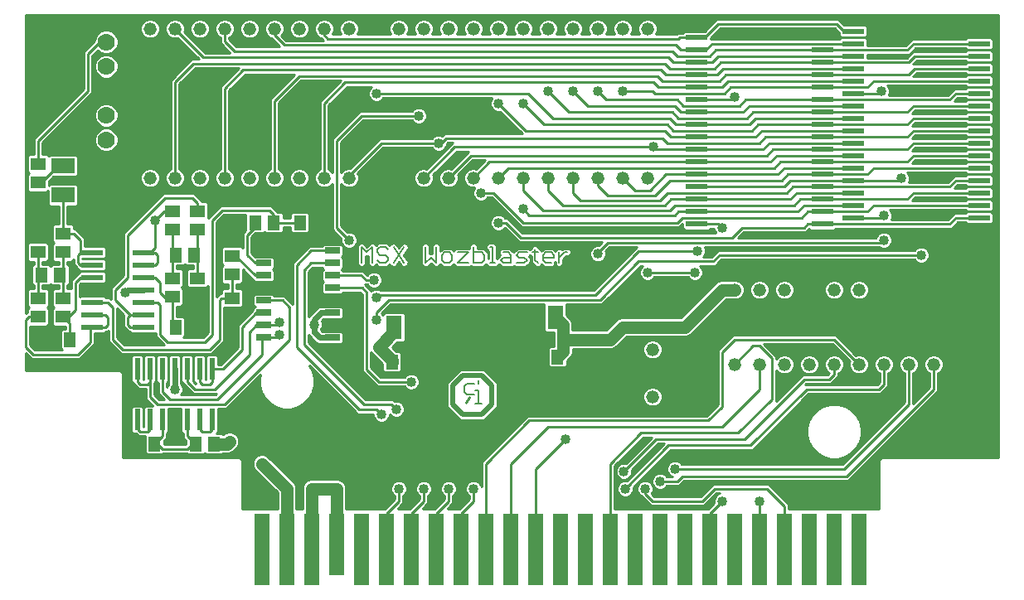
<source format=gtl>
G75*
%MOIN*%
%OFA0B0*%
%FSLAX24Y24*%
%IPPOS*%
%LPD*%
%AMOC8*
5,1,8,0,0,1.08239X$1,22.5*
%
%ADD10C,0.0060*%
%ADD11C,0.0070*%
%ADD12C,0.0200*%
%ADD13R,0.0866X0.0236*%
%ADD14C,0.0520*%
%ADD15R,0.0512X0.0591*%
%ADD16R,0.0591X0.0512*%
%ADD17R,0.0591X0.0256*%
%ADD18R,0.0945X0.0630*%
%ADD19R,0.0630X0.0945*%
%ADD20R,0.0600X0.2900*%
%ADD21R,0.0600X0.2500*%
%ADD22R,0.0236X0.0866*%
%ADD23C,0.0700*%
%ADD24C,0.0100*%
%ADD25C,0.0400*%
%ADD26C,0.0240*%
%ADD27C,0.0500*%
%ADD28C,0.0160*%
D10*
X019171Y008395D02*
X019278Y008288D01*
X019598Y008288D01*
X019598Y008715D02*
X019278Y008715D01*
X019171Y008609D01*
X019171Y008395D01*
X019345Y013583D02*
X018918Y013583D01*
X019345Y014010D01*
X018918Y014010D01*
X018701Y013903D02*
X018594Y014010D01*
X018380Y014010D01*
X018274Y013903D01*
X018274Y013690D01*
X018380Y013583D01*
X018594Y013583D01*
X018701Y013690D01*
X018701Y013903D01*
X018056Y013583D02*
X018056Y014223D01*
X017629Y014223D02*
X017629Y013583D01*
X017843Y013796D01*
X018056Y013583D01*
X016767Y013583D02*
X016340Y014223D01*
X016122Y014117D02*
X016016Y014223D01*
X015802Y014223D01*
X015695Y014117D01*
X015695Y014010D01*
X015802Y013903D01*
X016016Y013903D01*
X016122Y013796D01*
X016122Y013690D01*
X016016Y013583D01*
X015802Y013583D01*
X015695Y013690D01*
X015478Y013583D02*
X015478Y014223D01*
X015264Y014010D01*
X015051Y014223D01*
X015051Y013583D01*
X016340Y013583D02*
X016767Y014223D01*
X019563Y014223D02*
X019563Y013583D01*
X019883Y013583D01*
X019990Y013690D01*
X019990Y013903D01*
X019883Y014010D01*
X019563Y014010D01*
X020207Y014223D02*
X020314Y014223D01*
X020314Y013583D01*
X020207Y013583D02*
X020421Y013583D01*
X020637Y013690D02*
X020744Y013583D01*
X021064Y013583D01*
X021064Y013903D01*
X020957Y014010D01*
X020744Y014010D01*
X020744Y013796D02*
X021064Y013796D01*
X021282Y013903D02*
X021388Y014010D01*
X021709Y014010D01*
X021926Y014010D02*
X022140Y014010D01*
X022033Y014117D02*
X022033Y013690D01*
X022140Y013583D01*
X022356Y013690D02*
X022463Y013583D01*
X022676Y013583D01*
X022783Y013796D02*
X022356Y013796D01*
X022356Y013690D02*
X022356Y013903D01*
X022463Y014010D01*
X022676Y014010D01*
X022783Y013903D01*
X022783Y013796D01*
X023000Y013796D02*
X023214Y014010D01*
X023321Y014010D01*
X023000Y014010D02*
X023000Y013583D01*
X021709Y013690D02*
X021602Y013796D01*
X021388Y013796D01*
X021282Y013903D01*
X021602Y013583D02*
X021709Y013690D01*
X021602Y013583D02*
X021282Y013583D01*
X020744Y013796D02*
X020637Y013690D01*
D11*
X019761Y008861D02*
X019761Y008730D01*
X019761Y008466D02*
X019761Y007939D01*
X019629Y007939D02*
X019893Y007939D01*
X019761Y008466D02*
X019629Y008466D01*
D12*
X019901Y009053D02*
X020291Y008663D01*
X020291Y007882D01*
X019901Y007492D01*
X019120Y007492D01*
X018730Y007882D01*
X018730Y008663D01*
X019120Y009053D01*
X019901Y009053D01*
D13*
X028524Y015150D03*
X028524Y015650D03*
X028524Y016150D03*
X028524Y016650D03*
X028524Y017150D03*
X028524Y017650D03*
X028524Y018150D03*
X028524Y018650D03*
X028524Y019150D03*
X028524Y019650D03*
X028524Y020150D03*
X028524Y020650D03*
X028524Y021150D03*
X028524Y021650D03*
X028524Y022150D03*
X028524Y022650D03*
X033576Y022650D03*
X033576Y022150D03*
X033576Y021650D03*
X033576Y021150D03*
X033576Y020650D03*
X033576Y020150D03*
X033576Y019650D03*
X033576Y019150D03*
X033576Y018650D03*
X033576Y018150D03*
X033576Y017650D03*
X033576Y017150D03*
X033576Y016650D03*
X033576Y016150D03*
X033576Y015650D03*
X033576Y015150D03*
X034824Y015400D03*
X034824Y015900D03*
X034824Y016400D03*
X034824Y016900D03*
X034824Y017400D03*
X034824Y017900D03*
X034824Y018400D03*
X034824Y018900D03*
X034824Y019400D03*
X034824Y019900D03*
X034824Y020400D03*
X034824Y020900D03*
X034824Y021400D03*
X034824Y021900D03*
X034824Y022400D03*
X034824Y022900D03*
X039876Y022900D03*
X039876Y022400D03*
X039876Y021900D03*
X039876Y021400D03*
X039876Y020900D03*
X039876Y020400D03*
X039876Y019900D03*
X039876Y019400D03*
X039876Y018900D03*
X039876Y018400D03*
X039876Y017900D03*
X039876Y017400D03*
X039876Y016900D03*
X039876Y016400D03*
X039876Y015900D03*
X039876Y015400D03*
X006274Y014000D03*
X006274Y013500D03*
X006274Y013000D03*
X006274Y012500D03*
X006274Y012000D03*
X006274Y011500D03*
X006274Y011000D03*
X004226Y011000D03*
X004226Y011500D03*
X004226Y012000D03*
X004226Y012500D03*
X004226Y013000D03*
X004226Y013500D03*
X004226Y014000D03*
D14*
X006550Y017000D03*
X007550Y017000D03*
X008550Y017000D03*
X009550Y017000D03*
X010550Y017000D03*
X011550Y017000D03*
X012550Y017000D03*
X013550Y017000D03*
X014550Y017000D03*
X015550Y017000D03*
X016550Y017000D03*
X017550Y017000D03*
X018550Y017000D03*
X019550Y017000D03*
X020550Y017000D03*
X021550Y017000D03*
X022550Y017000D03*
X023550Y017000D03*
X024550Y017000D03*
X025550Y017000D03*
X026550Y017000D03*
X030050Y012500D03*
X031050Y012500D03*
X032050Y012500D03*
X033050Y012500D03*
X034050Y012500D03*
X035050Y012500D03*
X036050Y012500D03*
X037050Y012500D03*
X038050Y012500D03*
X039050Y012500D03*
X039050Y009500D03*
X038050Y009500D03*
X037050Y009500D03*
X036050Y009500D03*
X035050Y009500D03*
X034050Y009500D03*
X033050Y009500D03*
X032050Y009500D03*
X031050Y009500D03*
X030050Y009500D03*
X026750Y010100D03*
X026750Y008200D03*
X026550Y023000D03*
X025550Y023000D03*
X024550Y023000D03*
X023550Y023000D03*
X022550Y023000D03*
X021550Y023000D03*
X020550Y023000D03*
X019550Y023000D03*
X018550Y023000D03*
X017550Y023000D03*
X016550Y023000D03*
X015550Y023000D03*
X014550Y023000D03*
X013550Y023000D03*
X012550Y023000D03*
X011550Y023000D03*
X010550Y023000D03*
X009550Y023000D03*
X008550Y023000D03*
X007550Y023000D03*
X006550Y023000D03*
D15*
X010776Y015200D03*
X011524Y015200D03*
X012576Y015200D03*
X013324Y015200D03*
X008324Y013900D03*
X007576Y013900D03*
X002924Y013100D03*
X002176Y013100D03*
X002576Y010500D03*
X003324Y010500D03*
X007576Y011000D03*
X008324Y011000D03*
X016276Y009600D03*
X017024Y009600D03*
X022176Y009800D03*
X022924Y009800D03*
X009124Y006300D03*
X008376Y006300D03*
X006724Y006300D03*
X005976Y006300D03*
D16*
X003050Y011426D03*
X002050Y011426D03*
X002050Y012174D03*
X003050Y012174D03*
X003050Y014026D03*
X003050Y014774D03*
X002050Y014774D03*
X002050Y014026D03*
X002050Y016826D03*
X002050Y017574D03*
X007450Y015674D03*
X008450Y015674D03*
X008450Y014926D03*
X007450Y014926D03*
X009850Y013874D03*
X009850Y013126D03*
X009850Y012174D03*
X009850Y011426D03*
X008450Y012226D03*
X007450Y012226D03*
X007450Y012974D03*
X008450Y012974D03*
D17*
X011125Y013079D03*
X011121Y013579D03*
X011121Y014079D03*
X011125Y012579D03*
X011125Y012079D03*
X011129Y011579D03*
X011129Y011079D03*
X011129Y010579D03*
X013889Y010579D03*
X013889Y011079D03*
X013893Y011579D03*
X013889Y012079D03*
X013889Y012579D03*
X013889Y013079D03*
X013885Y013579D03*
X013885Y014079D03*
D18*
X003050Y016309D03*
X003050Y017491D03*
D19*
X016359Y011000D03*
X017541Y011000D03*
X021659Y011400D03*
X022841Y011400D03*
D20*
X023050Y002050D03*
X024050Y002050D03*
X025050Y002050D03*
X026050Y002050D03*
X027050Y002050D03*
X028050Y002050D03*
X029050Y002050D03*
X030050Y002050D03*
X031050Y002050D03*
X032050Y002050D03*
X033050Y002050D03*
X034050Y002050D03*
X035050Y002050D03*
X022050Y002050D03*
X021050Y002050D03*
X020050Y002050D03*
X019050Y002050D03*
X018050Y002050D03*
X017050Y002050D03*
X016050Y002050D03*
X015050Y002050D03*
X013050Y002050D03*
X012050Y002050D03*
X011050Y002050D03*
D21*
X014050Y002250D03*
D22*
X009050Y007276D03*
X008550Y007276D03*
X008050Y007276D03*
X007550Y007276D03*
X007050Y007276D03*
X006550Y007276D03*
X006050Y007276D03*
X006050Y009324D03*
X006550Y009324D03*
X007050Y009324D03*
X007550Y009324D03*
X008050Y009324D03*
X008550Y009324D03*
X009050Y009324D03*
D23*
X004790Y018531D03*
X004790Y019516D03*
X002822Y020500D03*
X004790Y021484D03*
X004790Y022469D03*
D24*
X005450Y009162D02*
X005450Y005750D01*
X010162Y005750D01*
X010250Y005662D01*
X010250Y003700D01*
X011670Y003700D01*
X011670Y004343D01*
X010728Y005285D01*
X010670Y005424D01*
X010670Y005576D01*
X010728Y005715D01*
X010835Y005822D01*
X010974Y005880D01*
X011126Y005880D01*
X011265Y005822D01*
X012372Y004715D01*
X012430Y004576D01*
X012430Y003700D01*
X012670Y003700D01*
X012670Y004576D01*
X012728Y004715D01*
X012835Y004822D01*
X012974Y004880D01*
X014126Y004880D01*
X014265Y004822D01*
X014372Y004715D01*
X014430Y004576D01*
X014430Y003700D01*
X015995Y003700D01*
X016370Y004075D01*
X016370Y004217D01*
X016363Y004220D01*
X016270Y004313D01*
X016220Y004434D01*
X016220Y004566D01*
X016270Y004687D01*
X016363Y004780D01*
X016484Y004830D01*
X016616Y004830D01*
X016737Y004780D01*
X016830Y004687D01*
X016880Y004566D01*
X016880Y004434D01*
X016830Y004313D01*
X016737Y004220D01*
X016730Y004217D01*
X016730Y003925D01*
X016625Y003820D01*
X016505Y003700D01*
X016995Y003700D01*
X017370Y004075D01*
X017370Y004217D01*
X017363Y004220D01*
X017270Y004313D01*
X017220Y004434D01*
X017220Y004566D01*
X017270Y004687D01*
X017363Y004780D01*
X017484Y004830D01*
X017616Y004830D01*
X017737Y004780D01*
X017830Y004687D01*
X017880Y004566D01*
X017880Y004434D01*
X017830Y004313D01*
X017737Y004220D01*
X017730Y004217D01*
X017730Y003925D01*
X017625Y003820D01*
X017625Y003820D01*
X017505Y003700D01*
X017995Y003700D01*
X018370Y004075D01*
X018370Y004217D01*
X018363Y004220D01*
X018270Y004313D01*
X018220Y004434D01*
X018220Y004566D01*
X018270Y004687D01*
X018363Y004780D01*
X018484Y004830D01*
X018616Y004830D01*
X018737Y004780D01*
X018830Y004687D01*
X018880Y004566D01*
X018880Y004434D01*
X018830Y004313D01*
X018737Y004220D01*
X018730Y004217D01*
X018730Y003925D01*
X018625Y003820D01*
X018505Y003700D01*
X018995Y003700D01*
X019370Y004075D01*
X019370Y004217D01*
X019363Y004220D01*
X019270Y004313D01*
X019220Y004434D01*
X019220Y004566D01*
X019270Y004687D01*
X019363Y004780D01*
X019484Y004830D01*
X019616Y004830D01*
X019737Y004780D01*
X019830Y004687D01*
X019870Y004590D01*
X019870Y005575D01*
X021620Y007325D01*
X021725Y007430D01*
X028925Y007430D01*
X029370Y007875D01*
X029370Y010075D01*
X029870Y010575D01*
X029975Y010680D01*
X034125Y010680D01*
X034932Y009873D01*
X034972Y009890D01*
X035128Y009890D01*
X035271Y009831D01*
X035381Y009721D01*
X035440Y009578D01*
X035440Y009422D01*
X035381Y009279D01*
X035271Y009169D01*
X035128Y009110D01*
X034972Y009110D01*
X034829Y009169D01*
X034719Y009279D01*
X034660Y009422D01*
X034660Y009578D01*
X034677Y009618D01*
X033975Y010320D01*
X031235Y010320D01*
X031730Y009825D01*
X031730Y009732D01*
X031829Y009831D01*
X031972Y009890D01*
X032128Y009890D01*
X032271Y009831D01*
X032381Y009721D01*
X032440Y009578D01*
X032440Y009422D01*
X032381Y009279D01*
X032271Y009169D01*
X032128Y009110D01*
X031972Y009110D01*
X031829Y009169D01*
X031730Y009268D01*
X031730Y008035D01*
X032670Y008975D01*
X032775Y009080D01*
X033775Y009080D01*
X033854Y009159D01*
X033829Y009169D01*
X033719Y009279D01*
X033660Y009422D01*
X033660Y009578D01*
X033719Y009721D01*
X033829Y009831D01*
X033972Y009890D01*
X034128Y009890D01*
X034271Y009831D01*
X034381Y009721D01*
X034440Y009578D01*
X034440Y009422D01*
X034381Y009279D01*
X034271Y009169D01*
X034230Y009152D01*
X034230Y009025D01*
X034125Y008920D01*
X033925Y008720D01*
X032925Y008720D01*
X032885Y008680D01*
X035775Y008680D01*
X035870Y008775D01*
X035870Y009152D01*
X035829Y009169D01*
X035719Y009279D01*
X035660Y009422D01*
X035660Y009578D01*
X035719Y009721D01*
X035829Y009831D01*
X035972Y009890D01*
X036128Y009890D01*
X036271Y009831D01*
X036381Y009721D01*
X036440Y009578D01*
X036440Y009422D01*
X036381Y009279D01*
X036271Y009169D01*
X036230Y009152D01*
X036230Y008625D01*
X036125Y008520D01*
X036125Y008520D01*
X035925Y008320D01*
X033025Y008320D01*
X030775Y006070D01*
X027475Y006070D01*
X025977Y004573D01*
X025980Y004566D01*
X025980Y004434D01*
X025930Y004313D01*
X025837Y004220D01*
X025716Y004170D01*
X025584Y004170D01*
X025463Y004220D01*
X025370Y004313D01*
X025320Y004434D01*
X025320Y004566D01*
X025370Y004687D01*
X025463Y004780D01*
X025584Y004830D01*
X025716Y004830D01*
X025723Y004827D01*
X027215Y006320D01*
X026975Y006320D01*
X025927Y005273D01*
X025930Y005266D01*
X025930Y005134D01*
X025880Y005013D01*
X025787Y004920D01*
X025666Y004870D01*
X025534Y004870D01*
X025413Y004920D01*
X025320Y005013D01*
X025270Y005134D01*
X025270Y005266D01*
X025320Y005387D01*
X025413Y005480D01*
X025534Y005530D01*
X025666Y005530D01*
X025673Y005527D01*
X026715Y006570D01*
X026375Y006570D01*
X025230Y005425D01*
X025358Y005425D01*
X025328Y005524D02*
X025519Y005524D01*
X025427Y005622D02*
X025767Y005622D01*
X025866Y005721D02*
X025525Y005721D01*
X025624Y005819D02*
X025964Y005819D01*
X026063Y005918D02*
X025722Y005918D01*
X025821Y006016D02*
X026161Y006016D01*
X026260Y006115D02*
X025919Y006115D01*
X026018Y006213D02*
X026358Y006213D01*
X026457Y006312D02*
X026116Y006312D01*
X026215Y006410D02*
X026555Y006410D01*
X026654Y006509D02*
X026313Y006509D01*
X026300Y006750D02*
X025050Y005500D01*
X025050Y002050D01*
X025230Y003700D02*
X025230Y005425D01*
X025230Y005327D02*
X025295Y005327D01*
X025270Y005228D02*
X025230Y005228D01*
X025230Y005130D02*
X025272Y005130D01*
X025230Y005031D02*
X025313Y005031D01*
X025230Y004933D02*
X025401Y004933D01*
X025230Y004834D02*
X025729Y004834D01*
X025799Y004933D02*
X025828Y004933D01*
X025887Y005031D02*
X025926Y005031D01*
X025928Y005130D02*
X026025Y005130D01*
X025930Y005228D02*
X026123Y005228D01*
X026222Y005327D02*
X025981Y005327D01*
X026080Y005425D02*
X026320Y005425D01*
X026419Y005524D02*
X026178Y005524D01*
X026277Y005622D02*
X026517Y005622D01*
X026616Y005721D02*
X026375Y005721D01*
X026474Y005819D02*
X026714Y005819D01*
X026813Y005918D02*
X026572Y005918D01*
X026671Y006016D02*
X026911Y006016D01*
X027010Y006115D02*
X026769Y006115D01*
X026868Y006213D02*
X027108Y006213D01*
X027207Y006312D02*
X026966Y006312D01*
X026900Y006500D02*
X030450Y006500D01*
X032850Y008900D01*
X033850Y008900D01*
X034050Y009100D01*
X034050Y009500D01*
X033894Y009858D02*
X033206Y009858D01*
X033271Y009831D02*
X033128Y009890D01*
X032972Y009890D01*
X032829Y009831D01*
X032719Y009721D01*
X032660Y009578D01*
X032660Y009422D01*
X032719Y009279D01*
X032829Y009169D01*
X032972Y009110D01*
X033128Y009110D01*
X033271Y009169D01*
X033381Y009279D01*
X033440Y009422D01*
X033440Y009578D01*
X033381Y009721D01*
X033271Y009831D01*
X033343Y009759D02*
X033757Y009759D01*
X033694Y009661D02*
X033406Y009661D01*
X033440Y009562D02*
X033660Y009562D01*
X033660Y009464D02*
X033440Y009464D01*
X033416Y009365D02*
X033684Y009365D01*
X033732Y009267D02*
X033368Y009267D01*
X033268Y009168D02*
X033832Y009168D01*
X034077Y008873D02*
X035870Y008873D01*
X035870Y008971D02*
X034176Y008971D01*
X034230Y009070D02*
X035870Y009070D01*
X035832Y009168D02*
X035268Y009168D01*
X035368Y009267D02*
X035732Y009267D01*
X035684Y009365D02*
X035416Y009365D01*
X035440Y009464D02*
X035660Y009464D01*
X035660Y009562D02*
X035440Y009562D01*
X035406Y009661D02*
X035694Y009661D01*
X035757Y009759D02*
X035343Y009759D01*
X035206Y009858D02*
X035894Y009858D01*
X036206Y009858D02*
X036894Y009858D01*
X036829Y009831D02*
X036719Y009721D01*
X036660Y009578D01*
X036660Y009422D01*
X036719Y009279D01*
X036829Y009169D01*
X036870Y009152D01*
X036870Y007975D01*
X034375Y005480D01*
X027933Y005480D01*
X027930Y005487D01*
X027837Y005580D01*
X027716Y005630D01*
X027584Y005630D01*
X027463Y005580D01*
X027370Y005487D01*
X027320Y005366D01*
X027320Y005234D01*
X027370Y005113D01*
X027463Y005020D01*
X027560Y004980D01*
X027333Y004980D01*
X027330Y004987D01*
X027237Y005080D01*
X027116Y005130D01*
X026984Y005130D01*
X026863Y005080D01*
X026770Y004987D01*
X026720Y004866D01*
X026720Y004734D01*
X026770Y004613D01*
X026863Y004520D01*
X026984Y004470D01*
X027116Y004470D01*
X027237Y004520D01*
X027330Y004613D01*
X027333Y004620D01*
X027825Y004620D01*
X028025Y004820D01*
X034625Y004820D01*
X038125Y008320D01*
X038230Y008425D01*
X038230Y009152D01*
X038271Y009169D01*
X038381Y009279D01*
X038440Y009422D01*
X038440Y009578D01*
X038381Y009721D01*
X038271Y009831D01*
X038128Y009890D01*
X037972Y009890D01*
X037829Y009831D01*
X037719Y009721D01*
X037660Y009578D01*
X037660Y009422D01*
X037719Y009279D01*
X037829Y009169D01*
X037870Y009152D01*
X037870Y008575D01*
X037230Y007935D01*
X037230Y009152D01*
X037271Y009169D01*
X037381Y009279D01*
X037440Y009422D01*
X037440Y009578D01*
X037381Y009721D01*
X037271Y009831D01*
X037128Y009890D01*
X036972Y009890D01*
X036829Y009831D01*
X036757Y009759D02*
X036343Y009759D01*
X036406Y009661D02*
X036694Y009661D01*
X036660Y009562D02*
X036440Y009562D01*
X036440Y009464D02*
X036660Y009464D01*
X036684Y009365D02*
X036416Y009365D01*
X036368Y009267D02*
X036732Y009267D01*
X036832Y009168D02*
X036268Y009168D01*
X036230Y009070D02*
X036870Y009070D01*
X036870Y008971D02*
X036230Y008971D01*
X036230Y008873D02*
X036870Y008873D01*
X036870Y008774D02*
X036230Y008774D01*
X036230Y008676D02*
X036870Y008676D01*
X036870Y008577D02*
X036182Y008577D01*
X036083Y008479D02*
X036870Y008479D01*
X036870Y008380D02*
X035985Y008380D01*
X035850Y008500D02*
X036050Y008700D01*
X036050Y009500D01*
X037050Y009500D02*
X037050Y007900D01*
X034450Y005300D01*
X027650Y005300D01*
X027345Y005425D02*
X026830Y005425D01*
X026928Y005524D02*
X027407Y005524D01*
X027565Y005622D02*
X027027Y005622D01*
X027125Y005721D02*
X033829Y005721D01*
X033905Y005700D02*
X034195Y005700D01*
X034475Y005775D01*
X034725Y005920D01*
X034930Y006125D01*
X035075Y006375D01*
X035150Y006655D01*
X035150Y006945D01*
X035075Y007225D01*
X034930Y007475D01*
X034725Y007680D01*
X034475Y007825D01*
X034195Y007900D01*
X033905Y007900D01*
X033625Y007825D01*
X033375Y007680D01*
X033170Y007475D01*
X033025Y007225D01*
X032950Y006945D01*
X032950Y006655D01*
X033025Y006375D01*
X033170Y006125D01*
X033375Y005920D01*
X033625Y005775D01*
X033905Y005700D01*
X034271Y005721D02*
X034616Y005721D01*
X034551Y005819D02*
X034714Y005819D01*
X034721Y005918D02*
X034813Y005918D01*
X034822Y006016D02*
X034911Y006016D01*
X034920Y006115D02*
X035010Y006115D01*
X034981Y006213D02*
X035108Y006213D01*
X035038Y006312D02*
X035207Y006312D01*
X035305Y006410D02*
X035084Y006410D01*
X035111Y006509D02*
X035404Y006509D01*
X035502Y006607D02*
X035137Y006607D01*
X035150Y006706D02*
X035601Y006706D01*
X035699Y006804D02*
X035150Y006804D01*
X035150Y006903D02*
X035798Y006903D01*
X035896Y007001D02*
X035135Y007001D01*
X035109Y007100D02*
X035995Y007100D01*
X036093Y007198D02*
X035082Y007198D01*
X035034Y007297D02*
X036192Y007297D01*
X036290Y007395D02*
X034977Y007395D01*
X034912Y007494D02*
X036389Y007494D01*
X036487Y007592D02*
X034814Y007592D01*
X034708Y007691D02*
X036586Y007691D01*
X036684Y007789D02*
X034537Y007789D01*
X034241Y007888D02*
X036783Y007888D01*
X036870Y007986D02*
X032691Y007986D01*
X032789Y008085D02*
X036870Y008085D01*
X036870Y008183D02*
X032888Y008183D01*
X032986Y008282D02*
X036870Y008282D01*
X037230Y008282D02*
X037577Y008282D01*
X037675Y008380D02*
X037230Y008380D01*
X037230Y008479D02*
X037774Y008479D01*
X037870Y008577D02*
X037230Y008577D01*
X037230Y008676D02*
X037870Y008676D01*
X037870Y008774D02*
X037230Y008774D01*
X037230Y008873D02*
X037870Y008873D01*
X037870Y008971D02*
X037230Y008971D01*
X037230Y009070D02*
X037870Y009070D01*
X037832Y009168D02*
X037268Y009168D01*
X037368Y009267D02*
X037732Y009267D01*
X037684Y009365D02*
X037416Y009365D01*
X037440Y009464D02*
X037660Y009464D01*
X037660Y009562D02*
X037440Y009562D01*
X037406Y009661D02*
X037694Y009661D01*
X037757Y009759D02*
X037343Y009759D01*
X037206Y009858D02*
X037894Y009858D01*
X038206Y009858D02*
X040650Y009858D01*
X040650Y009956D02*
X034849Y009956D01*
X034750Y010055D02*
X040650Y010055D01*
X040650Y010153D02*
X034652Y010153D01*
X034553Y010252D02*
X040650Y010252D01*
X040650Y010350D02*
X034455Y010350D01*
X034356Y010449D02*
X040650Y010449D01*
X040650Y010547D02*
X034258Y010547D01*
X034159Y010646D02*
X040650Y010646D01*
X040650Y010744D02*
X028331Y010744D01*
X028372Y010785D02*
X029707Y012120D01*
X029948Y012120D01*
X029972Y012110D01*
X030128Y012110D01*
X030271Y012169D01*
X030381Y012279D01*
X030440Y012422D01*
X030440Y012578D01*
X030381Y012721D01*
X030271Y012831D01*
X030128Y012890D01*
X029972Y012890D01*
X029948Y012880D01*
X029474Y012880D01*
X029335Y012822D01*
X027893Y011380D01*
X025474Y011380D01*
X025335Y011322D01*
X024893Y010880D01*
X023530Y010880D01*
X023530Y011166D01*
X023472Y011306D01*
X023365Y011413D01*
X023286Y011492D01*
X023286Y011920D01*
X024725Y011920D01*
X024830Y012025D01*
X026275Y013470D01*
X026353Y013470D01*
X026270Y013387D01*
X026220Y013266D01*
X026220Y013134D01*
X026270Y013013D01*
X026363Y012920D01*
X026484Y012870D01*
X026616Y012870D01*
X026737Y012920D01*
X026830Y013013D01*
X026833Y013020D01*
X028167Y013020D01*
X028170Y013013D01*
X028263Y012920D01*
X028384Y012870D01*
X028516Y012870D01*
X028637Y012920D01*
X028730Y013013D01*
X028780Y013134D01*
X028780Y013266D01*
X028730Y013387D01*
X028647Y013470D01*
X029275Y013470D01*
X029380Y013575D01*
X029525Y013720D01*
X037267Y013720D01*
X037270Y013713D01*
X037363Y013620D01*
X037484Y013570D01*
X037616Y013570D01*
X037737Y013620D01*
X037830Y013713D01*
X037880Y013834D01*
X037880Y013966D01*
X037830Y014087D01*
X037737Y014180D01*
X037616Y014230D01*
X037484Y014230D01*
X037363Y014180D01*
X037270Y014087D01*
X037267Y014080D01*
X029375Y014080D01*
X029125Y013830D01*
X028797Y013830D01*
X028830Y013863D01*
X028880Y013984D01*
X028880Y014116D01*
X028837Y014220D01*
X035864Y014220D01*
X035984Y014170D01*
X036116Y014170D01*
X036237Y014220D01*
X036330Y014313D01*
X036380Y014434D01*
X036380Y014566D01*
X036330Y014687D01*
X036237Y014780D01*
X036116Y014830D01*
X035984Y014830D01*
X035863Y014780D01*
X035770Y014687D01*
X035726Y014580D01*
X030185Y014580D01*
X030425Y014820D01*
X032925Y014820D01*
X033030Y014925D01*
X033048Y014943D01*
X033089Y014902D01*
X034063Y014902D01*
X034131Y014970D01*
X038775Y014970D01*
X039025Y015220D01*
X039321Y015220D01*
X039389Y015152D01*
X040363Y015152D01*
X040439Y015228D01*
X040439Y015572D01*
X040363Y015648D01*
X039389Y015648D01*
X039321Y015580D01*
X038875Y015580D01*
X038625Y015330D01*
X036337Y015330D01*
X036380Y015434D01*
X036380Y015566D01*
X036330Y015687D01*
X036297Y015720D01*
X039321Y015720D01*
X039389Y015652D01*
X040363Y015652D01*
X040439Y015728D01*
X040439Y016072D01*
X040363Y016148D01*
X039389Y016148D01*
X039321Y016080D01*
X037185Y016080D01*
X037325Y016220D01*
X039321Y016220D01*
X039389Y016152D01*
X040363Y016152D01*
X040439Y016228D01*
X040439Y016572D01*
X040363Y016648D01*
X039389Y016648D01*
X039321Y016580D01*
X038885Y016580D01*
X039025Y016720D01*
X039321Y016720D01*
X039389Y016652D01*
X040363Y016652D01*
X040439Y016728D01*
X040439Y017072D01*
X040363Y017148D01*
X039389Y017148D01*
X039321Y017080D01*
X038875Y017080D01*
X038770Y016975D01*
X038770Y016975D01*
X038625Y016830D01*
X037037Y016830D01*
X037080Y016934D01*
X037080Y017066D01*
X037030Y017187D01*
X036997Y017220D01*
X039321Y017220D01*
X039389Y017152D01*
X040363Y017152D01*
X040439Y017228D01*
X040439Y017572D01*
X040363Y017648D01*
X039389Y017648D01*
X039321Y017580D01*
X037185Y017580D01*
X037325Y017720D01*
X039321Y017720D01*
X039389Y017652D01*
X040363Y017652D01*
X040439Y017728D01*
X040439Y018072D01*
X040363Y018148D01*
X039389Y018148D01*
X039321Y018080D01*
X037185Y018080D01*
X037325Y018220D01*
X039321Y018220D01*
X039389Y018152D01*
X040363Y018152D01*
X040439Y018228D01*
X040439Y018572D01*
X040363Y018648D01*
X039389Y018648D01*
X039321Y018580D01*
X037185Y018580D01*
X037325Y018720D01*
X039321Y018720D01*
X039389Y018652D01*
X040363Y018652D01*
X040439Y018728D01*
X040439Y019072D01*
X040363Y019148D01*
X039389Y019148D01*
X039321Y019080D01*
X037185Y019080D01*
X037325Y019220D01*
X039321Y019220D01*
X039389Y019152D01*
X040363Y019152D01*
X040439Y019228D01*
X040439Y019572D01*
X040363Y019648D01*
X039389Y019648D01*
X039321Y019580D01*
X037185Y019580D01*
X037325Y019720D01*
X039321Y019720D01*
X039389Y019652D01*
X040363Y019652D01*
X040439Y019728D01*
X040439Y020072D01*
X040363Y020148D01*
X039389Y020148D01*
X039321Y020080D01*
X038885Y020080D01*
X039025Y020220D01*
X039321Y020220D01*
X039389Y020152D01*
X040363Y020152D01*
X040439Y020228D01*
X040439Y020572D01*
X040363Y020648D01*
X039389Y020648D01*
X039321Y020580D01*
X038875Y020580D01*
X038625Y020330D01*
X036237Y020330D01*
X036280Y020434D01*
X036280Y020566D01*
X036230Y020687D01*
X036197Y020720D01*
X039321Y020720D01*
X039389Y020652D01*
X040363Y020652D01*
X040439Y020728D01*
X040439Y021072D01*
X040363Y021148D01*
X039389Y021148D01*
X039321Y021080D01*
X037235Y021080D01*
X037375Y021220D01*
X039321Y021220D01*
X039389Y021152D01*
X040363Y021152D01*
X040439Y021228D01*
X040439Y021572D01*
X040363Y021648D01*
X039389Y021648D01*
X039321Y021580D01*
X037235Y021580D01*
X037375Y021720D01*
X039321Y021720D01*
X039389Y021652D01*
X040363Y021652D01*
X040439Y021728D01*
X040439Y022072D01*
X040363Y022148D01*
X039389Y022148D01*
X039321Y022080D01*
X037225Y022080D01*
X036975Y021830D01*
X035387Y021830D01*
X035387Y021970D01*
X037075Y021970D01*
X037325Y022220D01*
X039321Y022220D01*
X039389Y022152D01*
X040363Y022152D01*
X040439Y022228D01*
X040439Y022572D01*
X040363Y022648D01*
X039389Y022648D01*
X039321Y022580D01*
X037175Y022580D01*
X037070Y022475D01*
X036925Y022330D01*
X035387Y022330D01*
X035387Y022572D01*
X035311Y022648D01*
X034337Y022648D01*
X034269Y022580D01*
X029087Y022580D01*
X029087Y022633D01*
X029475Y023020D01*
X034075Y023020D01*
X034261Y022834D01*
X034261Y022728D01*
X034337Y022652D01*
X035311Y022652D01*
X035387Y022728D01*
X035387Y023072D01*
X035311Y023148D01*
X034456Y023148D01*
X034330Y023275D01*
X034225Y023380D01*
X029325Y023380D01*
X028844Y022898D01*
X028037Y022898D01*
X027969Y022830D01*
X027775Y022830D01*
X027725Y022780D01*
X026881Y022780D01*
X026940Y022922D01*
X026940Y023078D01*
X026881Y023221D01*
X026771Y023331D01*
X026628Y023390D01*
X026472Y023390D01*
X026329Y023331D01*
X026219Y023221D01*
X026160Y023078D01*
X026160Y022922D01*
X026219Y022780D01*
X025881Y022780D01*
X025940Y022922D01*
X025940Y023078D01*
X025881Y023221D01*
X025771Y023331D01*
X025628Y023390D01*
X025472Y023390D01*
X025329Y023331D01*
X025219Y023221D01*
X025160Y023078D01*
X025160Y022922D01*
X025219Y022780D01*
X024881Y022780D01*
X024940Y022922D01*
X024940Y023078D01*
X024881Y023221D01*
X024771Y023331D01*
X024628Y023390D01*
X024472Y023390D01*
X024329Y023331D01*
X024219Y023221D01*
X024160Y023078D01*
X024160Y022922D01*
X024219Y022780D01*
X023881Y022780D01*
X023940Y022922D01*
X023940Y023078D01*
X023881Y023221D01*
X023771Y023331D01*
X023628Y023390D01*
X023472Y023390D01*
X023329Y023331D01*
X023219Y023221D01*
X023160Y023078D01*
X023160Y022922D01*
X023219Y022780D01*
X022881Y022780D01*
X022940Y022922D01*
X022940Y023078D01*
X022881Y023221D01*
X022771Y023331D01*
X022628Y023390D01*
X022472Y023390D01*
X022329Y023331D01*
X022219Y023221D01*
X022160Y023078D01*
X022160Y022922D01*
X022219Y022780D01*
X021881Y022780D01*
X021940Y022922D01*
X021940Y023078D01*
X021881Y023221D01*
X021771Y023331D01*
X021628Y023390D01*
X021472Y023390D01*
X021329Y023331D01*
X021219Y023221D01*
X021160Y023078D01*
X021160Y022922D01*
X021219Y022780D01*
X020881Y022780D01*
X020940Y022922D01*
X020940Y023078D01*
X020881Y023221D01*
X020771Y023331D01*
X020628Y023390D01*
X020472Y023390D01*
X020329Y023331D01*
X020219Y023221D01*
X020160Y023078D01*
X020160Y022922D01*
X020219Y022780D01*
X019881Y022780D01*
X019940Y022922D01*
X019940Y023078D01*
X019881Y023221D01*
X019771Y023331D01*
X019628Y023390D01*
X019472Y023390D01*
X019329Y023331D01*
X019219Y023221D01*
X019160Y023078D01*
X019160Y022922D01*
X019219Y022780D01*
X018881Y022780D01*
X018940Y022922D01*
X018940Y023078D01*
X018881Y023221D01*
X018771Y023331D01*
X018628Y023390D01*
X018472Y023390D01*
X018329Y023331D01*
X018219Y023221D01*
X018160Y023078D01*
X018160Y022922D01*
X018219Y022780D01*
X017881Y022780D01*
X017940Y022922D01*
X017940Y023078D01*
X017881Y023221D01*
X017771Y023331D01*
X017628Y023390D01*
X017472Y023390D01*
X017329Y023331D01*
X017219Y023221D01*
X017160Y023078D01*
X017160Y022922D01*
X017219Y022780D01*
X016881Y022780D01*
X016940Y022922D01*
X016940Y023078D01*
X016881Y023221D01*
X016771Y023331D01*
X016628Y023390D01*
X016472Y023390D01*
X016329Y023331D01*
X016219Y023221D01*
X016160Y023078D01*
X016160Y022922D01*
X016219Y022780D01*
X014881Y022780D01*
X014940Y022922D01*
X014940Y023078D01*
X014881Y023221D01*
X014771Y023331D01*
X014628Y023390D01*
X014472Y023390D01*
X014329Y023331D01*
X014219Y023221D01*
X014160Y023078D01*
X014160Y022922D01*
X014219Y022780D01*
X013881Y022780D01*
X013940Y022922D01*
X013940Y023078D01*
X013881Y023221D01*
X013771Y023331D01*
X013628Y023390D01*
X013472Y023390D01*
X013329Y023331D01*
X013219Y023221D01*
X013160Y023078D01*
X013160Y022922D01*
X013219Y022779D01*
X013329Y022669D01*
X013409Y022636D01*
X013475Y022570D01*
X013515Y022530D01*
X012025Y022530D01*
X011828Y022727D01*
X011881Y022779D01*
X011940Y022922D01*
X011940Y023078D01*
X011881Y023221D01*
X011771Y023331D01*
X011628Y023390D01*
X011472Y023390D01*
X011329Y023331D01*
X011219Y023221D01*
X011160Y023078D01*
X011160Y022922D01*
X011219Y022779D01*
X011329Y022669D01*
X011409Y022636D01*
X011475Y022570D01*
X011765Y022280D01*
X010025Y022280D01*
X009730Y022575D01*
X009730Y022652D01*
X009771Y022669D01*
X009881Y022779D01*
X009940Y022922D01*
X009940Y023078D01*
X009881Y023221D01*
X009771Y023331D01*
X009628Y023390D01*
X009472Y023390D01*
X009329Y023331D01*
X009219Y023221D01*
X009160Y023078D01*
X009160Y022922D01*
X009219Y022779D01*
X009329Y022669D01*
X009370Y022652D01*
X009370Y022425D01*
X009475Y022320D01*
X009765Y022030D01*
X008775Y022030D01*
X007923Y022882D01*
X007940Y022922D01*
X007940Y023078D01*
X007881Y023221D01*
X007771Y023331D01*
X007628Y023390D01*
X007472Y023390D01*
X007329Y023331D01*
X007219Y023221D01*
X007160Y023078D01*
X007160Y022922D01*
X007219Y022779D01*
X007329Y022669D01*
X007472Y022610D01*
X007628Y022610D01*
X007668Y022627D01*
X008515Y021780D01*
X008225Y021780D01*
X007475Y021030D01*
X007370Y020925D01*
X007370Y017348D01*
X007329Y017331D01*
X007219Y017221D01*
X007160Y017078D01*
X007160Y016922D01*
X007219Y016779D01*
X007329Y016669D01*
X007472Y016610D01*
X007628Y016610D01*
X007771Y016669D01*
X007881Y016779D01*
X007940Y016922D01*
X007940Y017078D01*
X007881Y017221D01*
X007771Y017331D01*
X007730Y017348D01*
X007730Y020775D01*
X008375Y021420D01*
X010115Y021420D01*
X009475Y020780D01*
X009370Y020675D01*
X009370Y017348D01*
X009329Y017331D01*
X009219Y017221D01*
X009160Y017078D01*
X009160Y016922D01*
X009219Y016779D01*
X009329Y016669D01*
X009472Y016610D01*
X009628Y016610D01*
X009771Y016669D01*
X009881Y016779D01*
X009940Y016922D01*
X009940Y017078D01*
X009881Y017221D01*
X009771Y017331D01*
X009730Y017348D01*
X009730Y020525D01*
X010375Y021170D01*
X012365Y021170D01*
X011475Y020280D01*
X011370Y020175D01*
X011370Y017348D01*
X011329Y017331D01*
X011219Y017221D01*
X011160Y017078D01*
X011160Y016922D01*
X011219Y016779D01*
X011329Y016669D01*
X011472Y016610D01*
X011628Y016610D01*
X011771Y016669D01*
X011881Y016779D01*
X011940Y016922D01*
X011940Y017078D01*
X011881Y017221D01*
X011771Y017331D01*
X011730Y017348D01*
X011730Y020025D01*
X012625Y020920D01*
X014215Y020920D01*
X013475Y020180D01*
X013370Y020075D01*
X013370Y017348D01*
X013329Y017331D01*
X013219Y017221D01*
X013160Y017078D01*
X013160Y016922D01*
X013219Y016779D01*
X013329Y016669D01*
X013472Y016610D01*
X013628Y016610D01*
X013771Y016669D01*
X013870Y016768D01*
X013870Y014925D01*
X014223Y014573D01*
X014220Y014566D01*
X014220Y014434D01*
X014270Y014313D01*
X014363Y014220D01*
X014484Y014170D01*
X014616Y014170D01*
X014737Y014220D01*
X014830Y014313D01*
X014880Y014434D01*
X014880Y014566D01*
X014830Y014687D01*
X014737Y014780D01*
X014616Y014830D01*
X014484Y014830D01*
X014477Y014827D01*
X014230Y015075D01*
X014230Y016768D01*
X014329Y016669D01*
X014472Y016610D01*
X014628Y016610D01*
X014771Y016669D01*
X014881Y016779D01*
X014940Y016922D01*
X014940Y017078D01*
X014894Y017189D01*
X015925Y018220D01*
X017867Y018220D01*
X017870Y018213D01*
X017963Y018120D01*
X018084Y018070D01*
X018216Y018070D01*
X018337Y018120D01*
X018430Y018213D01*
X018480Y018334D01*
X018480Y018375D01*
X018525Y018420D01*
X018715Y018420D01*
X017668Y017373D01*
X017628Y017390D01*
X017472Y017390D01*
X017329Y017331D01*
X017219Y017221D01*
X017160Y017078D01*
X017160Y016922D01*
X017219Y016779D01*
X017329Y016669D01*
X017472Y016610D01*
X017628Y016610D01*
X017771Y016669D01*
X017881Y016779D01*
X017940Y016922D01*
X017940Y017078D01*
X017923Y017118D01*
X018875Y018070D01*
X019365Y018070D01*
X018668Y017373D01*
X018628Y017390D01*
X018472Y017390D01*
X018329Y017331D01*
X018219Y017221D01*
X018160Y017078D01*
X018160Y016922D01*
X018219Y016779D01*
X018329Y016669D01*
X018472Y016610D01*
X018628Y016610D01*
X018771Y016669D01*
X018881Y016779D01*
X018940Y016922D01*
X018940Y017078D01*
X018923Y017118D01*
X019525Y017720D01*
X020015Y017720D01*
X019668Y017373D01*
X019628Y017390D01*
X019472Y017390D01*
X019329Y017331D01*
X019219Y017221D01*
X019160Y017078D01*
X019160Y016922D01*
X019219Y016779D01*
X019329Y016669D01*
X019472Y016610D01*
X019593Y016610D01*
X019570Y016587D01*
X019520Y016466D01*
X019520Y016334D01*
X019570Y016213D01*
X019663Y016120D01*
X019784Y016070D01*
X019916Y016070D01*
X020037Y016120D01*
X020130Y016213D01*
X020133Y016220D01*
X020275Y016220D01*
X021475Y015020D01*
X027825Y015020D01*
X027930Y015125D01*
X027961Y015156D01*
X027961Y014978D01*
X028037Y014902D01*
X029011Y014902D01*
X029079Y014970D01*
X029220Y014970D01*
X029220Y014934D01*
X029270Y014813D01*
X029303Y014780D01*
X021525Y014780D01*
X021030Y015275D01*
X020925Y015380D01*
X020833Y015380D01*
X020830Y015387D01*
X020737Y015480D01*
X020616Y015530D01*
X020484Y015530D01*
X020363Y015480D01*
X020270Y015387D01*
X020220Y015266D01*
X020220Y015134D01*
X020270Y015013D01*
X020363Y014920D01*
X020484Y014870D01*
X020616Y014870D01*
X020737Y014920D01*
X020806Y014989D01*
X021375Y014420D01*
X024715Y014420D01*
X024575Y014280D01*
X024484Y014280D01*
X024363Y014230D01*
X024270Y014137D01*
X024220Y014016D01*
X024220Y013884D01*
X024270Y013763D01*
X024363Y013670D01*
X024484Y013620D01*
X024616Y013620D01*
X024737Y013670D01*
X024830Y013763D01*
X024880Y013884D01*
X024880Y014016D01*
X024862Y014058D01*
X025025Y014220D01*
X026115Y014220D01*
X024375Y012480D01*
X015836Y012480D01*
X015716Y012530D01*
X015584Y012530D01*
X015463Y012480D01*
X015430Y012447D01*
X015430Y012475D01*
X015185Y012720D01*
X015186Y012720D01*
X015195Y012713D01*
X015260Y012720D01*
X015267Y012720D01*
X015270Y012713D01*
X015363Y012620D01*
X015484Y012570D01*
X015616Y012570D01*
X015737Y012620D01*
X015830Y012713D01*
X015880Y012834D01*
X015880Y012966D01*
X015830Y013087D01*
X015737Y013180D01*
X015616Y013230D01*
X015484Y013230D01*
X015363Y013180D01*
X015286Y013102D01*
X015149Y013213D01*
X015103Y013259D01*
X015092Y013259D01*
X015084Y013266D01*
X015019Y013259D01*
X014314Y013259D01*
X014314Y013261D01*
X014244Y013331D01*
X014310Y013397D01*
X014310Y013761D01*
X014242Y013829D01*
X014310Y013897D01*
X014310Y014261D01*
X014234Y014337D01*
X013536Y014337D01*
X013459Y014261D01*
X013459Y014259D01*
X012954Y014259D01*
X012849Y014153D01*
X012270Y013575D01*
X012270Y011935D01*
X012051Y012153D01*
X011946Y012259D01*
X011550Y012259D01*
X011550Y012261D01*
X011474Y012337D01*
X010776Y012337D01*
X010700Y012261D01*
X010700Y011897D01*
X010770Y011827D01*
X010703Y011761D01*
X010703Y011708D01*
X010649Y011653D01*
X010070Y011075D01*
X010070Y010175D01*
X009399Y009504D01*
X009298Y009504D01*
X009298Y009811D01*
X009222Y009887D01*
X008878Y009887D01*
X008802Y009811D01*
X008802Y008880D01*
X008798Y008880D01*
X008798Y009811D01*
X008722Y009887D01*
X008378Y009887D01*
X008302Y009811D01*
X008302Y008837D01*
X008370Y008769D01*
X008370Y008735D01*
X008283Y008822D01*
X008298Y008837D01*
X008298Y009811D01*
X008222Y009887D01*
X007878Y009887D01*
X007802Y009811D01*
X007802Y008837D01*
X007870Y008769D01*
X007870Y008725D01*
X008170Y008425D01*
X008275Y008320D01*
X009215Y008320D01*
X009175Y008280D01*
X007797Y008280D01*
X007830Y008313D01*
X007880Y008434D01*
X007880Y008566D01*
X007830Y008687D01*
X007800Y008717D01*
X007800Y009373D01*
X007798Y009378D01*
X007798Y009811D01*
X007722Y009887D01*
X007378Y009887D01*
X007302Y009811D01*
X007302Y009378D01*
X007300Y009373D01*
X007300Y008717D01*
X007270Y008687D01*
X007230Y008590D01*
X007230Y008769D01*
X007298Y008837D01*
X007298Y009811D01*
X007222Y009887D01*
X006878Y009887D01*
X006802Y009811D01*
X006802Y008837D01*
X006870Y008769D01*
X006870Y008325D01*
X007115Y008080D01*
X006925Y008080D01*
X006730Y008275D01*
X006730Y008769D01*
X006798Y008837D01*
X006798Y009811D01*
X006722Y009887D01*
X006378Y009887D01*
X006302Y009811D01*
X006302Y008880D01*
X006298Y008880D01*
X006298Y009811D01*
X006222Y009887D01*
X005878Y009887D01*
X005802Y009811D01*
X005802Y008837D01*
X005870Y008769D01*
X005870Y008725D01*
X005970Y008625D01*
X006075Y008520D01*
X006370Y008520D01*
X006370Y008125D01*
X006656Y007839D01*
X006378Y007839D01*
X006302Y007763D01*
X006302Y006980D01*
X006298Y006980D01*
X006298Y007763D01*
X006222Y007839D01*
X005878Y007839D01*
X005802Y007763D01*
X005802Y006789D01*
X005878Y006713D01*
X005982Y006713D01*
X006075Y006620D01*
X006338Y006620D01*
X006338Y005951D01*
X006414Y005875D01*
X007034Y005875D01*
X007079Y005920D01*
X008021Y005920D01*
X008066Y005875D01*
X008686Y005875D01*
X008750Y005939D01*
X008814Y005875D01*
X009434Y005875D01*
X009479Y005920D01*
X009726Y005920D01*
X009865Y005978D01*
X010072Y006185D01*
X010130Y006324D01*
X010130Y006476D01*
X010072Y006615D01*
X009965Y006722D01*
X009826Y006780D01*
X009674Y006780D01*
X009535Y006722D01*
X009493Y006680D01*
X009479Y006680D01*
X009434Y006725D01*
X009234Y006725D01*
X009298Y006789D01*
X009298Y007720D01*
X009625Y007720D01*
X010987Y009082D01*
X010950Y008945D01*
X010950Y008655D01*
X011025Y008375D01*
X011170Y008125D01*
X011375Y007920D01*
X011625Y007775D01*
X011905Y007700D01*
X012195Y007700D01*
X012475Y007775D01*
X012725Y007920D01*
X012930Y008125D01*
X013075Y008375D01*
X013150Y008655D01*
X013150Y008945D01*
X013075Y009225D01*
X012944Y009451D01*
X014785Y007610D01*
X014891Y007505D01*
X015520Y007505D01*
X015520Y007434D01*
X015570Y007313D01*
X015663Y007220D01*
X015784Y007170D01*
X015916Y007170D01*
X016037Y007220D01*
X016130Y007313D01*
X016180Y007434D01*
X016180Y007503D01*
X016263Y007420D01*
X016384Y007370D01*
X016516Y007370D01*
X016637Y007420D01*
X016730Y007513D01*
X016780Y007634D01*
X016780Y007766D01*
X016730Y007887D01*
X016637Y007980D01*
X016516Y008030D01*
X016384Y008030D01*
X016377Y008027D01*
X016325Y008080D01*
X015225Y008080D01*
X012930Y010375D01*
X012930Y010678D01*
X012938Y010658D01*
X013008Y010588D01*
X013230Y010367D01*
X013322Y010329D01*
X013532Y010329D01*
X013539Y010321D01*
X014238Y010321D01*
X014314Y010397D01*
X014314Y010761D01*
X014238Y010837D01*
X013539Y010837D01*
X013532Y010829D01*
X013475Y010829D01*
X013410Y010893D01*
X013430Y010913D01*
X013480Y011034D01*
X013480Y011166D01*
X013448Y011244D01*
X013532Y011329D01*
X013535Y011329D01*
X013543Y011321D01*
X014242Y011321D01*
X014318Y011397D01*
X014318Y011761D01*
X014242Y011837D01*
X013543Y011837D01*
X013535Y011829D01*
X013379Y011829D01*
X013287Y011791D01*
X012938Y011442D01*
X012930Y011422D01*
X012930Y013225D01*
X013103Y013399D01*
X013459Y013399D01*
X013459Y013397D01*
X013530Y013327D01*
X013463Y013261D01*
X013463Y012897D01*
X013532Y012829D01*
X013463Y012761D01*
X013463Y012397D01*
X013539Y012321D01*
X014238Y012321D01*
X014314Y012397D01*
X014314Y012399D01*
X014997Y012399D01*
X015070Y012325D01*
X015070Y009225D01*
X015175Y009120D01*
X015675Y008620D01*
X016767Y008620D01*
X016770Y008613D01*
X016863Y008520D01*
X016984Y008470D01*
X017116Y008470D01*
X017237Y008520D01*
X017330Y008613D01*
X017380Y008734D01*
X017380Y008866D01*
X017330Y008987D01*
X017237Y009080D01*
X017116Y009130D01*
X016984Y009130D01*
X016863Y009080D01*
X016770Y008987D01*
X016767Y008980D01*
X015825Y008980D01*
X015430Y009375D01*
X015430Y009983D01*
X015535Y009878D01*
X015890Y009523D01*
X015890Y009251D01*
X015966Y009175D01*
X016586Y009175D01*
X016662Y009251D01*
X016662Y009949D01*
X016586Y010025D01*
X016462Y010025D01*
X016287Y010200D01*
X016485Y010398D01*
X016728Y010398D01*
X016804Y010474D01*
X016804Y011526D01*
X016728Y011602D01*
X015991Y011602D01*
X015914Y011526D01*
X015914Y011502D01*
X015861Y011556D01*
X016225Y011920D01*
X022396Y011920D01*
X022396Y010874D01*
X022472Y010798D01*
X022770Y010798D01*
X022770Y010424D01*
X022781Y010399D01*
X022781Y010225D01*
X022614Y010225D01*
X022538Y010149D01*
X022538Y009451D01*
X022614Y009375D01*
X023234Y009375D01*
X023310Y009451D01*
X023310Y009649D01*
X023376Y009714D01*
X023483Y009821D01*
X023541Y009961D01*
X023541Y010120D01*
X025126Y010120D01*
X025265Y010178D01*
X025707Y010620D01*
X028126Y010620D01*
X028265Y010678D01*
X028372Y010785D01*
X028430Y010843D02*
X040650Y010843D01*
X040650Y010941D02*
X028528Y010941D01*
X028627Y011040D02*
X040650Y011040D01*
X040650Y011138D02*
X028725Y011138D01*
X028824Y011237D02*
X040650Y011237D01*
X040650Y011335D02*
X028922Y011335D01*
X029021Y011434D02*
X040650Y011434D01*
X040650Y011532D02*
X029119Y011532D01*
X029218Y011631D02*
X040650Y011631D01*
X040650Y011729D02*
X029316Y011729D01*
X029415Y011828D02*
X040650Y011828D01*
X040650Y011926D02*
X029513Y011926D01*
X029612Y012025D02*
X040650Y012025D01*
X040650Y012123D02*
X035159Y012123D01*
X035128Y012110D02*
X035271Y012169D01*
X035381Y012279D01*
X035440Y012422D01*
X035440Y012578D01*
X035381Y012721D01*
X035271Y012831D01*
X035128Y012890D01*
X034972Y012890D01*
X034829Y012831D01*
X034719Y012721D01*
X034660Y012578D01*
X034660Y012422D01*
X034719Y012279D01*
X034829Y012169D01*
X034972Y012110D01*
X035128Y012110D01*
X034941Y012123D02*
X034159Y012123D01*
X034128Y012110D02*
X034271Y012169D01*
X034381Y012279D01*
X034440Y012422D01*
X034440Y012578D01*
X034381Y012721D01*
X034271Y012831D01*
X034128Y012890D01*
X033972Y012890D01*
X033829Y012831D01*
X033719Y012721D01*
X033660Y012578D01*
X033660Y012422D01*
X033719Y012279D01*
X033829Y012169D01*
X033972Y012110D01*
X034128Y012110D01*
X033941Y012123D02*
X032159Y012123D01*
X032128Y012110D02*
X032271Y012169D01*
X032381Y012279D01*
X032440Y012422D01*
X032440Y012578D01*
X032381Y012721D01*
X032271Y012831D01*
X032128Y012890D01*
X031972Y012890D01*
X031829Y012831D01*
X031719Y012721D01*
X031660Y012578D01*
X031660Y012422D01*
X031719Y012279D01*
X031829Y012169D01*
X031972Y012110D01*
X032128Y012110D01*
X031941Y012123D02*
X031159Y012123D01*
X031128Y012110D02*
X031271Y012169D01*
X031381Y012279D01*
X031440Y012422D01*
X031440Y012578D01*
X031381Y012721D01*
X031271Y012831D01*
X031128Y012890D01*
X030972Y012890D01*
X030829Y012831D01*
X030719Y012721D01*
X030660Y012578D01*
X030660Y012422D01*
X030719Y012279D01*
X030829Y012169D01*
X030972Y012110D01*
X031128Y012110D01*
X030941Y012123D02*
X030159Y012123D01*
X030323Y012222D02*
X030777Y012222D01*
X030702Y012320D02*
X030398Y012320D01*
X030438Y012419D02*
X030662Y012419D01*
X030660Y012517D02*
X030440Y012517D01*
X030424Y012616D02*
X030676Y012616D01*
X030717Y012714D02*
X030383Y012714D01*
X030289Y012813D02*
X030811Y012813D01*
X031289Y012813D02*
X031811Y012813D01*
X031717Y012714D02*
X031383Y012714D01*
X031424Y012616D02*
X031676Y012616D01*
X031660Y012517D02*
X031440Y012517D01*
X031438Y012419D02*
X031662Y012419D01*
X031702Y012320D02*
X031398Y012320D01*
X031323Y012222D02*
X031777Y012222D01*
X032323Y012222D02*
X033777Y012222D01*
X033702Y012320D02*
X032398Y012320D01*
X032438Y012419D02*
X033662Y012419D01*
X033660Y012517D02*
X032440Y012517D01*
X032424Y012616D02*
X033676Y012616D01*
X033717Y012714D02*
X032383Y012714D01*
X032289Y012813D02*
X033811Y012813D01*
X034289Y012813D02*
X034811Y012813D01*
X034717Y012714D02*
X034383Y012714D01*
X034424Y012616D02*
X034676Y012616D01*
X034660Y012517D02*
X034440Y012517D01*
X034438Y012419D02*
X034662Y012419D01*
X034702Y012320D02*
X034398Y012320D01*
X034323Y012222D02*
X034777Y012222D01*
X035323Y012222D02*
X040650Y012222D01*
X040650Y012320D02*
X035398Y012320D01*
X035438Y012419D02*
X040650Y012419D01*
X040650Y012517D02*
X035440Y012517D01*
X035424Y012616D02*
X040650Y012616D01*
X040650Y012714D02*
X035383Y012714D01*
X035289Y012813D02*
X040650Y012813D01*
X040650Y012911D02*
X028615Y012911D01*
X028726Y013010D02*
X040650Y013010D01*
X040650Y013108D02*
X028769Y013108D01*
X028780Y013207D02*
X040650Y013207D01*
X040650Y013305D02*
X028764Y013305D01*
X028713Y013404D02*
X040650Y013404D01*
X040650Y013502D02*
X029307Y013502D01*
X029405Y013601D02*
X037411Y013601D01*
X037284Y013699D02*
X029504Y013699D01*
X029450Y013900D02*
X029200Y013650D01*
X026200Y013650D01*
X024650Y012100D01*
X016150Y012100D01*
X015650Y011600D01*
X015650Y011300D01*
X015885Y011532D02*
X015920Y011532D01*
X015935Y011631D02*
X022396Y011631D01*
X022396Y011729D02*
X016034Y011729D01*
X016132Y011828D02*
X022396Y011828D01*
X022396Y011532D02*
X016799Y011532D01*
X016804Y011434D02*
X022396Y011434D01*
X022396Y011335D02*
X016804Y011335D01*
X016804Y011237D02*
X022396Y011237D01*
X022396Y011138D02*
X016804Y011138D01*
X016804Y011040D02*
X022396Y011040D01*
X022396Y010941D02*
X016804Y010941D01*
X016804Y010843D02*
X022427Y010843D01*
X022770Y010744D02*
X016804Y010744D01*
X016804Y010646D02*
X022770Y010646D01*
X022770Y010547D02*
X016804Y010547D01*
X016779Y010449D02*
X022770Y010449D01*
X022781Y010350D02*
X016437Y010350D01*
X016339Y010252D02*
X022781Y010252D01*
X022542Y010153D02*
X016334Y010153D01*
X016433Y010055D02*
X022538Y010055D01*
X022538Y009956D02*
X016655Y009956D01*
X016662Y009858D02*
X022538Y009858D01*
X022538Y009759D02*
X016662Y009759D01*
X016662Y009661D02*
X022538Y009661D01*
X022538Y009562D02*
X016662Y009562D01*
X016662Y009464D02*
X022538Y009464D01*
X023310Y009464D02*
X029370Y009464D01*
X029370Y009562D02*
X023310Y009562D01*
X023322Y009661D02*
X029370Y009661D01*
X029370Y009759D02*
X026946Y009759D01*
X026971Y009769D02*
X027081Y009879D01*
X027140Y010022D01*
X027140Y010178D01*
X027081Y010321D01*
X026971Y010431D01*
X026828Y010490D01*
X026672Y010490D01*
X026529Y010431D01*
X026419Y010321D01*
X026360Y010178D01*
X026360Y010022D01*
X026419Y009879D01*
X026529Y009769D01*
X026672Y009710D01*
X026828Y009710D01*
X026971Y009769D01*
X027059Y009858D02*
X029370Y009858D01*
X029370Y009956D02*
X027112Y009956D01*
X027140Y010055D02*
X029370Y010055D01*
X029448Y010153D02*
X027140Y010153D01*
X027109Y010252D02*
X029547Y010252D01*
X029645Y010350D02*
X027052Y010350D01*
X026928Y010449D02*
X029744Y010449D01*
X029842Y010547D02*
X025634Y010547D01*
X025536Y010449D02*
X026572Y010449D01*
X026448Y010350D02*
X025437Y010350D01*
X025339Y010252D02*
X026391Y010252D01*
X026360Y010153D02*
X025205Y010153D01*
X024954Y010941D02*
X023530Y010941D01*
X023530Y011040D02*
X025052Y011040D01*
X025151Y011138D02*
X023530Y011138D01*
X023501Y011237D02*
X025249Y011237D01*
X025366Y011335D02*
X023443Y011335D01*
X023344Y011434D02*
X027946Y011434D01*
X028045Y011532D02*
X023286Y011532D01*
X023286Y011631D02*
X028143Y011631D01*
X028242Y011729D02*
X023286Y011729D01*
X023286Y011828D02*
X028340Y011828D01*
X028439Y011926D02*
X024731Y011926D01*
X024829Y012025D02*
X028537Y012025D01*
X028636Y012123D02*
X024928Y012123D01*
X025026Y012222D02*
X028734Y012222D01*
X028833Y012320D02*
X025125Y012320D01*
X025223Y012419D02*
X028931Y012419D01*
X029030Y012517D02*
X025322Y012517D01*
X025420Y012616D02*
X029128Y012616D01*
X029227Y012714D02*
X025519Y012714D01*
X025617Y012813D02*
X029325Y012813D01*
X028450Y013200D02*
X026550Y013200D01*
X026220Y013207D02*
X026011Y013207D01*
X026110Y013305D02*
X026236Y013305D01*
X026208Y013404D02*
X026287Y013404D01*
X025693Y013798D02*
X024844Y013798D01*
X024880Y013896D02*
X025791Y013896D01*
X025890Y013995D02*
X024880Y013995D01*
X024898Y014093D02*
X025988Y014093D01*
X026087Y014192D02*
X024996Y014192D01*
X024950Y014400D02*
X024550Y014000D01*
X024550Y013950D01*
X024325Y014192D02*
X022184Y014192D01*
X022193Y014183D02*
X022099Y014277D01*
X021967Y014277D01*
X021873Y014183D01*
X021873Y014170D01*
X021860Y014170D01*
X021817Y014127D01*
X021775Y014170D01*
X021322Y014170D01*
X021256Y014104D01*
X021228Y014076D01*
X021176Y014024D01*
X021173Y014021D01*
X021130Y014063D01*
X021024Y014170D01*
X020677Y014170D01*
X020584Y014076D01*
X020584Y013944D01*
X020624Y013903D01*
X020612Y013890D01*
X020584Y013863D01*
X020543Y013822D01*
X020477Y013756D01*
X020477Y013743D01*
X020474Y013743D01*
X020474Y014290D01*
X020380Y014383D01*
X020141Y014383D01*
X020047Y014290D01*
X020047Y014157D01*
X020141Y014063D01*
X020154Y014063D01*
X020154Y013743D01*
X020150Y013743D01*
X020150Y013969D01*
X020043Y014076D01*
X019949Y014170D01*
X019723Y014170D01*
X019723Y014290D01*
X019629Y014383D01*
X019496Y014383D01*
X019403Y014290D01*
X018216Y014290D01*
X018122Y014383D01*
X017990Y014383D01*
X017896Y014290D01*
X017896Y013956D01*
X017789Y013956D01*
X017789Y014290D01*
X017897Y014290D01*
X017896Y014192D02*
X017789Y014192D01*
X017789Y014290D02*
X017695Y014383D01*
X017563Y014383D01*
X017469Y014290D01*
X017469Y013516D01*
X017563Y013423D01*
X017695Y013423D01*
X017843Y013570D01*
X017990Y013423D01*
X018122Y013423D01*
X018216Y013516D01*
X018216Y013521D01*
X018314Y013423D01*
X018660Y013423D01*
X018726Y013489D01*
X018758Y013521D01*
X018758Y013516D01*
X018852Y013423D01*
X019411Y013423D01*
X019454Y013465D01*
X019496Y013423D01*
X019949Y013423D01*
X020015Y013489D01*
X020047Y013521D01*
X020047Y013516D01*
X020141Y013423D01*
X020487Y013423D01*
X020581Y013516D01*
X020581Y013519D01*
X020677Y013423D01*
X021130Y013423D01*
X021173Y013465D01*
X021215Y013423D01*
X021668Y013423D01*
X021734Y013489D01*
X021775Y013530D01*
X021803Y013557D01*
X021869Y013623D01*
X021869Y013756D01*
X021821Y013803D01*
X021775Y013850D01*
X021817Y013892D01*
X021860Y013850D01*
X021873Y013850D01*
X021873Y013623D01*
X021906Y013590D01*
X021967Y013530D01*
X022073Y013423D01*
X022206Y013423D01*
X022300Y013516D01*
X022300Y013519D01*
X022396Y013423D01*
X022529Y013423D01*
X022742Y013423D01*
X022836Y013516D01*
X022836Y013636D01*
X022840Y013636D01*
X022840Y013516D01*
X022934Y013423D01*
X023067Y013423D01*
X023160Y013516D01*
X023160Y013730D01*
X023280Y013850D01*
X023387Y013850D01*
X023481Y013944D01*
X023481Y014076D01*
X023387Y014170D01*
X023148Y014170D01*
X023107Y014129D01*
X023067Y014170D01*
X022934Y014170D01*
X022840Y014076D01*
X022840Y014072D01*
X022742Y014170D01*
X022396Y014170D01*
X022330Y014104D01*
X022303Y014076D01*
X022300Y014073D01*
X022300Y014076D01*
X022206Y014170D01*
X022193Y014170D01*
X022193Y014183D01*
X022283Y014093D02*
X022319Y014093D01*
X022303Y014076D02*
X022303Y014076D01*
X021882Y014192D02*
X020474Y014192D01*
X020474Y014290D02*
X024585Y014290D01*
X024684Y014389D02*
X016808Y014389D01*
X016801Y014393D02*
X016671Y014367D01*
X016553Y014191D01*
X016436Y014367D01*
X016306Y014393D01*
X016196Y014320D01*
X016188Y014278D01*
X016150Y014316D01*
X016082Y014383D01*
X015736Y014383D01*
X015638Y014285D01*
X015638Y014290D01*
X015637Y014291D01*
X015544Y014383D01*
X015412Y014383D01*
X015409Y014381D01*
X015264Y014236D01*
X015117Y014383D01*
X014985Y014383D01*
X014891Y014290D01*
X014807Y014290D01*
X014891Y014290D02*
X014891Y014157D01*
X014891Y013516D01*
X014985Y013423D01*
X015117Y013423D01*
X015211Y013516D01*
X015211Y013850D01*
X015318Y013850D01*
X015318Y013516D01*
X015412Y013423D01*
X015544Y013423D01*
X015638Y013516D01*
X015638Y013521D01*
X015736Y013423D01*
X016082Y013423D01*
X016150Y013491D01*
X016188Y013528D01*
X016196Y013486D01*
X016306Y013413D01*
X016436Y013439D01*
X016553Y013615D01*
X016671Y013439D01*
X016801Y013413D01*
X016911Y013486D01*
X016937Y013616D01*
X016746Y013903D01*
X016937Y014190D01*
X016911Y014320D01*
X016801Y014393D01*
X016777Y014389D02*
X016330Y014389D01*
X016299Y014389D02*
X014861Y014389D01*
X014880Y014487D02*
X021308Y014487D01*
X021210Y014586D02*
X014872Y014586D01*
X014831Y014684D02*
X021111Y014684D01*
X021013Y014783D02*
X014730Y014783D01*
X014424Y014881D02*
X020458Y014881D01*
X020304Y014980D02*
X014325Y014980D01*
X014230Y015078D02*
X020243Y015078D01*
X020220Y015177D02*
X014230Y015177D01*
X014230Y015275D02*
X020224Y015275D01*
X020265Y015374D02*
X014230Y015374D01*
X014230Y015472D02*
X020355Y015472D01*
X020550Y015200D02*
X020850Y015200D01*
X021450Y014600D01*
X029950Y014600D01*
X030350Y015000D01*
X032850Y015000D01*
X033000Y015150D01*
X033576Y015150D01*
X038700Y015150D01*
X038950Y015400D01*
X039876Y015400D01*
X040388Y015177D02*
X040650Y015177D01*
X040650Y015275D02*
X040439Y015275D01*
X040439Y015374D02*
X040650Y015374D01*
X040650Y015472D02*
X040439Y015472D01*
X040439Y015571D02*
X040650Y015571D01*
X040650Y015669D02*
X040380Y015669D01*
X040439Y015768D02*
X040650Y015768D01*
X040650Y015866D02*
X040439Y015866D01*
X040439Y015965D02*
X040650Y015965D01*
X040650Y016063D02*
X040439Y016063D01*
X040373Y016162D02*
X040650Y016162D01*
X040650Y016260D02*
X040439Y016260D01*
X040439Y016359D02*
X040650Y016359D01*
X040650Y016457D02*
X040439Y016457D01*
X040439Y016556D02*
X040650Y016556D01*
X040650Y016654D02*
X040365Y016654D01*
X040439Y016753D02*
X040650Y016753D01*
X040650Y016851D02*
X040439Y016851D01*
X040439Y016950D02*
X040650Y016950D01*
X040650Y017048D02*
X040439Y017048D01*
X040364Y017147D02*
X040650Y017147D01*
X040650Y017245D02*
X040439Y017245D01*
X040439Y017344D02*
X040650Y017344D01*
X040650Y017442D02*
X040439Y017442D01*
X040439Y017541D02*
X040650Y017541D01*
X040650Y017639D02*
X040372Y017639D01*
X040439Y017738D02*
X040650Y017738D01*
X040650Y017836D02*
X040439Y017836D01*
X040439Y017935D02*
X040650Y017935D01*
X040650Y018033D02*
X040439Y018033D01*
X040379Y018132D02*
X040650Y018132D01*
X040650Y018230D02*
X040439Y018230D01*
X040439Y018329D02*
X040650Y018329D01*
X040650Y018427D02*
X040439Y018427D01*
X040439Y018526D02*
X040650Y018526D01*
X040650Y018624D02*
X040387Y018624D01*
X040434Y018723D02*
X040650Y018723D01*
X040650Y018821D02*
X040439Y018821D01*
X040439Y018920D02*
X040650Y018920D01*
X040650Y019018D02*
X040439Y019018D01*
X040394Y019117D02*
X040650Y019117D01*
X040650Y019215D02*
X040426Y019215D01*
X040439Y019314D02*
X040650Y019314D01*
X040650Y019412D02*
X040439Y019412D01*
X040439Y019511D02*
X040650Y019511D01*
X040650Y019609D02*
X040402Y019609D01*
X040419Y019708D02*
X040650Y019708D01*
X040650Y019806D02*
X040439Y019806D01*
X040439Y019905D02*
X040650Y019905D01*
X040650Y020003D02*
X040439Y020003D01*
X040409Y020102D02*
X040650Y020102D01*
X040650Y020200D02*
X040411Y020200D01*
X040439Y020299D02*
X040650Y020299D01*
X040650Y020397D02*
X040439Y020397D01*
X040439Y020496D02*
X040650Y020496D01*
X040650Y020594D02*
X040417Y020594D01*
X040404Y020693D02*
X040650Y020693D01*
X040650Y020791D02*
X040439Y020791D01*
X040439Y020890D02*
X040650Y020890D01*
X040650Y020988D02*
X040439Y020988D01*
X040424Y021087D02*
X040650Y021087D01*
X040650Y021185D02*
X040396Y021185D01*
X040439Y021284D02*
X040650Y021284D01*
X040650Y021382D02*
X040439Y021382D01*
X040439Y021481D02*
X040650Y021481D01*
X040650Y021579D02*
X040432Y021579D01*
X040389Y021678D02*
X040650Y021678D01*
X040650Y021776D02*
X040439Y021776D01*
X040439Y021875D02*
X040650Y021875D01*
X040650Y021973D02*
X040439Y021973D01*
X040439Y022072D02*
X040650Y022072D01*
X040650Y022170D02*
X040381Y022170D01*
X040439Y022269D02*
X040650Y022269D01*
X040650Y022367D02*
X040439Y022367D01*
X040439Y022466D02*
X040650Y022466D01*
X040650Y022564D02*
X040439Y022564D01*
X040650Y022663D02*
X035322Y022663D01*
X035387Y022761D02*
X040650Y022761D01*
X040650Y022860D02*
X035387Y022860D01*
X035387Y022958D02*
X040650Y022958D01*
X040650Y023057D02*
X035387Y023057D01*
X034824Y022900D02*
X034450Y022900D01*
X034150Y023200D01*
X029400Y023200D01*
X028850Y022650D01*
X028524Y022650D01*
X027850Y022650D01*
X027800Y022600D01*
X013700Y022600D01*
X013550Y022750D01*
X013550Y023000D01*
X013192Y023155D02*
X012908Y023155D01*
X012881Y023221D02*
X012771Y023331D01*
X012628Y023390D01*
X012472Y023390D01*
X012329Y023331D01*
X012219Y023221D01*
X012160Y023078D01*
X012160Y022922D01*
X012219Y022779D01*
X012329Y022669D01*
X012472Y022610D01*
X012628Y022610D01*
X012771Y022669D01*
X012881Y022779D01*
X012940Y022922D01*
X012940Y023078D01*
X012881Y023221D01*
X012848Y023254D02*
X013252Y023254D01*
X013381Y023352D02*
X012719Y023352D01*
X012381Y023352D02*
X011719Y023352D01*
X011848Y023254D02*
X012252Y023254D01*
X012192Y023155D02*
X011908Y023155D01*
X011940Y023057D02*
X012160Y023057D01*
X012160Y022958D02*
X011940Y022958D01*
X011914Y022860D02*
X012186Y022860D01*
X012237Y022761D02*
X011863Y022761D01*
X011892Y022663D02*
X012346Y022663D01*
X011991Y022564D02*
X013481Y022564D01*
X013346Y022663D02*
X012754Y022663D01*
X012863Y022761D02*
X013237Y022761D01*
X013186Y022860D02*
X012914Y022860D01*
X012940Y022958D02*
X013160Y022958D01*
X013160Y023057D02*
X012940Y023057D01*
X013719Y023352D02*
X014381Y023352D01*
X014252Y023254D02*
X013848Y023254D01*
X013908Y023155D02*
X014192Y023155D01*
X014160Y023057D02*
X013940Y023057D01*
X013940Y022958D02*
X014160Y022958D01*
X014186Y022860D02*
X013914Y022860D01*
X014719Y023352D02*
X016381Y023352D01*
X016252Y023254D02*
X014848Y023254D01*
X014908Y023155D02*
X016192Y023155D01*
X016160Y023057D02*
X014940Y023057D01*
X014940Y022958D02*
X016160Y022958D01*
X016186Y022860D02*
X014914Y022860D01*
X016719Y023352D02*
X017381Y023352D01*
X017252Y023254D02*
X016848Y023254D01*
X016908Y023155D02*
X017192Y023155D01*
X017160Y023057D02*
X016940Y023057D01*
X016940Y022958D02*
X017160Y022958D01*
X017186Y022860D02*
X016914Y022860D01*
X017719Y023352D02*
X018381Y023352D01*
X018252Y023254D02*
X017848Y023254D01*
X017908Y023155D02*
X018192Y023155D01*
X018160Y023057D02*
X017940Y023057D01*
X017940Y022958D02*
X018160Y022958D01*
X018186Y022860D02*
X017914Y022860D01*
X018914Y022860D02*
X019186Y022860D01*
X019160Y022958D02*
X018940Y022958D01*
X018940Y023057D02*
X019160Y023057D01*
X019192Y023155D02*
X018908Y023155D01*
X018848Y023254D02*
X019252Y023254D01*
X019381Y023352D02*
X018719Y023352D01*
X019719Y023352D02*
X020381Y023352D01*
X020252Y023254D02*
X019848Y023254D01*
X019908Y023155D02*
X020192Y023155D01*
X020160Y023057D02*
X019940Y023057D01*
X019940Y022958D02*
X020160Y022958D01*
X020186Y022860D02*
X019914Y022860D01*
X020719Y023352D02*
X021381Y023352D01*
X021252Y023254D02*
X020848Y023254D01*
X020908Y023155D02*
X021192Y023155D01*
X021160Y023057D02*
X020940Y023057D01*
X020940Y022958D02*
X021160Y022958D01*
X021186Y022860D02*
X020914Y022860D01*
X021914Y022860D02*
X022186Y022860D01*
X022160Y022958D02*
X021940Y022958D01*
X021940Y023057D02*
X022160Y023057D01*
X022192Y023155D02*
X021908Y023155D01*
X021848Y023254D02*
X022252Y023254D01*
X022381Y023352D02*
X021719Y023352D01*
X022719Y023352D02*
X023381Y023352D01*
X023252Y023254D02*
X022848Y023254D01*
X022908Y023155D02*
X023192Y023155D01*
X023160Y023057D02*
X022940Y023057D01*
X022940Y022958D02*
X023160Y022958D01*
X023186Y022860D02*
X022914Y022860D01*
X023914Y022860D02*
X024186Y022860D01*
X024160Y022958D02*
X023940Y022958D01*
X023940Y023057D02*
X024160Y023057D01*
X024192Y023155D02*
X023908Y023155D01*
X023848Y023254D02*
X024252Y023254D01*
X024381Y023352D02*
X023719Y023352D01*
X024719Y023352D02*
X025381Y023352D01*
X025252Y023254D02*
X024848Y023254D01*
X024908Y023155D02*
X025192Y023155D01*
X025160Y023057D02*
X024940Y023057D01*
X024940Y022958D02*
X025160Y022958D01*
X025186Y022860D02*
X024914Y022860D01*
X025848Y023254D02*
X026252Y023254D01*
X026192Y023155D02*
X025908Y023155D01*
X025940Y023057D02*
X026160Y023057D01*
X026160Y022958D02*
X025940Y022958D01*
X025914Y022860D02*
X026186Y022860D01*
X026914Y022860D02*
X027999Y022860D01*
X027700Y022350D02*
X011950Y022350D01*
X011550Y022750D01*
X011550Y023000D01*
X011192Y023155D02*
X010908Y023155D01*
X010881Y023221D02*
X010771Y023331D01*
X010628Y023390D01*
X010472Y023390D01*
X010329Y023331D01*
X010219Y023221D01*
X010160Y023078D01*
X010160Y022922D01*
X010219Y022779D01*
X010329Y022669D01*
X010472Y022610D01*
X010628Y022610D01*
X010771Y022669D01*
X010881Y022779D01*
X010940Y022922D01*
X010940Y023078D01*
X010881Y023221D01*
X010848Y023254D02*
X011252Y023254D01*
X011381Y023352D02*
X010719Y023352D01*
X010381Y023352D02*
X009719Y023352D01*
X009848Y023254D02*
X010252Y023254D01*
X010192Y023155D02*
X009908Y023155D01*
X009940Y023057D02*
X010160Y023057D01*
X010160Y022958D02*
X009940Y022958D01*
X009914Y022860D02*
X010186Y022860D01*
X010237Y022761D02*
X009863Y022761D01*
X009754Y022663D02*
X010346Y022663D01*
X010754Y022663D02*
X011346Y022663D01*
X011237Y022761D02*
X010863Y022761D01*
X010914Y022860D02*
X011186Y022860D01*
X011160Y022958D02*
X010940Y022958D01*
X010940Y023057D02*
X011160Y023057D01*
X011481Y022564D02*
X009741Y022564D01*
X009839Y022466D02*
X011580Y022466D01*
X011678Y022367D02*
X009938Y022367D01*
X009950Y022100D02*
X009550Y022500D01*
X009550Y023000D01*
X009192Y023155D02*
X008908Y023155D01*
X008881Y023221D02*
X008940Y023078D01*
X008940Y022922D01*
X008881Y022779D01*
X008771Y022669D01*
X008628Y022610D01*
X008472Y022610D01*
X008329Y022669D01*
X008219Y022779D01*
X008160Y022922D01*
X008160Y023078D01*
X008219Y023221D01*
X008329Y023331D01*
X008472Y023390D01*
X008628Y023390D01*
X008771Y023331D01*
X008881Y023221D01*
X008848Y023254D02*
X009252Y023254D01*
X009381Y023352D02*
X008719Y023352D01*
X008381Y023352D02*
X007719Y023352D01*
X007848Y023254D02*
X008252Y023254D01*
X008192Y023155D02*
X007908Y023155D01*
X007940Y023057D02*
X008160Y023057D01*
X008160Y022958D02*
X007940Y022958D01*
X007945Y022860D02*
X008186Y022860D01*
X008237Y022761D02*
X008044Y022761D01*
X008142Y022663D02*
X008346Y022663D01*
X008241Y022564D02*
X009370Y022564D01*
X009370Y022466D02*
X008339Y022466D01*
X008438Y022367D02*
X009428Y022367D01*
X009527Y022269D02*
X008536Y022269D01*
X008635Y022170D02*
X009625Y022170D01*
X009724Y022072D02*
X008733Y022072D01*
X008700Y021850D02*
X007550Y023000D01*
X007192Y023155D02*
X006908Y023155D01*
X006881Y023221D02*
X006771Y023331D01*
X006628Y023390D01*
X006472Y023390D01*
X006329Y023331D01*
X006219Y023221D01*
X006160Y023078D01*
X006160Y022922D01*
X006219Y022779D01*
X006329Y022669D01*
X006472Y022610D01*
X006628Y022610D01*
X006771Y022669D01*
X006881Y022779D01*
X006940Y022922D01*
X006940Y023078D01*
X006881Y023221D01*
X006848Y023254D02*
X007252Y023254D01*
X007381Y023352D02*
X006719Y023352D01*
X006381Y023352D02*
X001550Y023352D01*
X001550Y023254D02*
X006252Y023254D01*
X006192Y023155D02*
X001550Y023155D01*
X001550Y023057D02*
X006160Y023057D01*
X006160Y022958D02*
X001550Y022958D01*
X001550Y022860D02*
X004502Y022860D01*
X004518Y022875D02*
X004383Y022740D01*
X004310Y022564D01*
X004310Y022515D01*
X003975Y022180D01*
X003870Y022075D01*
X003870Y020575D01*
X001975Y018680D01*
X001870Y018575D01*
X001870Y017960D01*
X001701Y017960D01*
X001625Y017884D01*
X001625Y017264D01*
X001689Y017200D01*
X001625Y017136D01*
X001625Y016516D01*
X001701Y016440D01*
X002399Y016440D01*
X002448Y016489D01*
X002448Y015941D01*
X002524Y015864D01*
X002870Y015864D01*
X002870Y015160D01*
X002701Y015160D01*
X002625Y015084D01*
X002625Y014464D01*
X002689Y014400D01*
X002625Y014336D01*
X002625Y013716D01*
X002701Y013640D01*
X002870Y013640D01*
X002870Y013525D01*
X002614Y013525D01*
X002550Y013461D01*
X002486Y013525D01*
X002230Y013525D01*
X002230Y013640D01*
X002399Y013640D01*
X002475Y013716D01*
X002475Y014336D01*
X002399Y014412D01*
X001701Y014412D01*
X001625Y014336D01*
X001625Y013716D01*
X001701Y013640D01*
X001870Y013640D01*
X001870Y013525D01*
X001866Y013525D01*
X001790Y013449D01*
X001790Y012751D01*
X001866Y012675D01*
X001870Y012675D01*
X001870Y012560D01*
X001701Y012560D01*
X001625Y012484D01*
X001625Y011864D01*
X001689Y011800D01*
X001625Y011736D01*
X001625Y011606D01*
X001601Y011606D01*
X001550Y011555D01*
X001550Y023550D01*
X040650Y023550D01*
X040650Y005750D01*
X035938Y005750D01*
X035850Y005662D01*
X035850Y003700D01*
X032230Y003700D01*
X032230Y003875D01*
X031425Y004680D01*
X029175Y004680D01*
X029070Y004575D01*
X028675Y004180D01*
X026825Y004180D01*
X026711Y004294D01*
X026730Y004313D01*
X026780Y004434D01*
X026780Y004566D01*
X026730Y004687D01*
X026637Y004780D01*
X026516Y004830D01*
X026384Y004830D01*
X026263Y004780D01*
X026170Y004687D01*
X026120Y004566D01*
X026120Y004434D01*
X026170Y004313D01*
X026263Y004220D01*
X026284Y004212D01*
X026570Y003925D01*
X026675Y003820D01*
X028825Y003820D01*
X029325Y004320D01*
X029460Y004320D01*
X029363Y004280D01*
X029270Y004187D01*
X029220Y004066D01*
X029220Y003934D01*
X029223Y003927D01*
X028995Y003700D01*
X025230Y003700D01*
X025230Y003751D02*
X029046Y003751D01*
X029144Y003849D02*
X028854Y003849D01*
X028952Y003948D02*
X029220Y003948D01*
X029220Y004046D02*
X029051Y004046D01*
X029149Y004145D02*
X029253Y004145D01*
X029248Y004243D02*
X029326Y004243D01*
X029250Y004500D02*
X031350Y004500D01*
X032050Y003800D01*
X032050Y002050D01*
X031050Y002050D02*
X031050Y004000D01*
X031763Y004342D02*
X035850Y004342D01*
X035850Y004440D02*
X031665Y004440D01*
X031566Y004539D02*
X035850Y004539D01*
X035850Y004637D02*
X031468Y004637D01*
X031862Y004243D02*
X035850Y004243D01*
X035850Y004145D02*
X031960Y004145D01*
X032059Y004046D02*
X035850Y004046D01*
X035850Y003948D02*
X032157Y003948D01*
X032230Y003849D02*
X035850Y003849D01*
X035850Y003751D02*
X032230Y003751D01*
X034550Y005000D02*
X038050Y008500D01*
X038050Y009500D01*
X038406Y009661D02*
X040650Y009661D01*
X040650Y009759D02*
X038343Y009759D01*
X038440Y009562D02*
X040650Y009562D01*
X040650Y009464D02*
X038440Y009464D01*
X038416Y009365D02*
X040650Y009365D01*
X040650Y009267D02*
X038368Y009267D01*
X038268Y009168D02*
X040650Y009168D01*
X040650Y009070D02*
X038230Y009070D01*
X038230Y008971D02*
X040650Y008971D01*
X040650Y008873D02*
X038230Y008873D01*
X038230Y008774D02*
X040650Y008774D01*
X040650Y008676D02*
X038230Y008676D01*
X038230Y008577D02*
X040650Y008577D01*
X040650Y008479D02*
X038230Y008479D01*
X038185Y008380D02*
X040650Y008380D01*
X040650Y008282D02*
X038086Y008282D01*
X037988Y008183D02*
X040650Y008183D01*
X040650Y008085D02*
X037889Y008085D01*
X037791Y007986D02*
X040650Y007986D01*
X040650Y007888D02*
X037692Y007888D01*
X037594Y007789D02*
X040650Y007789D01*
X040650Y007691D02*
X037495Y007691D01*
X037397Y007592D02*
X040650Y007592D01*
X040650Y007494D02*
X037298Y007494D01*
X037200Y007395D02*
X040650Y007395D01*
X040650Y007297D02*
X037101Y007297D01*
X037003Y007198D02*
X040650Y007198D01*
X040650Y007100D02*
X036904Y007100D01*
X036806Y007001D02*
X040650Y007001D01*
X040650Y006903D02*
X036707Y006903D01*
X036609Y006804D02*
X040650Y006804D01*
X040650Y006706D02*
X036510Y006706D01*
X036412Y006607D02*
X040650Y006607D01*
X040650Y006509D02*
X036313Y006509D01*
X036215Y006410D02*
X040650Y006410D01*
X040650Y006312D02*
X036116Y006312D01*
X036018Y006213D02*
X040650Y006213D01*
X040650Y006115D02*
X035919Y006115D01*
X035821Y006016D02*
X040650Y006016D01*
X040650Y005918D02*
X035722Y005918D01*
X035624Y005819D02*
X040650Y005819D01*
X037281Y007986D02*
X037230Y007986D01*
X037230Y008085D02*
X037380Y008085D01*
X037478Y008183D02*
X037230Y008183D01*
X035850Y008500D02*
X032950Y008500D01*
X030700Y006250D01*
X027400Y006250D01*
X025650Y004500D01*
X025419Y004736D02*
X025230Y004736D01*
X025230Y004637D02*
X025350Y004637D01*
X025320Y004539D02*
X025230Y004539D01*
X025230Y004440D02*
X025320Y004440D01*
X025358Y004342D02*
X025230Y004342D01*
X025230Y004243D02*
X025440Y004243D01*
X025230Y004145D02*
X026351Y004145D01*
X026449Y004046D02*
X025230Y004046D01*
X025230Y003948D02*
X026548Y003948D01*
X026646Y003849D02*
X025230Y003849D01*
X025860Y004243D02*
X026240Y004243D01*
X026158Y004342D02*
X025942Y004342D01*
X025980Y004440D02*
X026120Y004440D01*
X026120Y004539D02*
X025980Y004539D01*
X026042Y004637D02*
X026150Y004637D01*
X026140Y004736D02*
X026219Y004736D01*
X026239Y004834D02*
X026720Y004834D01*
X026720Y004736D02*
X026681Y004736D01*
X026750Y004637D02*
X026760Y004637D01*
X026780Y004539D02*
X026845Y004539D01*
X026780Y004440D02*
X028935Y004440D01*
X028837Y004342D02*
X026742Y004342D01*
X026762Y004243D02*
X028738Y004243D01*
X028750Y004000D02*
X029250Y004500D01*
X029132Y004637D02*
X027842Y004637D01*
X027940Y004736D02*
X035850Y004736D01*
X035850Y004834D02*
X034639Y004834D01*
X034737Y004933D02*
X035850Y004933D01*
X035850Y005031D02*
X034836Y005031D01*
X034934Y005130D02*
X035850Y005130D01*
X035850Y005228D02*
X035033Y005228D01*
X035131Y005327D02*
X035850Y005327D01*
X035850Y005425D02*
X035230Y005425D01*
X035328Y005524D02*
X035850Y005524D01*
X035850Y005622D02*
X035427Y005622D01*
X035525Y005721D02*
X035908Y005721D01*
X034517Y005622D02*
X027735Y005622D01*
X027893Y005524D02*
X034419Y005524D01*
X034550Y005000D02*
X027950Y005000D01*
X027750Y004800D01*
X027050Y004800D01*
X027286Y005031D02*
X027452Y005031D01*
X027363Y005130D02*
X027117Y005130D01*
X026983Y005130D02*
X026534Y005130D01*
X026633Y005228D02*
X027323Y005228D01*
X027320Y005327D02*
X026731Y005327D01*
X026814Y005031D02*
X026436Y005031D01*
X026337Y004933D02*
X026748Y004933D01*
X026450Y004500D02*
X026450Y004300D01*
X026750Y004000D01*
X028750Y004000D01*
X029050Y003500D02*
X029550Y004000D01*
X029050Y003500D02*
X029050Y002050D01*
X029034Y004539D02*
X027255Y004539D01*
X025600Y005200D02*
X026900Y006500D01*
X026300Y006750D02*
X030200Y006750D01*
X031550Y008100D01*
X031550Y009750D01*
X031050Y010250D01*
X030800Y010250D01*
X030050Y009500D01*
X029370Y009365D02*
X016662Y009365D01*
X016662Y009267D02*
X019008Y009267D01*
X019025Y009283D02*
X018634Y008893D01*
X018500Y008758D01*
X018500Y007787D01*
X019025Y007262D01*
X019215Y007262D01*
X019805Y007262D01*
X019996Y007262D01*
X020386Y007652D01*
X020521Y007787D01*
X020521Y008758D01*
X020131Y009149D01*
X019996Y009283D01*
X019025Y009283D01*
X018909Y009168D02*
X015637Y009168D01*
X015735Y009070D02*
X016853Y009070D01*
X017050Y008800D02*
X015750Y008800D01*
X015250Y009300D01*
X015250Y012400D01*
X015071Y012579D01*
X013889Y012579D01*
X013463Y012616D02*
X012930Y012616D01*
X012930Y012714D02*
X013463Y012714D01*
X013515Y012813D02*
X012930Y012813D01*
X012930Y012911D02*
X013463Y012911D01*
X013463Y013010D02*
X012930Y013010D01*
X012930Y013108D02*
X013463Y013108D01*
X013463Y013207D02*
X012930Y013207D01*
X013010Y013305D02*
X013508Y013305D01*
X013889Y013079D02*
X015029Y013079D01*
X015250Y012900D01*
X015550Y012900D01*
X015428Y013207D02*
X015157Y013207D01*
X015279Y013108D02*
X015291Y013108D01*
X015672Y013207D02*
X025102Y013207D01*
X025200Y013305D02*
X014269Y013305D01*
X014310Y013404D02*
X025299Y013404D01*
X025397Y013502D02*
X023146Y013502D01*
X023160Y013601D02*
X025496Y013601D01*
X025594Y013699D02*
X024766Y013699D01*
X024334Y013699D02*
X023160Y013699D01*
X023228Y013798D02*
X024256Y013798D01*
X024220Y013896D02*
X023433Y013896D01*
X023481Y013995D02*
X024220Y013995D01*
X024252Y014093D02*
X023464Y014093D01*
X022857Y014093D02*
X022819Y014093D01*
X022836Y013601D02*
X022840Y013601D01*
X022822Y013502D02*
X022855Y013502D01*
X022317Y013502D02*
X022285Y013502D01*
X021994Y013502D02*
X021747Y013502D01*
X021775Y013530D02*
X021775Y013530D01*
X021846Y013601D02*
X021896Y013601D01*
X021967Y013530D02*
X021967Y013530D01*
X021873Y013699D02*
X021869Y013699D01*
X021873Y013798D02*
X021827Y013798D01*
X021775Y013850D02*
X021775Y013850D01*
X021775Y013850D01*
X021775Y013850D01*
X021245Y014093D02*
X021100Y014093D01*
X021228Y014076D02*
X021228Y014076D01*
X020601Y014093D02*
X020474Y014093D01*
X020474Y013995D02*
X020584Y013995D01*
X020617Y013896D02*
X020474Y013896D01*
X020474Y013798D02*
X020519Y013798D01*
X020584Y013863D02*
X020584Y013863D01*
X020566Y013502D02*
X020598Y013502D01*
X020154Y013798D02*
X020150Y013798D01*
X020150Y013896D02*
X020154Y013896D01*
X020154Y013995D02*
X020125Y013995D01*
X020111Y014093D02*
X020026Y014093D01*
X020047Y014192D02*
X019723Y014192D01*
X019722Y014290D02*
X020048Y014290D01*
X019403Y014290D02*
X019403Y014170D01*
X018852Y014170D01*
X018758Y014076D01*
X018758Y014072D01*
X018754Y014076D01*
X018660Y014170D01*
X018314Y014170D01*
X018246Y014102D01*
X018220Y014076D01*
X018216Y014072D01*
X018216Y014290D01*
X018216Y014192D02*
X019403Y014192D01*
X018775Y014093D02*
X018737Y014093D01*
X018237Y014093D02*
X018216Y014093D01*
X018220Y014076D02*
X018220Y014076D01*
X017896Y014093D02*
X017789Y014093D01*
X017789Y013995D02*
X017896Y013995D01*
X017469Y013995D02*
X016807Y013995D01*
X016750Y013896D02*
X017469Y013896D01*
X017469Y013798D02*
X016816Y013798D01*
X016882Y013699D02*
X017469Y013699D01*
X017469Y013601D02*
X016934Y013601D01*
X016914Y013502D02*
X017484Y013502D01*
X017775Y013502D02*
X017911Y013502D01*
X018202Y013502D02*
X018235Y013502D01*
X018739Y013502D02*
X018773Y013502D01*
X020029Y013502D02*
X020062Y013502D01*
X021522Y014783D02*
X029301Y014783D01*
X029242Y014881D02*
X021424Y014881D01*
X021325Y014980D02*
X027961Y014980D01*
X027961Y015078D02*
X027883Y015078D01*
X027750Y015200D02*
X021550Y015200D01*
X020350Y016400D01*
X019850Y016400D01*
X020078Y016162D02*
X020334Y016162D01*
X020432Y016063D02*
X014230Y016063D01*
X014230Y015965D02*
X020531Y015965D01*
X020629Y015866D02*
X014230Y015866D01*
X014230Y015768D02*
X020728Y015768D01*
X020826Y015669D02*
X014230Y015669D01*
X014230Y015571D02*
X020925Y015571D01*
X021023Y015472D02*
X020745Y015472D01*
X020931Y015374D02*
X021122Y015374D01*
X021030Y015275D02*
X021220Y015275D01*
X021128Y015177D02*
X021319Y015177D01*
X021227Y015078D02*
X021417Y015078D01*
X020914Y014881D02*
X020642Y014881D01*
X020796Y014980D02*
X020816Y014980D01*
X021550Y015750D02*
X021800Y015500D01*
X027650Y015500D01*
X027800Y015650D01*
X028524Y015650D01*
X032600Y015650D01*
X032850Y015900D01*
X034824Y015900D01*
X035400Y015650D02*
X035650Y015900D01*
X039876Y015900D01*
X039876Y016400D02*
X037250Y016400D01*
X037000Y016150D01*
X033576Y016150D01*
X032700Y016150D01*
X032450Y015900D01*
X027650Y015900D01*
X027450Y015700D01*
X022350Y015700D01*
X021550Y016500D01*
X021550Y017000D01*
X020950Y017400D02*
X020550Y017000D01*
X020950Y017400D02*
X031650Y017400D01*
X031900Y017650D01*
X033576Y017650D01*
X037000Y017650D01*
X037250Y017900D01*
X039876Y017900D01*
X039876Y017400D02*
X035650Y017400D01*
X035400Y017150D01*
X033576Y017150D01*
X032200Y017150D01*
X031950Y016900D01*
X027450Y016900D01*
X026850Y016300D01*
X024950Y016300D01*
X024550Y016700D01*
X024550Y017000D01*
X023550Y017000D02*
X023550Y016400D01*
X023850Y016100D01*
X027050Y016100D01*
X027350Y016400D01*
X032150Y016400D01*
X032400Y016650D01*
X033576Y016650D01*
X038700Y016650D01*
X038950Y016900D01*
X039876Y016900D01*
X039387Y017147D02*
X037046Y017147D01*
X037080Y017048D02*
X038843Y017048D01*
X038745Y016950D02*
X037080Y016950D01*
X037045Y016851D02*
X038646Y016851D01*
X038959Y016654D02*
X039387Y016654D01*
X039379Y016162D02*
X037266Y016162D01*
X036337Y015669D02*
X039372Y015669D01*
X038866Y015571D02*
X036378Y015571D01*
X036380Y015472D02*
X038767Y015472D01*
X038669Y015374D02*
X036355Y015374D01*
X036050Y015500D02*
X035950Y015400D01*
X034824Y015400D01*
X035400Y015650D02*
X033576Y015650D01*
X033000Y015650D01*
X032750Y015400D01*
X027950Y015400D01*
X027750Y015200D01*
X028524Y015150D02*
X029400Y015150D01*
X029550Y015000D01*
X030190Y014586D02*
X035728Y014586D01*
X035769Y014684D02*
X030289Y014684D01*
X030387Y014783D02*
X035870Y014783D01*
X036050Y014500D02*
X035950Y014400D01*
X024950Y014400D01*
X026200Y014050D02*
X024450Y012300D01*
X015750Y012300D01*
X015650Y012200D01*
X015553Y012517D02*
X015388Y012517D01*
X015374Y012616D02*
X015289Y012616D01*
X015270Y012714D02*
X015203Y012714D01*
X015194Y012714D02*
X015191Y012714D01*
X015070Y012320D02*
X012930Y012320D01*
X012930Y012222D02*
X015070Y012222D01*
X015070Y012123D02*
X012930Y012123D01*
X012930Y012025D02*
X015070Y012025D01*
X015070Y011926D02*
X012930Y011926D01*
X012930Y011828D02*
X013376Y011828D01*
X013225Y011729D02*
X012930Y011729D01*
X012930Y011631D02*
X013127Y011631D01*
X013028Y011532D02*
X012930Y011532D01*
X012930Y011434D02*
X012935Y011434D01*
X013451Y011237D02*
X015070Y011237D01*
X015070Y011335D02*
X014256Y011335D01*
X014318Y011434D02*
X015070Y011434D01*
X015070Y011532D02*
X014318Y011532D01*
X014318Y011631D02*
X015070Y011631D01*
X015070Y011729D02*
X014318Y011729D01*
X014251Y011828D02*
X015070Y011828D01*
X015070Y011138D02*
X013480Y011138D01*
X013480Y011040D02*
X015070Y011040D01*
X015070Y010941D02*
X013441Y010941D01*
X013461Y010843D02*
X015070Y010843D01*
X015070Y010744D02*
X014314Y010744D01*
X014314Y010646D02*
X015070Y010646D01*
X015070Y010547D02*
X014314Y010547D01*
X014314Y010449D02*
X015070Y010449D01*
X015070Y010350D02*
X014267Y010350D01*
X015070Y010252D02*
X013053Y010252D01*
X012955Y010350D02*
X013270Y010350D01*
X013148Y010449D02*
X012930Y010449D01*
X012930Y010547D02*
X013049Y010547D01*
X012951Y010646D02*
X012930Y010646D01*
X012750Y010300D02*
X012750Y013300D01*
X013029Y013579D01*
X013885Y013579D01*
X014310Y013601D02*
X014891Y013601D01*
X014891Y013699D02*
X014310Y013699D01*
X014273Y013798D02*
X014891Y013798D01*
X014891Y013896D02*
X014309Y013896D01*
X014310Y013995D02*
X014891Y013995D01*
X014891Y014093D02*
X014310Y014093D01*
X014310Y014192D02*
X014432Y014192D01*
X014293Y014290D02*
X014280Y014290D01*
X014239Y014389D02*
X010630Y014389D01*
X010630Y014487D02*
X014220Y014487D01*
X014210Y014586D02*
X010630Y014586D01*
X010630Y014625D02*
X010779Y014775D01*
X011086Y014775D01*
X011150Y014839D01*
X011214Y014775D01*
X011834Y014775D01*
X011910Y014851D01*
X011910Y015020D01*
X012190Y015020D01*
X012190Y014851D01*
X012266Y014775D01*
X012886Y014775D01*
X012962Y014851D01*
X012962Y015549D01*
X012886Y015625D01*
X012266Y015625D01*
X012190Y015549D01*
X012190Y015380D01*
X011910Y015380D01*
X011910Y015549D01*
X011834Y015625D01*
X011679Y015625D01*
X011530Y015775D01*
X011425Y015880D01*
X009375Y015880D01*
X008975Y015480D01*
X008875Y015380D01*
X008875Y015984D01*
X008799Y016060D01*
X008630Y016060D01*
X008630Y016075D01*
X008430Y016275D01*
X008325Y016380D01*
X007075Y016380D01*
X005575Y014880D01*
X005470Y014775D01*
X005470Y013075D01*
X005075Y012680D01*
X004970Y012575D01*
X004970Y012135D01*
X004925Y012180D01*
X004781Y012180D01*
X004713Y012248D01*
X003739Y012248D01*
X003730Y012239D01*
X003730Y012725D01*
X003756Y012752D01*
X004713Y012752D01*
X004789Y012828D01*
X004789Y013172D01*
X004713Y013248D01*
X003739Y013248D01*
X003663Y013172D01*
X003663Y013168D01*
X003570Y013075D01*
X003370Y012875D01*
X003370Y012560D01*
X003230Y012560D01*
X003230Y012675D01*
X003234Y012675D01*
X003310Y012751D01*
X003310Y013449D01*
X003234Y013525D01*
X003230Y013525D01*
X003230Y013640D01*
X003399Y013640D01*
X003470Y013711D01*
X003470Y013525D01*
X003575Y013420D01*
X003663Y013332D01*
X003663Y013328D01*
X003739Y013252D01*
X004713Y013252D01*
X004789Y013328D01*
X004789Y013672D01*
X004713Y013748D01*
X003830Y013748D01*
X003830Y013752D01*
X004713Y013752D01*
X004789Y013828D01*
X004789Y014172D01*
X004713Y014248D01*
X003930Y014248D01*
X003930Y014575D01*
X003825Y014680D01*
X003551Y014954D01*
X003475Y014954D01*
X003475Y015084D01*
X003399Y015160D01*
X003230Y015160D01*
X003230Y015864D01*
X003576Y015864D01*
X003652Y015941D01*
X003652Y016678D01*
X003576Y016754D01*
X002524Y016754D01*
X002475Y016706D01*
X002475Y016871D01*
X002650Y017046D01*
X003576Y017046D01*
X003652Y017122D01*
X003652Y017859D01*
X003576Y017936D01*
X002524Y017936D01*
X002474Y017885D01*
X002399Y017960D01*
X002230Y017960D01*
X002230Y018425D01*
X004230Y020425D01*
X004230Y021925D01*
X004442Y022138D01*
X004518Y022062D01*
X004695Y021989D01*
X004886Y021989D01*
X005062Y022062D01*
X005197Y022197D01*
X005270Y022373D01*
X005270Y022564D01*
X007731Y022564D01*
X007830Y022466D02*
X005270Y022466D01*
X005270Y022564D02*
X005197Y022740D01*
X005062Y022875D01*
X004886Y022949D01*
X004695Y022949D01*
X004518Y022875D01*
X004404Y022761D02*
X001550Y022761D01*
X001550Y022663D02*
X004351Y022663D01*
X004310Y022564D02*
X001550Y022564D01*
X001550Y022466D02*
X004261Y022466D01*
X004162Y022367D02*
X001550Y022367D01*
X001550Y022269D02*
X004064Y022269D01*
X003965Y022170D02*
X001550Y022170D01*
X001550Y022072D02*
X003870Y022072D01*
X003870Y021973D02*
X001550Y021973D01*
X001550Y021875D02*
X003870Y021875D01*
X003870Y021776D02*
X001550Y021776D01*
X001550Y021678D02*
X003870Y021678D01*
X003870Y021579D02*
X001550Y021579D01*
X001550Y021481D02*
X003870Y021481D01*
X003870Y021382D02*
X001550Y021382D01*
X001550Y021284D02*
X003870Y021284D01*
X003870Y021185D02*
X001550Y021185D01*
X001550Y021087D02*
X003870Y021087D01*
X003870Y020988D02*
X001550Y020988D01*
X001550Y020890D02*
X003870Y020890D01*
X003870Y020791D02*
X001550Y020791D01*
X001550Y020693D02*
X003870Y020693D01*
X003870Y020594D02*
X001550Y020594D01*
X001550Y020496D02*
X003791Y020496D01*
X003692Y020397D02*
X001550Y020397D01*
X001550Y020299D02*
X003594Y020299D01*
X003495Y020200D02*
X001550Y020200D01*
X001550Y020102D02*
X003397Y020102D01*
X003298Y020003D02*
X001550Y020003D01*
X001550Y019905D02*
X003200Y019905D01*
X003101Y019806D02*
X001550Y019806D01*
X001550Y019708D02*
X003003Y019708D01*
X002904Y019609D02*
X001550Y019609D01*
X001550Y019511D02*
X002806Y019511D01*
X002707Y019412D02*
X001550Y019412D01*
X001550Y019314D02*
X002609Y019314D01*
X002510Y019215D02*
X001550Y019215D01*
X001550Y019117D02*
X002412Y019117D01*
X002313Y019018D02*
X001550Y019018D01*
X001550Y018920D02*
X002215Y018920D01*
X002116Y018821D02*
X001550Y018821D01*
X001550Y018723D02*
X002018Y018723D01*
X001919Y018624D02*
X001550Y018624D01*
X001550Y018526D02*
X001870Y018526D01*
X001870Y018427D02*
X001550Y018427D01*
X001550Y018329D02*
X001870Y018329D01*
X001870Y018230D02*
X001550Y018230D01*
X001550Y018132D02*
X001870Y018132D01*
X001870Y018033D02*
X001550Y018033D01*
X001550Y017935D02*
X001675Y017935D01*
X001625Y017836D02*
X001550Y017836D01*
X001550Y017738D02*
X001625Y017738D01*
X001625Y017639D02*
X001550Y017639D01*
X001550Y017541D02*
X001625Y017541D01*
X001625Y017442D02*
X001550Y017442D01*
X001550Y017344D02*
X001625Y017344D01*
X001644Y017245D02*
X001550Y017245D01*
X001550Y017147D02*
X001636Y017147D01*
X001625Y017048D02*
X001550Y017048D01*
X001550Y016950D02*
X001625Y016950D01*
X001625Y016851D02*
X001550Y016851D01*
X001550Y016753D02*
X001625Y016753D01*
X001625Y016654D02*
X001550Y016654D01*
X001550Y016556D02*
X001625Y016556D01*
X001684Y016457D02*
X001550Y016457D01*
X001550Y016359D02*
X002448Y016359D01*
X002448Y016457D02*
X002416Y016457D01*
X002448Y016260D02*
X001550Y016260D01*
X001550Y016162D02*
X002448Y016162D01*
X002448Y016063D02*
X001550Y016063D01*
X001550Y015965D02*
X002448Y015965D01*
X002522Y015866D02*
X001550Y015866D01*
X001550Y015768D02*
X002870Y015768D01*
X002870Y015669D02*
X001550Y015669D01*
X001550Y015571D02*
X002870Y015571D01*
X002870Y015472D02*
X001550Y015472D01*
X001550Y015374D02*
X002870Y015374D01*
X002870Y015275D02*
X001550Y015275D01*
X001550Y015177D02*
X002870Y015177D01*
X002625Y015078D02*
X001550Y015078D01*
X001550Y014980D02*
X002625Y014980D01*
X002625Y014881D02*
X001550Y014881D01*
X001550Y014783D02*
X002625Y014783D01*
X002625Y014684D02*
X001550Y014684D01*
X001550Y014586D02*
X002625Y014586D01*
X002625Y014487D02*
X001550Y014487D01*
X001550Y014389D02*
X001678Y014389D01*
X001625Y014290D02*
X001550Y014290D01*
X001550Y014192D02*
X001625Y014192D01*
X001625Y014093D02*
X001550Y014093D01*
X001550Y013995D02*
X001625Y013995D01*
X001625Y013896D02*
X001550Y013896D01*
X001550Y013798D02*
X001625Y013798D01*
X001642Y013699D02*
X001550Y013699D01*
X001550Y013601D02*
X001870Y013601D01*
X001843Y013502D02*
X001550Y013502D01*
X001550Y013404D02*
X001790Y013404D01*
X001790Y013305D02*
X001550Y013305D01*
X001550Y013207D02*
X001790Y013207D01*
X001790Y013108D02*
X001550Y013108D01*
X001550Y013010D02*
X001790Y013010D01*
X001790Y012911D02*
X001550Y012911D01*
X001550Y012813D02*
X001790Y012813D01*
X001827Y012714D02*
X001550Y012714D01*
X001550Y012616D02*
X001870Y012616D01*
X001658Y012517D02*
X001550Y012517D01*
X001550Y012419D02*
X001625Y012419D01*
X001625Y012320D02*
X001550Y012320D01*
X001550Y012222D02*
X001625Y012222D01*
X001625Y012123D02*
X001550Y012123D01*
X001550Y012025D02*
X001625Y012025D01*
X001625Y011926D02*
X001550Y011926D01*
X001550Y011828D02*
X001661Y011828D01*
X001625Y011729D02*
X001550Y011729D01*
X001550Y011631D02*
X001625Y011631D01*
X001676Y011426D02*
X001550Y011300D01*
X001550Y010200D01*
X001850Y009900D01*
X003650Y009900D01*
X004150Y010400D01*
X004150Y010924D01*
X004226Y011000D01*
X004750Y011000D01*
X004850Y011100D01*
X004850Y011400D01*
X004750Y011500D01*
X004226Y011500D01*
X003550Y011700D02*
X003550Y012800D01*
X003750Y013000D01*
X004226Y013000D01*
X003698Y013207D02*
X003310Y013207D01*
X003310Y013305D02*
X003686Y013305D01*
X003592Y013404D02*
X003310Y013404D01*
X003257Y013502D02*
X003493Y013502D01*
X003470Y013601D02*
X003230Y013601D01*
X003458Y013699D02*
X003470Y013699D01*
X003650Y013600D02*
X003650Y013900D01*
X003750Y014000D01*
X003750Y014500D01*
X003476Y014774D01*
X003050Y014774D01*
X003050Y016309D01*
X002959Y016309D01*
X002522Y016753D02*
X002475Y016753D01*
X002475Y016851D02*
X006190Y016851D01*
X006160Y016922D02*
X006219Y016779D01*
X006329Y016669D01*
X006472Y016610D01*
X006628Y016610D01*
X006771Y016669D01*
X006881Y016779D01*
X006940Y016922D01*
X006940Y017078D01*
X006881Y017221D01*
X006771Y017331D01*
X006628Y017390D01*
X006472Y017390D01*
X006329Y017331D01*
X006219Y017221D01*
X006160Y017078D01*
X006160Y016922D01*
X006160Y016950D02*
X002554Y016950D01*
X002176Y016826D02*
X002750Y017400D01*
X002959Y017400D01*
X003050Y017491D01*
X003652Y017442D02*
X007370Y017442D01*
X007370Y017541D02*
X003652Y017541D01*
X003652Y017639D02*
X007370Y017639D01*
X007370Y017738D02*
X003652Y017738D01*
X003652Y017836D02*
X007370Y017836D01*
X007370Y017935D02*
X003577Y017935D01*
X003652Y017344D02*
X006360Y017344D01*
X006243Y017245D02*
X003652Y017245D01*
X003652Y017147D02*
X006189Y017147D01*
X006160Y017048D02*
X003579Y017048D01*
X003578Y016753D02*
X006246Y016753D01*
X006366Y016654D02*
X003652Y016654D01*
X003652Y016556D02*
X013870Y016556D01*
X013870Y016654D02*
X013734Y016654D01*
X013854Y016753D02*
X013870Y016753D01*
X013870Y016457D02*
X003652Y016457D01*
X003652Y016359D02*
X007054Y016359D01*
X006955Y016260D02*
X003652Y016260D01*
X003652Y016162D02*
X006857Y016162D01*
X006758Y016063D02*
X003652Y016063D01*
X003652Y015965D02*
X006660Y015965D01*
X006561Y015866D02*
X003578Y015866D01*
X003230Y015768D02*
X006463Y015768D01*
X006364Y015669D02*
X003230Y015669D01*
X003230Y015571D02*
X006266Y015571D01*
X006167Y015472D02*
X003230Y015472D01*
X003230Y015374D02*
X006069Y015374D01*
X005970Y015275D02*
X003230Y015275D01*
X003230Y015177D02*
X005872Y015177D01*
X005773Y015078D02*
X003475Y015078D01*
X003475Y014980D02*
X005675Y014980D01*
X005576Y014881D02*
X003624Y014881D01*
X003722Y014783D02*
X005478Y014783D01*
X005470Y014684D02*
X003821Y014684D01*
X003919Y014586D02*
X005470Y014586D01*
X005470Y014487D02*
X003930Y014487D01*
X003930Y014389D02*
X005470Y014389D01*
X005470Y014290D02*
X003930Y014290D01*
X003750Y014000D02*
X004226Y014000D01*
X004226Y013500D02*
X003750Y013500D01*
X003650Y013600D01*
X003050Y013226D02*
X002924Y013100D01*
X003050Y012974D01*
X003050Y012174D01*
X002870Y012560D02*
X002701Y012560D01*
X002625Y012484D01*
X002625Y011864D01*
X002689Y011800D01*
X002625Y011736D01*
X002625Y011116D01*
X002701Y011040D01*
X003144Y011040D01*
X003144Y010925D01*
X003014Y010925D01*
X002938Y010849D01*
X002938Y010151D01*
X003009Y010080D01*
X001925Y010080D01*
X001730Y010275D01*
X001730Y011040D01*
X002399Y011040D01*
X002475Y011116D01*
X002475Y011736D01*
X002411Y011800D01*
X002475Y011864D01*
X002475Y012484D01*
X002399Y012560D01*
X002230Y012560D01*
X002230Y012675D01*
X002486Y012675D01*
X002550Y012739D01*
X002614Y012675D01*
X002870Y012675D01*
X002870Y012560D01*
X002870Y012616D02*
X002230Y012616D01*
X002442Y012517D02*
X002658Y012517D01*
X002625Y012419D02*
X002475Y012419D01*
X002475Y012320D02*
X002625Y012320D01*
X002625Y012222D02*
X002475Y012222D01*
X002475Y012123D02*
X002625Y012123D01*
X002625Y012025D02*
X002475Y012025D01*
X002475Y011926D02*
X002625Y011926D01*
X002661Y011828D02*
X002439Y011828D01*
X002475Y011729D02*
X002625Y011729D01*
X002625Y011631D02*
X002475Y011631D01*
X002475Y011532D02*
X002625Y011532D01*
X002625Y011434D02*
X002475Y011434D01*
X002475Y011335D02*
X002625Y011335D01*
X002625Y011237D02*
X002475Y011237D01*
X002475Y011138D02*
X002625Y011138D01*
X002938Y010843D02*
X001730Y010843D01*
X001730Y010941D02*
X003144Y010941D01*
X003144Y011040D02*
X001730Y011040D01*
X001730Y010744D02*
X002938Y010744D01*
X002938Y010646D02*
X001730Y010646D01*
X001730Y010547D02*
X002938Y010547D01*
X002938Y010449D02*
X001730Y010449D01*
X001730Y010350D02*
X002938Y010350D01*
X002938Y010252D02*
X001753Y010252D01*
X001852Y010153D02*
X002938Y010153D01*
X003324Y010500D02*
X003324Y011152D01*
X003050Y011426D01*
X003276Y011426D01*
X003550Y011700D01*
X004226Y012000D02*
X004850Y012000D01*
X005050Y011800D01*
X005050Y010500D01*
X005450Y010100D01*
X008950Y010100D01*
X009350Y010500D01*
X009350Y012100D01*
X009424Y012174D01*
X009850Y012174D01*
X009850Y013126D01*
X010275Y013108D02*
X010487Y013108D01*
X010389Y013207D02*
X010275Y013207D01*
X010275Y013305D02*
X010290Y013305D01*
X010275Y013320D02*
X010697Y012899D01*
X010700Y012899D01*
X010700Y012897D01*
X010776Y012821D01*
X011474Y012821D01*
X011550Y012897D01*
X011550Y013261D01*
X011480Y013331D01*
X011546Y013397D01*
X011546Y013761D01*
X011470Y013837D01*
X010772Y013837D01*
X010770Y013835D01*
X010630Y013975D01*
X010630Y014625D01*
X010689Y014684D02*
X014111Y014684D01*
X014013Y014783D02*
X012894Y014783D01*
X012962Y014881D02*
X013914Y014881D01*
X013870Y014980D02*
X012962Y014980D01*
X012962Y015078D02*
X013870Y015078D01*
X013870Y015177D02*
X012962Y015177D01*
X012962Y015275D02*
X013870Y015275D01*
X013870Y015374D02*
X012962Y015374D01*
X012962Y015472D02*
X013870Y015472D01*
X013870Y015571D02*
X012940Y015571D01*
X012576Y015200D02*
X011524Y015200D01*
X011524Y015526D01*
X011350Y015700D01*
X009450Y015700D01*
X009050Y015300D01*
X009050Y010700D01*
X008750Y010400D01*
X007250Y010400D01*
X006950Y010700D01*
X006950Y011900D01*
X006850Y012000D01*
X006274Y012000D01*
X006274Y011500D02*
X005750Y011500D01*
X005150Y012100D01*
X005150Y012500D01*
X005650Y013000D01*
X005650Y014700D01*
X007150Y016200D01*
X008250Y016200D01*
X008450Y016000D01*
X008450Y015674D01*
X008875Y015669D02*
X009164Y015669D01*
X009066Y015571D02*
X008875Y015571D01*
X008875Y015472D02*
X008967Y015472D01*
X008875Y015768D02*
X009263Y015768D01*
X009361Y015866D02*
X008875Y015866D01*
X008875Y015965D02*
X013870Y015965D01*
X013870Y016063D02*
X008630Y016063D01*
X008543Y016162D02*
X013870Y016162D01*
X013870Y016260D02*
X008445Y016260D01*
X008430Y016275D02*
X008430Y016275D01*
X008346Y016359D02*
X013870Y016359D01*
X014230Y016359D02*
X019520Y016359D01*
X019520Y016457D02*
X014230Y016457D01*
X014230Y016556D02*
X019557Y016556D01*
X019366Y016654D02*
X018734Y016654D01*
X018854Y016753D02*
X019246Y016753D01*
X019190Y016851D02*
X018910Y016851D01*
X018940Y016950D02*
X019160Y016950D01*
X019160Y017048D02*
X018940Y017048D01*
X018951Y017147D02*
X019189Y017147D01*
X019243Y017245D02*
X019050Y017245D01*
X019148Y017344D02*
X019360Y017344D01*
X019247Y017442D02*
X019737Y017442D01*
X019836Y017541D02*
X019345Y017541D01*
X019444Y017639D02*
X019934Y017639D01*
X020200Y017650D02*
X019550Y017000D01*
X018737Y017442D02*
X018247Y017442D01*
X018345Y017541D02*
X018836Y017541D01*
X018934Y017639D02*
X018444Y017639D01*
X018542Y017738D02*
X019033Y017738D01*
X019131Y017836D02*
X018641Y017836D01*
X018739Y017935D02*
X019230Y017935D01*
X019328Y018033D02*
X018838Y018033D01*
X018800Y018250D02*
X017550Y017000D01*
X017910Y016851D02*
X018190Y016851D01*
X018160Y016950D02*
X017940Y016950D01*
X017940Y017048D02*
X018160Y017048D01*
X018189Y017147D02*
X017951Y017147D01*
X018050Y017245D02*
X018243Y017245D01*
X018148Y017344D02*
X018360Y017344D01*
X018033Y017738D02*
X015442Y017738D01*
X015541Y017836D02*
X018131Y017836D01*
X018230Y017935D02*
X015639Y017935D01*
X015738Y018033D02*
X018328Y018033D01*
X018348Y018132D02*
X018427Y018132D01*
X018437Y018230D02*
X018525Y018230D01*
X018478Y018329D02*
X018624Y018329D01*
X018800Y018250D02*
X026800Y018250D01*
X026900Y018150D01*
X028524Y018150D01*
X031200Y018150D01*
X031450Y018400D01*
X034824Y018400D01*
X034824Y017900D02*
X031750Y017900D01*
X031500Y017650D01*
X028524Y017650D01*
X020200Y017650D01*
X019450Y017900D02*
X018550Y017000D01*
X018366Y016654D02*
X017734Y016654D01*
X017854Y016753D02*
X018246Y016753D01*
X017737Y017442D02*
X015147Y017442D01*
X015245Y017541D02*
X017836Y017541D01*
X017934Y017639D02*
X015344Y017639D01*
X015130Y017935D02*
X014230Y017935D01*
X014230Y018033D02*
X015228Y018033D01*
X015327Y018132D02*
X014230Y018132D01*
X014230Y018230D02*
X015425Y018230D01*
X015524Y018329D02*
X014230Y018329D01*
X014230Y018425D02*
X015125Y019320D01*
X017067Y019320D01*
X017070Y019313D01*
X017163Y019220D01*
X017284Y019170D01*
X017416Y019170D01*
X017537Y019220D01*
X017630Y019313D01*
X017680Y019434D01*
X017680Y019566D01*
X017630Y019687D01*
X017537Y019780D01*
X017416Y019830D01*
X017284Y019830D01*
X017163Y019780D01*
X017070Y019687D01*
X017067Y019680D01*
X014975Y019680D01*
X013975Y018680D01*
X013870Y018575D01*
X013870Y017232D01*
X013771Y017331D01*
X013730Y017348D01*
X013730Y019925D01*
X014475Y020670D01*
X015453Y020670D01*
X015370Y020587D01*
X015320Y020466D01*
X015320Y020334D01*
X015370Y020213D01*
X015463Y020120D01*
X015584Y020070D01*
X015716Y020070D01*
X015837Y020120D01*
X015930Y020213D01*
X015933Y020220D01*
X020303Y020220D01*
X020270Y020187D01*
X020220Y020066D01*
X020220Y019934D01*
X020270Y019813D01*
X020363Y019720D01*
X020484Y019670D01*
X020616Y019670D01*
X020623Y019673D01*
X021515Y018780D01*
X018375Y018780D01*
X018293Y018698D01*
X018216Y018730D01*
X018084Y018730D01*
X017963Y018680D01*
X017870Y018587D01*
X017867Y018580D01*
X015775Y018580D01*
X015670Y018475D01*
X015670Y018475D01*
X014585Y017390D01*
X014472Y017390D01*
X014329Y017331D01*
X014230Y017232D01*
X014230Y018425D01*
X014232Y018427D02*
X015622Y018427D01*
X015721Y018526D02*
X014330Y018526D01*
X014429Y018624D02*
X017907Y018624D01*
X018066Y018723D02*
X014527Y018723D01*
X014626Y018821D02*
X021474Y018821D01*
X021376Y018920D02*
X014724Y018920D01*
X014823Y019018D02*
X021277Y019018D01*
X021179Y019117D02*
X014921Y019117D01*
X015020Y019215D02*
X017176Y019215D01*
X017070Y019314D02*
X015118Y019314D01*
X015050Y019500D02*
X014050Y018500D01*
X014050Y015000D01*
X014550Y014500D01*
X014668Y014192D02*
X014891Y014192D01*
X015210Y014290D02*
X015318Y014290D01*
X015637Y014290D02*
X015643Y014290D01*
X016175Y014290D02*
X016190Y014290D01*
X016488Y014290D02*
X016619Y014290D01*
X016554Y014192D02*
X016553Y014192D01*
X016872Y014093D02*
X017469Y014093D01*
X017469Y014192D02*
X016937Y014192D01*
X016917Y014290D02*
X017470Y014290D01*
X016563Y013601D02*
X016544Y013601D01*
X016478Y013502D02*
X016629Y013502D01*
X016193Y013502D02*
X016161Y013502D01*
X015657Y013502D02*
X015623Y013502D01*
X015332Y013502D02*
X015196Y013502D01*
X015211Y013601D02*
X015318Y013601D01*
X015318Y013699D02*
X015211Y013699D01*
X015211Y013798D02*
X015318Y013798D01*
X014905Y013502D02*
X014310Y013502D01*
X013885Y014079D02*
X013029Y014079D01*
X012450Y013500D01*
X012450Y010200D01*
X014965Y007685D01*
X015665Y007685D01*
X015850Y007500D01*
X016180Y007494D02*
X016190Y007494D01*
X016164Y007395D02*
X016324Y007395D01*
X016113Y007297D02*
X018990Y007297D01*
X018892Y007395D02*
X016576Y007395D01*
X016710Y007494D02*
X018793Y007494D01*
X018695Y007592D02*
X016762Y007592D01*
X016780Y007691D02*
X018596Y007691D01*
X018500Y007789D02*
X016770Y007789D01*
X016729Y007888D02*
X018500Y007888D01*
X018500Y007986D02*
X016622Y007986D01*
X016450Y007700D02*
X016250Y007900D01*
X015150Y007900D01*
X012750Y010300D01*
X013152Y010153D02*
X015070Y010153D01*
X015070Y010055D02*
X013250Y010055D01*
X013349Y009956D02*
X015070Y009956D01*
X015070Y009858D02*
X013447Y009858D01*
X013546Y009759D02*
X015070Y009759D01*
X015070Y009661D02*
X013644Y009661D01*
X013743Y009562D02*
X015070Y009562D01*
X015070Y009464D02*
X013841Y009464D01*
X013940Y009365D02*
X015070Y009365D01*
X015070Y009267D02*
X014038Y009267D01*
X014137Y009168D02*
X015127Y009168D01*
X015226Y009070D02*
X014235Y009070D01*
X014334Y008971D02*
X015324Y008971D01*
X015423Y008873D02*
X014432Y008873D01*
X014531Y008774D02*
X015521Y008774D01*
X015620Y008676D02*
X014629Y008676D01*
X014728Y008577D02*
X016806Y008577D01*
X016964Y008479D02*
X014826Y008479D01*
X014925Y008380D02*
X018500Y008380D01*
X018500Y008282D02*
X015023Y008282D01*
X015122Y008183D02*
X018500Y008183D01*
X018500Y008085D02*
X015220Y008085D01*
X014606Y007789D02*
X012499Y007789D01*
X012670Y007888D02*
X014508Y007888D01*
X014409Y007986D02*
X012792Y007986D01*
X012890Y008085D02*
X014311Y008085D01*
X014212Y008183D02*
X012964Y008183D01*
X013021Y008282D02*
X014114Y008282D01*
X014015Y008380D02*
X013076Y008380D01*
X013103Y008479D02*
X013917Y008479D01*
X013818Y008577D02*
X013129Y008577D01*
X013150Y008676D02*
X013720Y008676D01*
X013621Y008774D02*
X013150Y008774D01*
X013150Y008873D02*
X013523Y008873D01*
X013424Y008971D02*
X013143Y008971D01*
X013117Y009070D02*
X013326Y009070D01*
X013227Y009168D02*
X013090Y009168D01*
X013051Y009267D02*
X013129Y009267D01*
X013030Y009365D02*
X012994Y009365D01*
X011050Y009900D02*
X011050Y010500D01*
X011129Y010579D01*
X011629Y010579D01*
X011750Y010700D01*
X012150Y010500D02*
X012150Y011800D01*
X011871Y012079D01*
X011125Y012079D01*
X010700Y012123D02*
X010275Y012123D01*
X010275Y012025D02*
X010700Y012025D01*
X010700Y011926D02*
X010275Y011926D01*
X010275Y011864D02*
X010275Y012484D01*
X010199Y012560D01*
X010030Y012560D01*
X010030Y012740D01*
X010199Y012740D01*
X010275Y012816D01*
X010275Y013320D01*
X010275Y013010D02*
X010586Y013010D01*
X010684Y012911D02*
X010275Y012911D01*
X010272Y012813D02*
X012270Y012813D01*
X012270Y012911D02*
X011550Y012911D01*
X011550Y013010D02*
X012270Y013010D01*
X012270Y013108D02*
X011550Y013108D01*
X011550Y013207D02*
X012270Y013207D01*
X012270Y013305D02*
X011506Y013305D01*
X011546Y013404D02*
X012270Y013404D01*
X012270Y013502D02*
X011546Y013502D01*
X011546Y013601D02*
X012296Y013601D01*
X012394Y013699D02*
X011546Y013699D01*
X011509Y013798D02*
X012493Y013798D01*
X012591Y013896D02*
X010709Y013896D01*
X010630Y013995D02*
X012690Y013995D01*
X012788Y014093D02*
X010630Y014093D01*
X010630Y014192D02*
X012887Y014192D01*
X013489Y014290D02*
X010630Y014290D01*
X010270Y014290D02*
X009230Y014290D01*
X009230Y014192D02*
X009432Y014192D01*
X009425Y014184D02*
X009425Y013564D01*
X009489Y013500D01*
X009425Y013436D01*
X009425Y012816D01*
X009501Y012740D01*
X009670Y012740D01*
X009670Y012560D01*
X009501Y012560D01*
X009425Y012484D01*
X009425Y012354D01*
X009349Y012354D01*
X009275Y012280D01*
X009230Y012235D01*
X009230Y015225D01*
X009525Y015520D01*
X010390Y015520D01*
X010390Y014895D01*
X010270Y014775D01*
X010270Y014189D01*
X010199Y014260D01*
X009501Y014260D01*
X009425Y014184D01*
X009425Y014093D02*
X009230Y014093D01*
X009230Y013995D02*
X009425Y013995D01*
X009425Y013896D02*
X009230Y013896D01*
X009230Y013798D02*
X009425Y013798D01*
X009425Y013699D02*
X009230Y013699D01*
X009230Y013601D02*
X009425Y013601D01*
X009487Y013502D02*
X009230Y013502D01*
X009230Y013404D02*
X009425Y013404D01*
X009425Y013305D02*
X009230Y013305D01*
X009230Y013207D02*
X009425Y013207D01*
X009425Y013108D02*
X009230Y013108D01*
X009230Y013010D02*
X009425Y013010D01*
X009425Y012911D02*
X009230Y012911D01*
X009230Y012813D02*
X009428Y012813D01*
X009230Y012714D02*
X009670Y012714D01*
X009670Y012616D02*
X009230Y012616D01*
X009230Y012517D02*
X009458Y012517D01*
X009425Y012419D02*
X009230Y012419D01*
X009230Y012320D02*
X009315Y012320D01*
X008870Y012320D02*
X007875Y012320D01*
X007875Y012222D02*
X008870Y012222D01*
X008870Y012123D02*
X007875Y012123D01*
X007875Y012025D02*
X008870Y012025D01*
X008870Y011926D02*
X007875Y011926D01*
X007875Y011916D02*
X007875Y012536D01*
X007811Y012600D01*
X007875Y012664D01*
X007875Y013284D01*
X007799Y013360D01*
X007630Y013360D01*
X007630Y013475D01*
X007886Y013475D01*
X007950Y013539D01*
X008014Y013475D01*
X008270Y013475D01*
X008270Y013360D01*
X008101Y013360D01*
X008025Y013284D01*
X008025Y012664D01*
X008101Y012588D01*
X008799Y012588D01*
X008870Y012659D01*
X008870Y010775D01*
X008675Y010580D01*
X007891Y010580D01*
X007962Y010651D01*
X007962Y011349D01*
X007886Y011425D01*
X007630Y011425D01*
X007630Y011840D01*
X007799Y011840D01*
X007875Y011916D01*
X007630Y011828D02*
X008870Y011828D01*
X008870Y011729D02*
X007630Y011729D01*
X007630Y011631D02*
X008870Y011631D01*
X008870Y011532D02*
X007630Y011532D01*
X007630Y011434D02*
X008870Y011434D01*
X008870Y011335D02*
X007962Y011335D01*
X007962Y011237D02*
X008870Y011237D01*
X008870Y011138D02*
X007962Y011138D01*
X007962Y011040D02*
X008870Y011040D01*
X008870Y010941D02*
X007962Y010941D01*
X007962Y010843D02*
X008870Y010843D01*
X008839Y010744D02*
X007962Y010744D01*
X007957Y010646D02*
X008741Y010646D01*
X008324Y011000D02*
X008450Y011126D01*
X008450Y011600D01*
X008450Y012226D01*
X008870Y012419D02*
X007875Y012419D01*
X007875Y012517D02*
X008870Y012517D01*
X008870Y012616D02*
X008827Y012616D01*
X008073Y012616D02*
X007827Y012616D01*
X007875Y012714D02*
X008025Y012714D01*
X008025Y012813D02*
X007875Y012813D01*
X007875Y012911D02*
X008025Y012911D01*
X008025Y013010D02*
X007875Y013010D01*
X007875Y013108D02*
X008025Y013108D01*
X008025Y013207D02*
X007875Y013207D01*
X007854Y013305D02*
X008046Y013305D01*
X007987Y013502D02*
X007913Y013502D01*
X007630Y013404D02*
X008270Y013404D01*
X008450Y013774D02*
X008324Y013900D01*
X008450Y014026D01*
X008450Y014926D01*
X009230Y014881D02*
X010376Y014881D01*
X010390Y014980D02*
X009230Y014980D01*
X009230Y015078D02*
X010390Y015078D01*
X010390Y015177D02*
X009230Y015177D01*
X009280Y015275D02*
X010390Y015275D01*
X010390Y015374D02*
X009378Y015374D01*
X009477Y015472D02*
X010390Y015472D01*
X010776Y015200D02*
X010776Y015026D01*
X010450Y014700D01*
X010450Y013900D01*
X010771Y013579D01*
X011121Y013579D01*
X011121Y014079D02*
X011050Y014150D01*
X011094Y014783D02*
X011206Y014783D01*
X011842Y014783D02*
X012258Y014783D01*
X012190Y014881D02*
X011910Y014881D01*
X011910Y014980D02*
X012190Y014980D01*
X012190Y015472D02*
X011910Y015472D01*
X011889Y015571D02*
X012211Y015571D01*
X011636Y015669D02*
X013870Y015669D01*
X013870Y015768D02*
X011537Y015768D01*
X011439Y015866D02*
X013870Y015866D01*
X014230Y016162D02*
X019622Y016162D01*
X019551Y016260D02*
X014230Y016260D01*
X014230Y016654D02*
X014366Y016654D01*
X014246Y016753D02*
X014230Y016753D01*
X014550Y017000D02*
X014550Y017100D01*
X015850Y018400D01*
X018150Y018400D01*
X018250Y018400D01*
X018450Y018600D01*
X027150Y018600D01*
X027350Y018400D01*
X031050Y018400D01*
X031300Y018650D01*
X033576Y018650D01*
X037000Y018650D01*
X037250Y018900D01*
X039876Y018900D01*
X039876Y018400D02*
X037250Y018400D01*
X037000Y018150D01*
X033576Y018150D01*
X031600Y018150D01*
X031350Y017900D01*
X019450Y017900D01*
X018318Y018723D02*
X018234Y018723D01*
X017952Y018132D02*
X015836Y018132D01*
X015031Y017836D02*
X014230Y017836D01*
X014230Y017738D02*
X014933Y017738D01*
X014834Y017639D02*
X014230Y017639D01*
X014230Y017541D02*
X014736Y017541D01*
X014637Y017442D02*
X014230Y017442D01*
X014230Y017344D02*
X014360Y017344D01*
X014244Y017245D02*
X014230Y017245D01*
X013870Y017245D02*
X013856Y017245D01*
X013870Y017344D02*
X013740Y017344D01*
X013730Y017442D02*
X013870Y017442D01*
X013870Y017541D02*
X013730Y017541D01*
X013730Y017639D02*
X013870Y017639D01*
X013870Y017738D02*
X013730Y017738D01*
X013730Y017836D02*
X013870Y017836D01*
X013870Y017935D02*
X013730Y017935D01*
X013730Y018033D02*
X013870Y018033D01*
X013870Y018132D02*
X013730Y018132D01*
X013730Y018230D02*
X013870Y018230D01*
X013870Y018329D02*
X013730Y018329D01*
X013730Y018427D02*
X013870Y018427D01*
X013870Y018526D02*
X013730Y018526D01*
X013730Y018624D02*
X013919Y018624D01*
X014018Y018723D02*
X013730Y018723D01*
X013730Y018821D02*
X014116Y018821D01*
X014215Y018920D02*
X013730Y018920D01*
X013730Y019018D02*
X014313Y019018D01*
X014412Y019117D02*
X013730Y019117D01*
X013730Y019215D02*
X014510Y019215D01*
X014609Y019314D02*
X013730Y019314D01*
X013730Y019412D02*
X014707Y019412D01*
X014806Y019511D02*
X013730Y019511D01*
X013730Y019609D02*
X014904Y019609D01*
X015050Y019500D02*
X017350Y019500D01*
X017227Y019806D02*
X013730Y019806D01*
X013730Y019708D02*
X017091Y019708D01*
X017473Y019806D02*
X020277Y019806D01*
X020232Y019905D02*
X013730Y019905D01*
X013808Y020003D02*
X020220Y020003D01*
X020235Y020102D02*
X015792Y020102D01*
X015917Y020200D02*
X020283Y020200D01*
X020550Y020000D02*
X021650Y018900D01*
X027250Y018900D01*
X027500Y018650D01*
X028524Y018650D01*
X030900Y018650D01*
X031150Y018900D01*
X034824Y018900D01*
X034824Y019400D02*
X030900Y019400D01*
X030650Y019150D01*
X028524Y019150D01*
X027700Y019150D01*
X027450Y019400D01*
X022750Y019400D01*
X021750Y020400D01*
X015650Y020400D01*
X015320Y020397D02*
X014202Y020397D01*
X014300Y020496D02*
X015332Y020496D01*
X015377Y020594D02*
X014399Y020594D01*
X014400Y020850D02*
X026800Y020850D01*
X027000Y020650D01*
X028524Y020650D01*
X029550Y020650D01*
X029800Y020900D01*
X034824Y020900D01*
X035400Y020650D02*
X035650Y020900D01*
X039876Y020900D01*
X039876Y020400D02*
X038950Y020400D01*
X038700Y020150D01*
X033576Y020150D01*
X030500Y020150D01*
X030250Y019900D01*
X028000Y019900D01*
X027750Y020150D01*
X024900Y020150D01*
X024550Y020500D01*
X024150Y019900D02*
X023550Y020500D01*
X023400Y019650D02*
X022550Y020500D01*
X021550Y020000D02*
X022400Y019150D01*
X027350Y019150D01*
X027600Y018900D01*
X030750Y018900D01*
X031000Y019150D01*
X033576Y019150D01*
X037000Y019150D01*
X037250Y019400D01*
X039876Y019400D01*
X039876Y019900D02*
X037250Y019900D01*
X037000Y019650D01*
X033576Y019650D01*
X030800Y019650D01*
X030550Y019400D01*
X027800Y019400D01*
X027550Y019650D01*
X023400Y019650D01*
X024150Y019900D02*
X027650Y019900D01*
X027900Y019650D01*
X028524Y019650D01*
X030400Y019650D01*
X030650Y019900D01*
X034824Y019900D01*
X034824Y020400D02*
X035850Y020400D01*
X035950Y020500D01*
X036280Y020496D02*
X038791Y020496D01*
X038692Y020397D02*
X036265Y020397D01*
X036268Y020594D02*
X039335Y020594D01*
X039348Y020693D02*
X036224Y020693D01*
X035400Y020650D02*
X033576Y020650D01*
X029900Y020650D01*
X029650Y020400D01*
X026850Y020400D01*
X026750Y020500D01*
X025550Y020500D01*
X026950Y021100D02*
X027150Y020900D01*
X029450Y020900D01*
X029700Y021150D01*
X033576Y021150D01*
X037050Y021150D01*
X037300Y021400D01*
X039876Y021400D01*
X039356Y021185D02*
X037340Y021185D01*
X037241Y021087D02*
X039328Y021087D01*
X039363Y021678D02*
X037332Y021678D01*
X037300Y021900D02*
X037050Y021650D01*
X033576Y021650D01*
X029500Y021650D01*
X029250Y021400D01*
X027450Y021400D01*
X027250Y021600D01*
X008300Y021600D01*
X007550Y020850D01*
X007550Y017000D01*
X007910Y016851D02*
X008190Y016851D01*
X008160Y016922D02*
X008219Y016779D01*
X008329Y016669D01*
X008472Y016610D01*
X008628Y016610D01*
X008771Y016669D01*
X008881Y016779D01*
X008940Y016922D01*
X008940Y017078D01*
X008881Y017221D01*
X008771Y017331D01*
X008628Y017390D01*
X008472Y017390D01*
X008329Y017331D01*
X008219Y017221D01*
X008160Y017078D01*
X008160Y016922D01*
X008160Y016950D02*
X007940Y016950D01*
X007940Y017048D02*
X008160Y017048D01*
X008189Y017147D02*
X007911Y017147D01*
X007856Y017245D02*
X008243Y017245D01*
X008360Y017344D02*
X007740Y017344D01*
X007730Y017442D02*
X009370Y017442D01*
X009370Y017541D02*
X007730Y017541D01*
X007730Y017639D02*
X009370Y017639D01*
X009370Y017738D02*
X007730Y017738D01*
X007730Y017836D02*
X009370Y017836D01*
X009370Y017935D02*
X007730Y017935D01*
X007730Y018033D02*
X009370Y018033D01*
X009370Y018132D02*
X007730Y018132D01*
X007730Y018230D02*
X009370Y018230D01*
X009370Y018329D02*
X007730Y018329D01*
X007730Y018427D02*
X009370Y018427D01*
X009370Y018526D02*
X007730Y018526D01*
X007730Y018624D02*
X009370Y018624D01*
X009370Y018723D02*
X007730Y018723D01*
X007730Y018821D02*
X009370Y018821D01*
X009370Y018920D02*
X007730Y018920D01*
X007730Y019018D02*
X009370Y019018D01*
X009370Y019117D02*
X007730Y019117D01*
X007730Y019215D02*
X009370Y019215D01*
X009370Y019314D02*
X007730Y019314D01*
X007730Y019412D02*
X009370Y019412D01*
X009370Y019511D02*
X007730Y019511D01*
X007730Y019609D02*
X009370Y019609D01*
X009370Y019708D02*
X007730Y019708D01*
X007730Y019806D02*
X009370Y019806D01*
X009370Y019905D02*
X007730Y019905D01*
X007730Y020003D02*
X009370Y020003D01*
X009370Y020102D02*
X007730Y020102D01*
X007730Y020200D02*
X009370Y020200D01*
X009370Y020299D02*
X007730Y020299D01*
X007730Y020397D02*
X009370Y020397D01*
X009370Y020496D02*
X007730Y020496D01*
X007730Y020594D02*
X009370Y020594D01*
X009388Y020693D02*
X007730Y020693D01*
X007746Y020791D02*
X009486Y020791D01*
X009585Y020890D02*
X007844Y020890D01*
X007943Y020988D02*
X009683Y020988D01*
X009782Y021087D02*
X008041Y021087D01*
X008140Y021185D02*
X009880Y021185D01*
X009979Y021284D02*
X008238Y021284D01*
X008337Y021382D02*
X010077Y021382D01*
X010300Y021350D02*
X027100Y021350D01*
X027300Y021150D01*
X028524Y021150D01*
X029350Y021150D01*
X029600Y021400D01*
X034824Y021400D01*
X035387Y021875D02*
X037020Y021875D01*
X037078Y021973D02*
X037118Y021973D01*
X037176Y022072D02*
X037217Y022072D01*
X037275Y022170D02*
X039371Y022170D01*
X039876Y022400D02*
X037250Y022400D01*
X037000Y022150D01*
X033576Y022150D01*
X029300Y022150D01*
X029050Y021900D01*
X027750Y021900D01*
X027550Y022100D01*
X009950Y022100D01*
X009346Y022663D02*
X008754Y022663D01*
X008863Y022761D02*
X009237Y022761D01*
X009186Y022860D02*
X008914Y022860D01*
X008940Y022958D02*
X009160Y022958D01*
X009160Y023057D02*
X008940Y023057D01*
X008125Y022170D02*
X005171Y022170D01*
X005227Y022269D02*
X008027Y022269D01*
X007928Y022367D02*
X005268Y022367D01*
X005072Y022072D02*
X008224Y022072D01*
X008322Y021973D02*
X004278Y021973D01*
X004230Y021875D02*
X004502Y021875D01*
X004518Y021891D02*
X004383Y021756D01*
X004310Y021580D01*
X004310Y021389D01*
X004383Y021212D01*
X004518Y021077D01*
X004695Y021004D01*
X004886Y021004D01*
X005062Y021077D01*
X005197Y021212D01*
X005270Y021389D01*
X005270Y021580D01*
X005197Y021756D01*
X005062Y021891D01*
X004886Y021964D01*
X004695Y021964D01*
X004518Y021891D01*
X004403Y021776D02*
X004230Y021776D01*
X004230Y021678D02*
X004351Y021678D01*
X004310Y021579D02*
X004230Y021579D01*
X004230Y021481D02*
X004310Y021481D01*
X004313Y021382D02*
X004230Y021382D01*
X004230Y021284D02*
X004354Y021284D01*
X004411Y021185D02*
X004230Y021185D01*
X004230Y021087D02*
X004509Y021087D01*
X004230Y020988D02*
X007433Y020988D01*
X007370Y020890D02*
X004230Y020890D01*
X004230Y020791D02*
X007370Y020791D01*
X007370Y020693D02*
X004230Y020693D01*
X004230Y020594D02*
X007370Y020594D01*
X007370Y020496D02*
X004230Y020496D01*
X004202Y020397D02*
X007370Y020397D01*
X007370Y020299D02*
X004103Y020299D01*
X004005Y020200D02*
X007370Y020200D01*
X007370Y020102D02*
X003906Y020102D01*
X003808Y020003D02*
X007370Y020003D01*
X007370Y019905D02*
X005080Y019905D01*
X005062Y019923D02*
X004886Y019996D01*
X004695Y019996D01*
X004518Y019923D01*
X004383Y019788D01*
X004310Y019611D01*
X004310Y019420D01*
X004383Y019244D01*
X004518Y019109D01*
X004695Y019036D01*
X004886Y019036D01*
X005062Y019109D01*
X005197Y019244D01*
X005270Y019420D01*
X005270Y019611D01*
X005197Y019788D01*
X005062Y019923D01*
X005179Y019806D02*
X007370Y019806D01*
X007370Y019708D02*
X005230Y019708D01*
X005270Y019609D02*
X007370Y019609D01*
X007370Y019511D02*
X005270Y019511D01*
X005267Y019412D02*
X007370Y019412D01*
X007370Y019314D02*
X005226Y019314D01*
X005168Y019215D02*
X007370Y019215D01*
X007370Y019117D02*
X005070Y019117D01*
X005062Y018938D02*
X004886Y019011D01*
X004695Y019011D01*
X004518Y018938D01*
X004383Y018803D01*
X004310Y018627D01*
X004310Y018436D01*
X004383Y018260D01*
X004518Y018125D01*
X004695Y018051D01*
X004886Y018051D01*
X005062Y018125D01*
X005197Y018260D01*
X005270Y018436D01*
X005270Y018627D01*
X005197Y018803D01*
X005062Y018938D01*
X005081Y018920D02*
X007370Y018920D01*
X007370Y019018D02*
X002823Y019018D01*
X002921Y019117D02*
X004511Y019117D01*
X004412Y019215D02*
X003020Y019215D01*
X003118Y019314D02*
X004354Y019314D01*
X004314Y019412D02*
X003217Y019412D01*
X003315Y019511D02*
X004310Y019511D01*
X004310Y019609D02*
X003414Y019609D01*
X003512Y019708D02*
X004350Y019708D01*
X004402Y019806D02*
X003611Y019806D01*
X003709Y019905D02*
X004500Y019905D01*
X004050Y020500D02*
X002050Y018500D01*
X002050Y017574D01*
X002050Y017500D01*
X002424Y017935D02*
X002523Y017935D01*
X002230Y018033D02*
X007370Y018033D01*
X007370Y018132D02*
X005069Y018132D01*
X005168Y018230D02*
X007370Y018230D01*
X007370Y018329D02*
X005226Y018329D01*
X005266Y018427D02*
X007370Y018427D01*
X007370Y018526D02*
X005270Y018526D01*
X005270Y018624D02*
X007370Y018624D01*
X007370Y018723D02*
X005231Y018723D01*
X005179Y018821D02*
X007370Y018821D01*
X009730Y018821D02*
X011370Y018821D01*
X011370Y018723D02*
X009730Y018723D01*
X009730Y018624D02*
X011370Y018624D01*
X011370Y018526D02*
X009730Y018526D01*
X009730Y018427D02*
X011370Y018427D01*
X011370Y018329D02*
X009730Y018329D01*
X009730Y018230D02*
X011370Y018230D01*
X011370Y018132D02*
X009730Y018132D01*
X009730Y018033D02*
X011370Y018033D01*
X011370Y017935D02*
X009730Y017935D01*
X009730Y017836D02*
X011370Y017836D01*
X011370Y017738D02*
X009730Y017738D01*
X009730Y017639D02*
X011370Y017639D01*
X011370Y017541D02*
X009730Y017541D01*
X009730Y017442D02*
X011370Y017442D01*
X011360Y017344D02*
X010740Y017344D01*
X010771Y017331D02*
X010628Y017390D01*
X010472Y017390D01*
X010329Y017331D01*
X010219Y017221D01*
X010160Y017078D01*
X010160Y016922D01*
X010219Y016779D01*
X010329Y016669D01*
X010472Y016610D01*
X010628Y016610D01*
X010771Y016669D01*
X010881Y016779D01*
X010940Y016922D01*
X010940Y017078D01*
X010881Y017221D01*
X010771Y017331D01*
X010856Y017245D02*
X011243Y017245D01*
X011189Y017147D02*
X010911Y017147D01*
X010940Y017048D02*
X011160Y017048D01*
X011160Y016950D02*
X010940Y016950D01*
X010910Y016851D02*
X011190Y016851D01*
X011246Y016753D02*
X010854Y016753D01*
X010734Y016654D02*
X011366Y016654D01*
X011734Y016654D02*
X012366Y016654D01*
X012329Y016669D02*
X012472Y016610D01*
X012628Y016610D01*
X012771Y016669D01*
X012881Y016779D01*
X012940Y016922D01*
X012940Y017078D01*
X012881Y017221D01*
X012771Y017331D01*
X012628Y017390D01*
X012472Y017390D01*
X012329Y017331D01*
X012219Y017221D01*
X012160Y017078D01*
X012160Y016922D01*
X012219Y016779D01*
X012329Y016669D01*
X012246Y016753D02*
X011854Y016753D01*
X011910Y016851D02*
X012190Y016851D01*
X012160Y016950D02*
X011940Y016950D01*
X011940Y017048D02*
X012160Y017048D01*
X012189Y017147D02*
X011911Y017147D01*
X011856Y017245D02*
X012243Y017245D01*
X012360Y017344D02*
X011740Y017344D01*
X011730Y017442D02*
X013370Y017442D01*
X013370Y017541D02*
X011730Y017541D01*
X011730Y017639D02*
X013370Y017639D01*
X013370Y017738D02*
X011730Y017738D01*
X011730Y017836D02*
X013370Y017836D01*
X013370Y017935D02*
X011730Y017935D01*
X011730Y018033D02*
X013370Y018033D01*
X013370Y018132D02*
X011730Y018132D01*
X011730Y018230D02*
X013370Y018230D01*
X013370Y018329D02*
X011730Y018329D01*
X011730Y018427D02*
X013370Y018427D01*
X013370Y018526D02*
X011730Y018526D01*
X011730Y018624D02*
X013370Y018624D01*
X013370Y018723D02*
X011730Y018723D01*
X011730Y018821D02*
X013370Y018821D01*
X013370Y018920D02*
X011730Y018920D01*
X011730Y019018D02*
X013370Y019018D01*
X013370Y019117D02*
X011730Y019117D01*
X011730Y019215D02*
X013370Y019215D01*
X013370Y019314D02*
X011730Y019314D01*
X011730Y019412D02*
X013370Y019412D01*
X013370Y019511D02*
X011730Y019511D01*
X011730Y019609D02*
X013370Y019609D01*
X013370Y019708D02*
X011730Y019708D01*
X011730Y019806D02*
X013370Y019806D01*
X013370Y019905D02*
X011730Y019905D01*
X011730Y020003D02*
X013370Y020003D01*
X013397Y020102D02*
X011806Y020102D01*
X011905Y020200D02*
X013495Y020200D01*
X013594Y020299D02*
X012003Y020299D01*
X012102Y020397D02*
X013692Y020397D01*
X013791Y020496D02*
X012200Y020496D01*
X012299Y020594D02*
X013889Y020594D01*
X013988Y020693D02*
X012397Y020693D01*
X012496Y020791D02*
X014086Y020791D01*
X014185Y020890D02*
X012594Y020890D01*
X012550Y021100D02*
X026950Y021100D01*
X027600Y021650D02*
X027400Y021850D01*
X008700Y021850D01*
X008421Y021875D02*
X005079Y021875D01*
X005177Y021776D02*
X008221Y021776D01*
X008123Y021678D02*
X005230Y021678D01*
X005270Y021579D02*
X008024Y021579D01*
X007926Y021481D02*
X005270Y021481D01*
X005267Y021382D02*
X007827Y021382D01*
X007729Y021284D02*
X005227Y021284D01*
X005170Y021185D02*
X007630Y021185D01*
X007532Y021087D02*
X005071Y021087D01*
X004050Y020500D02*
X004050Y022000D01*
X004519Y022469D01*
X004790Y022469D01*
X005229Y022663D02*
X006346Y022663D01*
X006237Y022761D02*
X005176Y022761D01*
X005078Y022860D02*
X006186Y022860D01*
X006754Y022663D02*
X007346Y022663D01*
X007237Y022761D02*
X006863Y022761D01*
X006914Y022860D02*
X007186Y022860D01*
X007160Y022958D02*
X006940Y022958D01*
X006940Y023057D02*
X007160Y023057D01*
X004508Y022072D02*
X004376Y022072D01*
X001550Y023451D02*
X040650Y023451D01*
X040650Y023549D02*
X001550Y023549D01*
X002724Y018920D02*
X004499Y018920D01*
X004401Y018821D02*
X002626Y018821D01*
X002527Y018723D02*
X004350Y018723D01*
X004310Y018624D02*
X002429Y018624D01*
X002330Y018526D02*
X004310Y018526D01*
X004314Y018427D02*
X002232Y018427D01*
X002230Y018329D02*
X004355Y018329D01*
X004413Y018230D02*
X002230Y018230D01*
X002230Y018132D02*
X004511Y018132D01*
X006740Y017344D02*
X007360Y017344D01*
X007243Y017245D02*
X006856Y017245D01*
X006911Y017147D02*
X007189Y017147D01*
X007160Y017048D02*
X006940Y017048D01*
X006940Y016950D02*
X007160Y016950D01*
X007190Y016851D02*
X006910Y016851D01*
X006854Y016753D02*
X007246Y016753D01*
X007366Y016654D02*
X006734Y016654D01*
X007734Y016654D02*
X008366Y016654D01*
X008246Y016753D02*
X007854Y016753D01*
X008734Y016654D02*
X009366Y016654D01*
X009246Y016753D02*
X008854Y016753D01*
X008910Y016851D02*
X009190Y016851D01*
X009160Y016950D02*
X008940Y016950D01*
X008940Y017048D02*
X009160Y017048D01*
X009189Y017147D02*
X008911Y017147D01*
X008856Y017245D02*
X009243Y017245D01*
X009360Y017344D02*
X008740Y017344D01*
X009550Y017000D02*
X009550Y020600D01*
X010300Y021350D01*
X010291Y021087D02*
X012282Y021087D01*
X012183Y020988D02*
X010193Y020988D01*
X010094Y020890D02*
X012085Y020890D01*
X011986Y020791D02*
X009996Y020791D01*
X009897Y020693D02*
X011888Y020693D01*
X011789Y020594D02*
X009799Y020594D01*
X009730Y020496D02*
X011691Y020496D01*
X011592Y020397D02*
X009730Y020397D01*
X009730Y020299D02*
X011494Y020299D01*
X011395Y020200D02*
X009730Y020200D01*
X009730Y020102D02*
X011370Y020102D01*
X011370Y020003D02*
X009730Y020003D01*
X009730Y019905D02*
X011370Y019905D01*
X011370Y019806D02*
X009730Y019806D01*
X009730Y019708D02*
X011370Y019708D01*
X011370Y019609D02*
X009730Y019609D01*
X009730Y019511D02*
X011370Y019511D01*
X011370Y019412D02*
X009730Y019412D01*
X009730Y019314D02*
X011370Y019314D01*
X011370Y019215D02*
X009730Y019215D01*
X009730Y019117D02*
X011370Y019117D01*
X011370Y019018D02*
X009730Y019018D01*
X009730Y018920D02*
X011370Y018920D01*
X011550Y020100D02*
X011550Y017000D01*
X012734Y016654D02*
X013366Y016654D01*
X013246Y016753D02*
X012854Y016753D01*
X012910Y016851D02*
X013190Y016851D01*
X013160Y016950D02*
X012940Y016950D01*
X012940Y017048D02*
X013160Y017048D01*
X013189Y017147D02*
X012911Y017147D01*
X012856Y017245D02*
X013243Y017245D01*
X013360Y017344D02*
X012740Y017344D01*
X013550Y017000D02*
X013550Y020000D01*
X014400Y020850D01*
X014103Y020299D02*
X015335Y020299D01*
X015383Y020200D02*
X014005Y020200D01*
X013906Y020102D02*
X015508Y020102D01*
X017609Y019708D02*
X020394Y019708D01*
X020686Y019609D02*
X017662Y019609D01*
X017680Y019511D02*
X020785Y019511D01*
X020883Y019412D02*
X017671Y019412D01*
X017630Y019314D02*
X020982Y019314D01*
X021080Y019215D02*
X017524Y019215D01*
X017360Y017344D02*
X015048Y017344D01*
X014950Y017245D02*
X017243Y017245D01*
X017189Y017147D02*
X014911Y017147D01*
X014940Y017048D02*
X017160Y017048D01*
X017160Y016950D02*
X014940Y016950D01*
X014910Y016851D02*
X017190Y016851D01*
X017246Y016753D02*
X014854Y016753D01*
X014734Y016654D02*
X017366Y016654D01*
X022550Y016500D02*
X022550Y017000D01*
X022550Y016500D02*
X023150Y015900D01*
X027250Y015900D01*
X027500Y016150D01*
X028524Y016150D01*
X032300Y016150D01*
X032550Y016400D01*
X034824Y016400D01*
X034824Y016900D02*
X036550Y016900D01*
X036750Y017000D01*
X037244Y017639D02*
X039380Y017639D01*
X039373Y018132D02*
X037236Y018132D01*
X037229Y018624D02*
X039365Y018624D01*
X039358Y019117D02*
X037221Y019117D01*
X037320Y019215D02*
X039326Y019215D01*
X039350Y019609D02*
X037214Y019609D01*
X037312Y019708D02*
X039333Y019708D01*
X039343Y020102D02*
X038906Y020102D01*
X039005Y020200D02*
X039341Y020200D01*
X039876Y021900D02*
X037300Y021900D01*
X036962Y022367D02*
X035387Y022367D01*
X035387Y022466D02*
X037061Y022466D01*
X037159Y022564D02*
X035387Y022564D01*
X034824Y022400D02*
X029150Y022400D01*
X028900Y022150D01*
X028524Y022150D01*
X027900Y022150D01*
X027700Y022350D01*
X027600Y021650D02*
X028524Y021650D01*
X029150Y021650D01*
X029400Y021900D01*
X034824Y021900D01*
X034326Y022663D02*
X029117Y022663D01*
X029216Y022761D02*
X034261Y022761D01*
X034236Y022860D02*
X029314Y022860D01*
X029413Y022958D02*
X034137Y022958D01*
X034351Y023254D02*
X040650Y023254D01*
X040650Y023352D02*
X034253Y023352D01*
X034450Y023155D02*
X040650Y023155D01*
X039876Y022900D02*
X038650Y022900D01*
X038550Y023000D01*
X033576Y022650D02*
X032700Y022650D01*
X032550Y022800D01*
X029297Y023352D02*
X026719Y023352D01*
X026848Y023254D02*
X029199Y023254D01*
X029100Y023155D02*
X026908Y023155D01*
X026940Y023057D02*
X029002Y023057D01*
X028903Y022958D02*
X026940Y022958D01*
X026381Y023352D02*
X025719Y023352D01*
X029950Y020150D02*
X030050Y020250D01*
X029950Y020150D02*
X028524Y020150D01*
X031800Y017150D02*
X032050Y017400D01*
X034824Y017400D01*
X034824Y016900D02*
X032300Y016900D01*
X032050Y016650D01*
X028524Y016650D01*
X028524Y017150D02*
X031800Y017150D01*
X028524Y017150D02*
X027300Y017150D01*
X026650Y016500D01*
X026050Y016500D01*
X025550Y017000D01*
X028849Y014192D02*
X035932Y014192D01*
X036168Y014192D02*
X037391Y014192D01*
X037276Y014093D02*
X028880Y014093D01*
X028880Y013995D02*
X029290Y013995D01*
X029191Y013896D02*
X028843Y013896D01*
X028550Y014050D02*
X026200Y014050D01*
X026231Y013108D02*
X025913Y013108D01*
X025814Y013010D02*
X026274Y013010D01*
X026385Y012911D02*
X025716Y012911D01*
X025003Y013108D02*
X015809Y013108D01*
X015862Y013010D02*
X024905Y013010D01*
X024806Y012911D02*
X015880Y012911D01*
X015871Y012813D02*
X024708Y012813D01*
X024609Y012714D02*
X015830Y012714D01*
X015726Y012616D02*
X024511Y012616D01*
X024412Y012517D02*
X015747Y012517D01*
X013463Y012517D02*
X012930Y012517D01*
X012930Y012419D02*
X013463Y012419D01*
X012270Y012419D02*
X010275Y012419D01*
X010275Y012320D02*
X010759Y012320D01*
X010700Y012222D02*
X010275Y012222D01*
X010242Y012517D02*
X012270Y012517D01*
X012270Y012616D02*
X010030Y012616D01*
X010030Y012714D02*
X012270Y012714D01*
X012270Y012320D02*
X011491Y012320D01*
X011983Y012222D02*
X012270Y012222D01*
X012270Y012123D02*
X012082Y012123D01*
X012180Y012025D02*
X012270Y012025D01*
X011129Y011579D02*
X010829Y011579D01*
X010250Y011000D01*
X010250Y010100D01*
X009474Y009324D01*
X009050Y009324D01*
X009050Y008800D01*
X008950Y008700D01*
X008650Y008700D01*
X008550Y008800D01*
X008550Y009324D01*
X008798Y009365D02*
X008802Y009365D01*
X008798Y009267D02*
X008802Y009267D01*
X008798Y009168D02*
X008802Y009168D01*
X008798Y009070D02*
X008802Y009070D01*
X008798Y008971D02*
X008802Y008971D01*
X008365Y008774D02*
X008331Y008774D01*
X008302Y008873D02*
X008298Y008873D01*
X008298Y008971D02*
X008302Y008971D01*
X008298Y009070D02*
X008302Y009070D01*
X008298Y009168D02*
X008302Y009168D01*
X008298Y009267D02*
X008302Y009267D01*
X008298Y009365D02*
X008302Y009365D01*
X008298Y009464D02*
X008302Y009464D01*
X008298Y009562D02*
X008302Y009562D01*
X008298Y009661D02*
X008302Y009661D01*
X008298Y009759D02*
X008302Y009759D01*
X008349Y009858D02*
X008251Y009858D01*
X007849Y009858D02*
X007751Y009858D01*
X007798Y009759D02*
X007802Y009759D01*
X007798Y009661D02*
X007802Y009661D01*
X007798Y009562D02*
X007802Y009562D01*
X007798Y009464D02*
X007802Y009464D01*
X007800Y009365D02*
X007802Y009365D01*
X007800Y009267D02*
X007802Y009267D01*
X007800Y009168D02*
X007802Y009168D01*
X007800Y009070D02*
X007802Y009070D01*
X007800Y008971D02*
X007802Y008971D01*
X007800Y008873D02*
X007802Y008873D01*
X007800Y008774D02*
X007865Y008774D01*
X007834Y008676D02*
X007920Y008676D01*
X007875Y008577D02*
X008018Y008577D01*
X008117Y008479D02*
X007880Y008479D01*
X007857Y008380D02*
X008215Y008380D01*
X008350Y008500D02*
X009150Y008500D01*
X010550Y009900D01*
X010550Y010800D01*
X010829Y011079D01*
X011129Y011079D01*
X011629Y011079D01*
X011750Y011200D01*
X010769Y011828D02*
X010239Y011828D01*
X010275Y011864D02*
X010199Y011788D01*
X009530Y011788D01*
X009530Y010425D01*
X009130Y010025D01*
X009025Y009920D01*
X005375Y009920D01*
X004870Y010425D01*
X004870Y010865D01*
X004825Y010820D01*
X004781Y010820D01*
X004713Y010752D01*
X004330Y010752D01*
X004330Y010325D01*
X004225Y010220D01*
X003725Y009720D01*
X001775Y009720D01*
X001670Y009825D01*
X001550Y009945D01*
X001550Y009250D01*
X005362Y009250D01*
X005450Y009162D01*
X005444Y009168D02*
X005802Y009168D01*
X005802Y009070D02*
X005450Y009070D01*
X005450Y008971D02*
X005802Y008971D01*
X005802Y008873D02*
X005450Y008873D01*
X005450Y008774D02*
X005865Y008774D01*
X005920Y008676D02*
X005450Y008676D01*
X005450Y008577D02*
X006018Y008577D01*
X006150Y008700D02*
X006450Y008700D01*
X006550Y008800D01*
X006550Y009324D01*
X006550Y008200D01*
X006850Y007900D01*
X009550Y007900D01*
X012150Y010500D01*
X011050Y009900D02*
X009250Y008100D01*
X007350Y008100D01*
X007050Y008400D01*
X007050Y009324D01*
X007298Y009365D02*
X007300Y009365D01*
X007298Y009267D02*
X007300Y009267D01*
X007298Y009168D02*
X007300Y009168D01*
X007298Y009070D02*
X007300Y009070D01*
X007298Y008971D02*
X007300Y008971D01*
X007298Y008873D02*
X007300Y008873D01*
X007300Y008774D02*
X007235Y008774D01*
X007230Y008676D02*
X007266Y008676D01*
X006870Y008676D02*
X006730Y008676D01*
X006735Y008774D02*
X006865Y008774D01*
X006802Y008873D02*
X006798Y008873D01*
X006798Y008971D02*
X006802Y008971D01*
X006798Y009070D02*
X006802Y009070D01*
X006798Y009168D02*
X006802Y009168D01*
X006798Y009267D02*
X006802Y009267D01*
X006798Y009365D02*
X006802Y009365D01*
X006798Y009464D02*
X006802Y009464D01*
X006798Y009562D02*
X006802Y009562D01*
X006798Y009661D02*
X006802Y009661D01*
X006798Y009759D02*
X006802Y009759D01*
X006849Y009858D02*
X006751Y009858D01*
X006349Y009858D02*
X006251Y009858D01*
X006298Y009759D02*
X006302Y009759D01*
X006298Y009661D02*
X006302Y009661D01*
X006298Y009562D02*
X006302Y009562D01*
X006298Y009464D02*
X006302Y009464D01*
X006298Y009365D02*
X006302Y009365D01*
X006298Y009267D02*
X006302Y009267D01*
X006298Y009168D02*
X006302Y009168D01*
X006298Y009070D02*
X006302Y009070D01*
X006298Y008971D02*
X006302Y008971D01*
X006050Y008800D02*
X006150Y008700D01*
X006050Y008800D02*
X006050Y009324D01*
X005802Y009365D02*
X001550Y009365D01*
X001550Y009267D02*
X005802Y009267D01*
X005802Y009464D02*
X001550Y009464D01*
X001550Y009562D02*
X005802Y009562D01*
X005802Y009661D02*
X001550Y009661D01*
X001550Y009759D02*
X001736Y009759D01*
X001638Y009858D02*
X001550Y009858D01*
X003764Y009759D02*
X005802Y009759D01*
X005849Y009858D02*
X003862Y009858D01*
X003961Y009956D02*
X005339Y009956D01*
X005241Y010055D02*
X004059Y010055D01*
X004158Y010153D02*
X005142Y010153D01*
X005044Y010252D02*
X004256Y010252D01*
X004330Y010350D02*
X004945Y010350D01*
X004870Y010449D02*
X004330Y010449D01*
X004330Y010547D02*
X004870Y010547D01*
X004870Y010646D02*
X004330Y010646D01*
X004330Y010744D02*
X004870Y010744D01*
X004870Y010843D02*
X004847Y010843D01*
X005230Y010843D02*
X005653Y010843D01*
X005675Y010820D02*
X005719Y010820D01*
X005787Y010752D01*
X006761Y010752D01*
X006770Y010761D01*
X006770Y010625D01*
X007115Y010280D01*
X005525Y010280D01*
X005230Y010575D01*
X005230Y011765D01*
X005495Y011500D01*
X005470Y011475D01*
X005470Y011025D01*
X005570Y010925D01*
X005675Y010820D01*
X005554Y010941D02*
X005230Y010941D01*
X005230Y011040D02*
X005470Y011040D01*
X005470Y011138D02*
X005230Y011138D01*
X005230Y011237D02*
X005470Y011237D01*
X005470Y011335D02*
X005230Y011335D01*
X005230Y011434D02*
X005470Y011434D01*
X005463Y011532D02*
X005230Y011532D01*
X005230Y011631D02*
X005365Y011631D01*
X005266Y011729D02*
X005230Y011729D01*
X005650Y011400D02*
X005750Y011500D01*
X005650Y011400D02*
X005650Y011100D01*
X005750Y011000D01*
X006274Y011000D01*
X006770Y010744D02*
X005230Y010744D01*
X005230Y010646D02*
X006770Y010646D01*
X006848Y010547D02*
X005258Y010547D01*
X005356Y010449D02*
X006947Y010449D01*
X007045Y010350D02*
X005455Y010350D01*
X007251Y009858D02*
X007349Y009858D01*
X007302Y009759D02*
X007298Y009759D01*
X007298Y009661D02*
X007302Y009661D01*
X007298Y009562D02*
X007302Y009562D01*
X007298Y009464D02*
X007302Y009464D01*
X008050Y009324D02*
X008050Y008800D01*
X008350Y008500D01*
X007798Y008282D02*
X009177Y008282D01*
X009694Y007789D02*
X011601Y007789D01*
X011430Y007888D02*
X009792Y007888D01*
X009891Y007986D02*
X011308Y007986D01*
X011210Y008085D02*
X009989Y008085D01*
X010088Y008183D02*
X011136Y008183D01*
X011079Y008282D02*
X010186Y008282D01*
X010285Y008380D02*
X011024Y008380D01*
X010997Y008479D02*
X010383Y008479D01*
X010482Y008577D02*
X010971Y008577D01*
X010950Y008676D02*
X010580Y008676D01*
X010679Y008774D02*
X010950Y008774D01*
X010950Y008873D02*
X010777Y008873D01*
X010876Y008971D02*
X010957Y008971D01*
X010974Y009070D02*
X010983Y009070D01*
X009851Y009956D02*
X009061Y009956D01*
X009159Y010055D02*
X009950Y010055D01*
X010048Y010153D02*
X009258Y010153D01*
X009356Y010252D02*
X010070Y010252D01*
X010070Y010350D02*
X009455Y010350D01*
X009530Y010449D02*
X010070Y010449D01*
X010070Y010547D02*
X009530Y010547D01*
X009530Y010646D02*
X010070Y010646D01*
X010070Y010744D02*
X009530Y010744D01*
X009530Y010843D02*
X010070Y010843D01*
X010070Y010941D02*
X009530Y010941D01*
X009530Y011040D02*
X010070Y011040D01*
X010133Y011138D02*
X009530Y011138D01*
X009530Y011237D02*
X010232Y011237D01*
X010330Y011335D02*
X009530Y011335D01*
X009530Y011434D02*
X010429Y011434D01*
X010527Y011532D02*
X009530Y011532D01*
X009530Y011631D02*
X010626Y011631D01*
X010703Y011729D02*
X009530Y011729D01*
X008450Y012974D02*
X008450Y013774D01*
X007576Y013900D02*
X007450Y013774D01*
X007450Y012974D01*
X006950Y012800D02*
X006950Y012400D01*
X007224Y012126D01*
X007450Y012226D01*
X007450Y011126D01*
X007576Y011000D01*
X008751Y009858D02*
X008849Y009858D01*
X008802Y009759D02*
X008798Y009759D01*
X008798Y009661D02*
X008802Y009661D01*
X008798Y009562D02*
X008802Y009562D01*
X008798Y009464D02*
X008802Y009464D01*
X009298Y009562D02*
X009457Y009562D01*
X009556Y009661D02*
X009298Y009661D01*
X009298Y009759D02*
X009654Y009759D01*
X009753Y009858D02*
X009251Y009858D01*
X006870Y008577D02*
X006730Y008577D01*
X006730Y008479D02*
X006870Y008479D01*
X006870Y008380D02*
X006730Y008380D01*
X006730Y008282D02*
X006914Y008282D01*
X006822Y008183D02*
X007012Y008183D01*
X006920Y008085D02*
X007111Y008085D01*
X006608Y007888D02*
X005450Y007888D01*
X005450Y007986D02*
X006509Y007986D01*
X006411Y008085D02*
X005450Y008085D01*
X005450Y008183D02*
X006370Y008183D01*
X006370Y008282D02*
X005450Y008282D01*
X005450Y008380D02*
X006370Y008380D01*
X006370Y008479D02*
X005450Y008479D01*
X005450Y007789D02*
X005828Y007789D01*
X005802Y007691D02*
X005450Y007691D01*
X005450Y007592D02*
X005802Y007592D01*
X005802Y007494D02*
X005450Y007494D01*
X005450Y007395D02*
X005802Y007395D01*
X005802Y007297D02*
X005450Y007297D01*
X005450Y007198D02*
X005802Y007198D01*
X005802Y007100D02*
X005450Y007100D01*
X005450Y007001D02*
X005802Y007001D01*
X005802Y006903D02*
X005450Y006903D01*
X005450Y006804D02*
X005802Y006804D01*
X005990Y006706D02*
X005450Y006706D01*
X005450Y006607D02*
X006338Y006607D01*
X006338Y006509D02*
X005450Y006509D01*
X005450Y006410D02*
X006338Y006410D01*
X006338Y006312D02*
X005450Y006312D01*
X005450Y006213D02*
X006338Y006213D01*
X006338Y006115D02*
X005450Y006115D01*
X005450Y006016D02*
X006338Y006016D01*
X006371Y005918D02*
X005450Y005918D01*
X005450Y005819D02*
X010832Y005819D01*
X010733Y005721D02*
X010192Y005721D01*
X010250Y005622D02*
X010689Y005622D01*
X010670Y005524D02*
X010250Y005524D01*
X010250Y005425D02*
X010670Y005425D01*
X010711Y005327D02*
X010250Y005327D01*
X010250Y005228D02*
X010785Y005228D01*
X010883Y005130D02*
X010250Y005130D01*
X010250Y005031D02*
X010982Y005031D01*
X011080Y004933D02*
X010250Y004933D01*
X010250Y004834D02*
X011179Y004834D01*
X011277Y004736D02*
X010250Y004736D01*
X010250Y004637D02*
X011376Y004637D01*
X011474Y004539D02*
X010250Y004539D01*
X010250Y004440D02*
X011573Y004440D01*
X011670Y004342D02*
X010250Y004342D01*
X010250Y004243D02*
X011670Y004243D01*
X011670Y004145D02*
X010250Y004145D01*
X010250Y004046D02*
X011670Y004046D01*
X011670Y003948D02*
X010250Y003948D01*
X010250Y003849D02*
X011670Y003849D01*
X011670Y003751D02*
X010250Y003751D01*
X012253Y004834D02*
X012863Y004834D01*
X012748Y004736D02*
X012352Y004736D01*
X012405Y004637D02*
X012695Y004637D01*
X012670Y004539D02*
X012430Y004539D01*
X012430Y004440D02*
X012670Y004440D01*
X012670Y004342D02*
X012430Y004342D01*
X012430Y004243D02*
X012670Y004243D01*
X012670Y004145D02*
X012430Y004145D01*
X012430Y004046D02*
X012670Y004046D01*
X012670Y003948D02*
X012430Y003948D01*
X012430Y003849D02*
X012670Y003849D01*
X012670Y003751D02*
X012430Y003751D01*
X014237Y004834D02*
X019870Y004834D01*
X019870Y004736D02*
X019781Y004736D01*
X019850Y004637D02*
X019870Y004637D01*
X019870Y004933D02*
X012155Y004933D01*
X012056Y005031D02*
X019870Y005031D01*
X019870Y005130D02*
X011958Y005130D01*
X011859Y005228D02*
X019870Y005228D01*
X019870Y005327D02*
X011761Y005327D01*
X011662Y005425D02*
X019870Y005425D01*
X019870Y005524D02*
X011564Y005524D01*
X011465Y005622D02*
X019917Y005622D01*
X020016Y005721D02*
X011367Y005721D01*
X011268Y005819D02*
X020114Y005819D01*
X020213Y005918D02*
X009477Y005918D01*
X009903Y006016D02*
X020311Y006016D01*
X020410Y006115D02*
X010002Y006115D01*
X010084Y006213D02*
X020508Y006213D01*
X020607Y006312D02*
X010125Y006312D01*
X010130Y006410D02*
X020705Y006410D01*
X020804Y006509D02*
X010116Y006509D01*
X010076Y006607D02*
X020902Y006607D01*
X021001Y006706D02*
X009982Y006706D01*
X009518Y006706D02*
X009454Y006706D01*
X009298Y006804D02*
X021099Y006804D01*
X021198Y006903D02*
X009298Y006903D01*
X009298Y007001D02*
X021296Y007001D01*
X021395Y007100D02*
X009298Y007100D01*
X009298Y007198D02*
X015717Y007198D01*
X015587Y007297D02*
X009298Y007297D01*
X009298Y007395D02*
X015536Y007395D01*
X015520Y007494D02*
X009298Y007494D01*
X009298Y007592D02*
X014803Y007592D01*
X014785Y007610D02*
X014785Y007610D01*
X014705Y007691D02*
X009298Y007691D01*
X009050Y007276D02*
X009050Y006900D01*
X008950Y006800D01*
X008650Y006800D01*
X008550Y006900D01*
X008550Y007276D01*
X008050Y007276D02*
X008050Y006626D01*
X008376Y006300D01*
X008250Y006300D01*
X008050Y006100D01*
X007050Y006100D01*
X006850Y006300D01*
X006724Y006300D01*
X007050Y006626D01*
X007050Y007276D01*
X007298Y007297D02*
X007802Y007297D01*
X007802Y007395D02*
X007298Y007395D01*
X007298Y007494D02*
X007802Y007494D01*
X007802Y007592D02*
X007298Y007592D01*
X007298Y007691D02*
X007802Y007691D01*
X007802Y007720D02*
X007802Y006789D01*
X007870Y006721D01*
X007870Y006551D01*
X007990Y006431D01*
X007990Y006295D01*
X007975Y006280D01*
X007125Y006280D01*
X007110Y006295D01*
X007110Y006431D01*
X007230Y006551D01*
X007230Y006721D01*
X007298Y006789D01*
X007298Y007720D01*
X007802Y007720D01*
X007802Y007198D02*
X007298Y007198D01*
X007298Y007100D02*
X007802Y007100D01*
X007802Y007001D02*
X007298Y007001D01*
X007298Y006903D02*
X007802Y006903D01*
X007802Y006804D02*
X007298Y006804D01*
X007230Y006706D02*
X007870Y006706D01*
X007870Y006607D02*
X007230Y006607D01*
X007187Y006509D02*
X007913Y006509D01*
X007990Y006410D02*
X007110Y006410D01*
X007110Y006312D02*
X007990Y006312D01*
X008023Y005918D02*
X007077Y005918D01*
X006450Y006800D02*
X006150Y006800D01*
X006050Y006900D01*
X006050Y007276D01*
X006298Y007297D02*
X006302Y007297D01*
X006298Y007395D02*
X006302Y007395D01*
X006298Y007494D02*
X006302Y007494D01*
X006298Y007592D02*
X006302Y007592D01*
X006298Y007691D02*
X006302Y007691D01*
X006328Y007789D02*
X006272Y007789D01*
X006550Y007276D02*
X006550Y006900D01*
X006450Y006800D01*
X006302Y007001D02*
X006298Y007001D01*
X006298Y007100D02*
X006302Y007100D01*
X006298Y007198D02*
X006302Y007198D01*
X008729Y005918D02*
X008771Y005918D01*
X014352Y004736D02*
X016319Y004736D01*
X016250Y004637D02*
X014405Y004637D01*
X014430Y004539D02*
X016220Y004539D01*
X016220Y004440D02*
X014430Y004440D01*
X014430Y004342D02*
X016258Y004342D01*
X016340Y004243D02*
X014430Y004243D01*
X014430Y004145D02*
X016370Y004145D01*
X016341Y004046D02*
X014430Y004046D01*
X014430Y003948D02*
X016243Y003948D01*
X016144Y003849D02*
X014430Y003849D01*
X014430Y003751D02*
X016046Y003751D01*
X016050Y003500D02*
X016550Y004000D01*
X016550Y004500D01*
X016781Y004736D02*
X017319Y004736D01*
X017250Y004637D02*
X016850Y004637D01*
X016880Y004539D02*
X017220Y004539D01*
X017220Y004440D02*
X016880Y004440D01*
X016842Y004342D02*
X017258Y004342D01*
X017340Y004243D02*
X016760Y004243D01*
X016730Y004145D02*
X017370Y004145D01*
X017341Y004046D02*
X016730Y004046D01*
X016730Y003948D02*
X017243Y003948D01*
X017144Y003849D02*
X016654Y003849D01*
X016555Y003751D02*
X017046Y003751D01*
X017050Y003500D02*
X017550Y004000D01*
X017550Y004500D01*
X017781Y004736D02*
X018319Y004736D01*
X018250Y004637D02*
X017850Y004637D01*
X017880Y004539D02*
X018220Y004539D01*
X018220Y004440D02*
X017880Y004440D01*
X017842Y004342D02*
X018258Y004342D01*
X018340Y004243D02*
X017760Y004243D01*
X017730Y004145D02*
X018370Y004145D01*
X018341Y004046D02*
X017730Y004046D01*
X017730Y003948D02*
X018243Y003948D01*
X018144Y003849D02*
X017654Y003849D01*
X017555Y003751D02*
X018046Y003751D01*
X018050Y003500D02*
X018550Y004000D01*
X018550Y004500D01*
X018781Y004736D02*
X019319Y004736D01*
X019250Y004637D02*
X018850Y004637D01*
X018880Y004539D02*
X019220Y004539D01*
X019220Y004440D02*
X018880Y004440D01*
X018842Y004342D02*
X019258Y004342D01*
X019340Y004243D02*
X018760Y004243D01*
X018730Y004145D02*
X019370Y004145D01*
X019341Y004046D02*
X018730Y004046D01*
X018730Y003948D02*
X019243Y003948D01*
X019144Y003849D02*
X018654Y003849D01*
X018555Y003751D02*
X019046Y003751D01*
X019050Y003500D02*
X019550Y004000D01*
X019550Y004500D01*
X019050Y003500D02*
X019050Y002050D01*
X018050Y002050D02*
X018050Y003500D01*
X017050Y003500D02*
X017050Y002050D01*
X016050Y002050D02*
X016050Y003500D01*
X020050Y002050D02*
X020050Y005500D01*
X021800Y007250D01*
X029000Y007250D01*
X029550Y007800D01*
X029550Y010000D01*
X030050Y010500D01*
X034050Y010500D01*
X035050Y009500D01*
X034684Y009365D02*
X034416Y009365D01*
X034440Y009464D02*
X034660Y009464D01*
X034660Y009562D02*
X034440Y009562D01*
X034406Y009661D02*
X034635Y009661D01*
X034536Y009759D02*
X034343Y009759D01*
X034438Y009858D02*
X034206Y009858D01*
X034339Y009956D02*
X031599Y009956D01*
X031697Y009858D02*
X031894Y009858D01*
X031757Y009759D02*
X031730Y009759D01*
X031500Y010055D02*
X034241Y010055D01*
X034142Y010153D02*
X031402Y010153D01*
X031303Y010252D02*
X034044Y010252D01*
X032894Y009858D02*
X032206Y009858D01*
X032343Y009759D02*
X032757Y009759D01*
X032694Y009661D02*
X032406Y009661D01*
X032440Y009562D02*
X032660Y009562D01*
X032660Y009464D02*
X032440Y009464D01*
X032416Y009365D02*
X032684Y009365D01*
X032732Y009267D02*
X032368Y009267D01*
X032268Y009168D02*
X032832Y009168D01*
X032765Y009070D02*
X031730Y009070D01*
X031730Y009168D02*
X031832Y009168D01*
X031732Y009267D02*
X031730Y009267D01*
X031050Y009500D02*
X031050Y008500D01*
X029550Y007000D01*
X022550Y007000D01*
X021050Y005500D01*
X021050Y002050D01*
X022050Y002050D02*
X022050Y005300D01*
X023250Y006500D01*
X021690Y007395D02*
X020129Y007395D01*
X020227Y007494D02*
X028989Y007494D01*
X029087Y007592D02*
X020326Y007592D01*
X020424Y007691D02*
X029186Y007691D01*
X029284Y007789D02*
X020521Y007789D01*
X020521Y007888D02*
X026511Y007888D01*
X026529Y007869D02*
X026672Y007810D01*
X026828Y007810D01*
X026971Y007869D01*
X027081Y007979D01*
X027140Y008122D01*
X027140Y008278D01*
X027081Y008421D01*
X026971Y008531D01*
X026828Y008590D01*
X026672Y008590D01*
X026529Y008531D01*
X026419Y008421D01*
X026360Y008278D01*
X026360Y008122D01*
X026419Y007979D01*
X026529Y007869D01*
X026416Y007986D02*
X020521Y007986D01*
X020521Y008085D02*
X026376Y008085D01*
X026360Y008183D02*
X020521Y008183D01*
X020521Y008282D02*
X026362Y008282D01*
X026402Y008380D02*
X020521Y008380D01*
X020521Y008479D02*
X026477Y008479D01*
X026641Y008577D02*
X020521Y008577D01*
X020521Y008676D02*
X029370Y008676D01*
X029370Y008774D02*
X020505Y008774D01*
X020407Y008873D02*
X029370Y008873D01*
X029370Y008971D02*
X020308Y008971D01*
X020210Y009070D02*
X029370Y009070D01*
X029370Y009168D02*
X020111Y009168D01*
X020013Y009267D02*
X029370Y009267D01*
X029370Y008577D02*
X026859Y008577D01*
X027023Y008479D02*
X029370Y008479D01*
X029370Y008380D02*
X027098Y008380D01*
X027138Y008282D02*
X029370Y008282D01*
X029370Y008183D02*
X027140Y008183D01*
X027124Y008085D02*
X029370Y008085D01*
X029370Y007986D02*
X027083Y007986D01*
X026989Y007888D02*
X029370Y007888D01*
X031312Y006607D02*
X032963Y006607D01*
X032950Y006706D02*
X031410Y006706D01*
X031509Y006804D02*
X032950Y006804D01*
X032950Y006903D02*
X031607Y006903D01*
X031706Y007001D02*
X032965Y007001D01*
X032991Y007100D02*
X031804Y007100D01*
X031903Y007198D02*
X033018Y007198D01*
X033066Y007297D02*
X032001Y007297D01*
X032100Y007395D02*
X033123Y007395D01*
X033188Y007494D02*
X032198Y007494D01*
X032297Y007592D02*
X033286Y007592D01*
X033392Y007691D02*
X032395Y007691D01*
X032494Y007789D02*
X033563Y007789D01*
X033859Y007888D02*
X032592Y007888D01*
X031878Y008183D02*
X031730Y008183D01*
X031730Y008085D02*
X031780Y008085D01*
X031730Y008282D02*
X031977Y008282D01*
X032075Y008380D02*
X031730Y008380D01*
X031730Y008479D02*
X032174Y008479D01*
X032272Y008577D02*
X031730Y008577D01*
X031730Y008676D02*
X032371Y008676D01*
X032469Y008774D02*
X031730Y008774D01*
X031730Y008873D02*
X032568Y008873D01*
X032666Y008971D02*
X031730Y008971D01*
X033979Y008774D02*
X035869Y008774D01*
X034832Y009168D02*
X034268Y009168D01*
X034368Y009267D02*
X034732Y009267D01*
X029941Y010646D02*
X028187Y010646D01*
X026554Y009759D02*
X023420Y009759D01*
X023498Y009858D02*
X026441Y009858D01*
X026388Y009956D02*
X023539Y009956D01*
X023541Y010055D02*
X026360Y010055D01*
X026715Y012911D02*
X028285Y012911D01*
X028174Y013010D02*
X026826Y013010D01*
X029450Y013900D02*
X037550Y013900D01*
X037880Y013896D02*
X040650Y013896D01*
X040650Y013798D02*
X037865Y013798D01*
X037816Y013699D02*
X040650Y013699D01*
X040650Y013601D02*
X037689Y013601D01*
X037868Y013995D02*
X040650Y013995D01*
X040650Y014093D02*
X037824Y014093D01*
X037709Y014192D02*
X040650Y014192D01*
X040650Y014290D02*
X036307Y014290D01*
X036361Y014389D02*
X040650Y014389D01*
X040650Y014487D02*
X036380Y014487D01*
X036372Y014586D02*
X040650Y014586D01*
X040650Y014684D02*
X036331Y014684D01*
X036230Y014783D02*
X040650Y014783D01*
X040650Y014881D02*
X032986Y014881D01*
X038784Y014980D02*
X040650Y014980D01*
X040650Y015078D02*
X038883Y015078D01*
X038981Y015177D02*
X039364Y015177D01*
X032989Y006509D02*
X031213Y006509D01*
X031115Y006410D02*
X033016Y006410D01*
X033062Y006312D02*
X031016Y006312D01*
X030918Y006213D02*
X033119Y006213D01*
X033180Y006115D02*
X030819Y006115D01*
X033278Y006016D02*
X027421Y006016D01*
X027322Y005918D02*
X033379Y005918D01*
X033549Y005819D02*
X027224Y005819D01*
X021592Y007297D02*
X020030Y007297D01*
X019259Y007943D02*
X019397Y008180D01*
X018500Y008479D02*
X017136Y008479D01*
X017294Y008577D02*
X018500Y008577D01*
X018500Y008676D02*
X017356Y008676D01*
X017380Y008774D02*
X018515Y008774D01*
X018614Y008873D02*
X017377Y008873D01*
X017336Y008971D02*
X018712Y008971D01*
X018811Y009070D02*
X017247Y009070D01*
X015890Y009267D02*
X015538Y009267D01*
X015440Y009365D02*
X015890Y009365D01*
X015890Y009464D02*
X015430Y009464D01*
X015430Y009562D02*
X015851Y009562D01*
X015752Y009661D02*
X015430Y009661D01*
X015430Y009759D02*
X015654Y009759D01*
X015555Y009858D02*
X015430Y009858D01*
X015430Y009956D02*
X015457Y009956D01*
X015983Y007198D02*
X021493Y007198D01*
X011125Y013079D02*
X010771Y013079D01*
X009976Y013874D01*
X009850Y013874D01*
X010268Y014192D02*
X010270Y014192D01*
X010270Y014389D02*
X009230Y014389D01*
X009230Y014487D02*
X010270Y014487D01*
X010270Y014586D02*
X009230Y014586D01*
X009230Y014684D02*
X010270Y014684D01*
X010278Y014783D02*
X009230Y014783D01*
X007450Y014926D02*
X007450Y014026D01*
X007576Y013900D01*
X006850Y013900D02*
X006850Y013600D01*
X006750Y013500D01*
X006274Y013500D01*
X006274Y013000D02*
X006750Y013000D01*
X006950Y012800D01*
X005470Y013108D02*
X004789Y013108D01*
X004789Y013010D02*
X005405Y013010D01*
X005306Y012911D02*
X004789Y012911D01*
X004774Y012813D02*
X005208Y012813D01*
X005109Y012714D02*
X003730Y012714D01*
X003730Y012616D02*
X005011Y012616D01*
X004970Y012517D02*
X003730Y012517D01*
X003730Y012419D02*
X004970Y012419D01*
X004970Y012320D02*
X003730Y012320D01*
X003370Y012616D02*
X003230Y012616D01*
X003273Y012714D02*
X003370Y012714D01*
X003370Y012813D02*
X003310Y012813D01*
X003310Y012911D02*
X003406Y012911D01*
X003310Y013010D02*
X003505Y013010D01*
X003603Y013108D02*
X003310Y013108D01*
X003050Y013226D02*
X003050Y014026D01*
X002625Y013995D02*
X002475Y013995D01*
X002475Y014093D02*
X002625Y014093D01*
X002625Y014192D02*
X002475Y014192D01*
X002475Y014290D02*
X002625Y014290D01*
X002678Y014389D02*
X002422Y014389D01*
X002475Y013896D02*
X002625Y013896D01*
X002625Y013798D02*
X002475Y013798D01*
X002458Y013699D02*
X002642Y013699D01*
X002591Y013502D02*
X002509Y013502D01*
X002230Y013601D02*
X002870Y013601D01*
X002176Y013100D02*
X002050Y012974D01*
X002050Y012174D01*
X002525Y012714D02*
X002575Y012714D01*
X002176Y013100D02*
X002050Y013226D01*
X002050Y014026D01*
X003050Y014774D02*
X003306Y014744D01*
X004770Y014192D02*
X005470Y014192D01*
X005470Y014093D02*
X004789Y014093D01*
X004789Y013995D02*
X005470Y013995D01*
X005470Y013896D02*
X004789Y013896D01*
X004759Y013798D02*
X005470Y013798D01*
X005470Y013699D02*
X004762Y013699D01*
X004789Y013601D02*
X005470Y013601D01*
X005470Y013502D02*
X004789Y013502D01*
X004789Y013404D02*
X005470Y013404D01*
X005470Y013305D02*
X004766Y013305D01*
X004755Y013207D02*
X005470Y013207D01*
X006274Y014000D02*
X006750Y014000D01*
X006850Y013900D01*
X006750Y014200D02*
X006750Y015300D01*
X007124Y015674D01*
X007450Y015674D01*
X009734Y016654D02*
X010366Y016654D01*
X010246Y016753D02*
X009854Y016753D01*
X009910Y016851D02*
X010190Y016851D01*
X010160Y016950D02*
X009940Y016950D01*
X009940Y017048D02*
X010160Y017048D01*
X010189Y017147D02*
X009911Y017147D01*
X009856Y017245D02*
X010243Y017245D01*
X010360Y017344D02*
X009740Y017344D01*
X011550Y020100D02*
X012550Y021100D01*
X002176Y016826D02*
X002050Y016826D01*
X006550Y014000D02*
X006750Y014200D01*
X006550Y014000D02*
X006274Y014000D01*
X004970Y012222D02*
X004740Y012222D01*
X002050Y011426D02*
X001676Y011426D01*
D25*
X001950Y010500D03*
X005650Y010500D03*
X008450Y011600D03*
X009750Y010500D03*
X011750Y010700D03*
X011750Y011200D03*
X013150Y011100D03*
X015650Y011300D03*
X015650Y012200D03*
X015550Y012900D03*
X013150Y013100D03*
X012050Y013400D03*
X014550Y014500D03*
X018050Y012900D03*
X018150Y011300D03*
X015750Y010200D03*
X017050Y008800D03*
X016450Y007700D03*
X015850Y007500D03*
X017450Y007600D03*
X015250Y008600D03*
X014050Y007500D03*
X012050Y007500D03*
X010050Y007500D03*
X009750Y006400D03*
X011050Y005500D03*
X011050Y004500D03*
X015050Y004500D03*
X016550Y004500D03*
X017550Y004500D03*
X018550Y004500D03*
X019550Y004500D03*
X016750Y005900D03*
X022050Y009000D03*
X019550Y009500D03*
X021050Y011400D03*
X023150Y010500D03*
X021050Y012900D03*
X023550Y013500D03*
X024550Y013950D03*
X026550Y013200D03*
X028450Y013200D03*
X028550Y014050D03*
X029550Y015000D03*
X026800Y018250D03*
X030050Y020250D03*
X032550Y022800D03*
X035950Y020500D03*
X038550Y023000D03*
X036750Y017000D03*
X036050Y015500D03*
X036050Y014500D03*
X037550Y013900D03*
X028050Y009100D03*
X023250Y006500D03*
X025600Y005200D03*
X025650Y004500D03*
X026450Y004500D03*
X027050Y004800D03*
X027650Y005300D03*
X029550Y004000D03*
X031050Y004000D03*
X034050Y004500D03*
X032050Y006000D03*
X020550Y015200D03*
X021550Y015750D03*
X019850Y016400D03*
X018150Y018400D03*
X017350Y019500D03*
X015650Y020400D03*
X014050Y019500D03*
X012050Y019500D03*
X010050Y019500D03*
X007050Y020500D03*
X005050Y015500D03*
X006750Y015300D03*
X009750Y015000D03*
X005550Y012400D03*
X005050Y013000D03*
X002050Y015500D03*
X007550Y008500D03*
X005650Y008100D03*
X007550Y006500D03*
X020550Y020000D03*
X021550Y020000D03*
X022550Y020500D03*
X023550Y020500D03*
X024550Y020500D03*
X025550Y020500D03*
D26*
X013324Y015200D02*
X013324Y014874D01*
X012529Y014079D01*
X012450Y014079D01*
X011121Y014079D01*
X012050Y013400D02*
X012050Y013000D01*
X011629Y012579D01*
X011125Y012579D01*
X010729Y012579D01*
X010550Y012400D01*
X010550Y011700D01*
X010276Y011426D01*
X009850Y011426D01*
X007550Y009324D02*
X007550Y008500D01*
X007550Y007276D02*
X007550Y006500D01*
X013150Y010800D02*
X013371Y010579D01*
X013889Y010579D01*
X013150Y010800D02*
X013150Y011100D01*
X013150Y011300D01*
X013429Y011579D01*
X013893Y011579D01*
X013889Y012079D02*
X013271Y012079D01*
X013150Y012200D01*
X013150Y013100D01*
X013889Y012079D02*
X014371Y012079D01*
X014550Y011900D01*
X014550Y011200D01*
X014429Y011079D01*
X013889Y011079D01*
X006274Y012500D02*
X005650Y012500D01*
X005550Y012400D01*
X005050Y012900D02*
X005050Y013000D01*
X005050Y012900D02*
X004650Y012500D01*
X004226Y012500D01*
D27*
X002576Y010500D02*
X001950Y010500D01*
X002050Y014774D02*
X002050Y015500D01*
X009750Y011100D02*
X009750Y010500D01*
X009750Y011100D02*
X009850Y011200D01*
X009850Y011426D01*
X012050Y013400D02*
X012050Y013679D01*
X012450Y014079D01*
X016550Y016000D02*
X017250Y015300D01*
X017250Y013100D01*
X017450Y012900D01*
X018050Y012900D01*
X018250Y011400D02*
X018150Y011300D01*
X017850Y011000D01*
X017541Y011000D01*
X017541Y010117D01*
X017024Y009600D01*
X017250Y009600D01*
X017650Y009200D01*
X017650Y007800D01*
X017450Y007600D01*
X016750Y008300D01*
X015550Y008300D01*
X015250Y008600D01*
X014750Y009100D01*
X014750Y011000D01*
X014550Y011200D01*
X015750Y010200D02*
X016359Y010809D01*
X016359Y011000D01*
X015750Y010200D02*
X016276Y009674D01*
X016276Y009600D01*
X018250Y011400D02*
X021050Y011400D01*
X021659Y011400D01*
X021659Y010317D01*
X022176Y009800D01*
X022176Y009126D01*
X022050Y009000D01*
X027450Y009000D01*
X027950Y009000D01*
X028050Y009100D01*
X028250Y009300D01*
X028850Y009300D01*
X028850Y010600D01*
X029250Y011000D01*
X032550Y011000D01*
X033050Y011500D01*
X033050Y012500D01*
X030050Y012500D02*
X029550Y012500D01*
X028050Y011000D01*
X025550Y011000D01*
X025050Y010500D01*
X023150Y010500D01*
X023161Y010489D01*
X023161Y010037D01*
X022924Y009800D01*
X023150Y010500D02*
X023150Y011091D01*
X022841Y011400D01*
X016550Y016000D02*
X016550Y017000D01*
X011050Y006500D02*
X011550Y006000D01*
X014250Y006000D01*
X015050Y005200D01*
X015050Y004500D01*
X014050Y004500D02*
X013050Y004500D01*
X013050Y002050D01*
X012050Y002050D02*
X012050Y004500D01*
X011050Y005500D01*
X009750Y006400D02*
X009650Y006300D01*
X009124Y006300D01*
X014050Y004500D02*
X014050Y002250D01*
D28*
X010350Y005800D02*
X006350Y005800D01*
X005976Y006174D01*
X005976Y006300D01*
X005976Y006374D01*
X005550Y006800D01*
X005550Y008000D01*
X005650Y008100D01*
X010350Y005800D02*
X011050Y006500D01*
M02*

</source>
